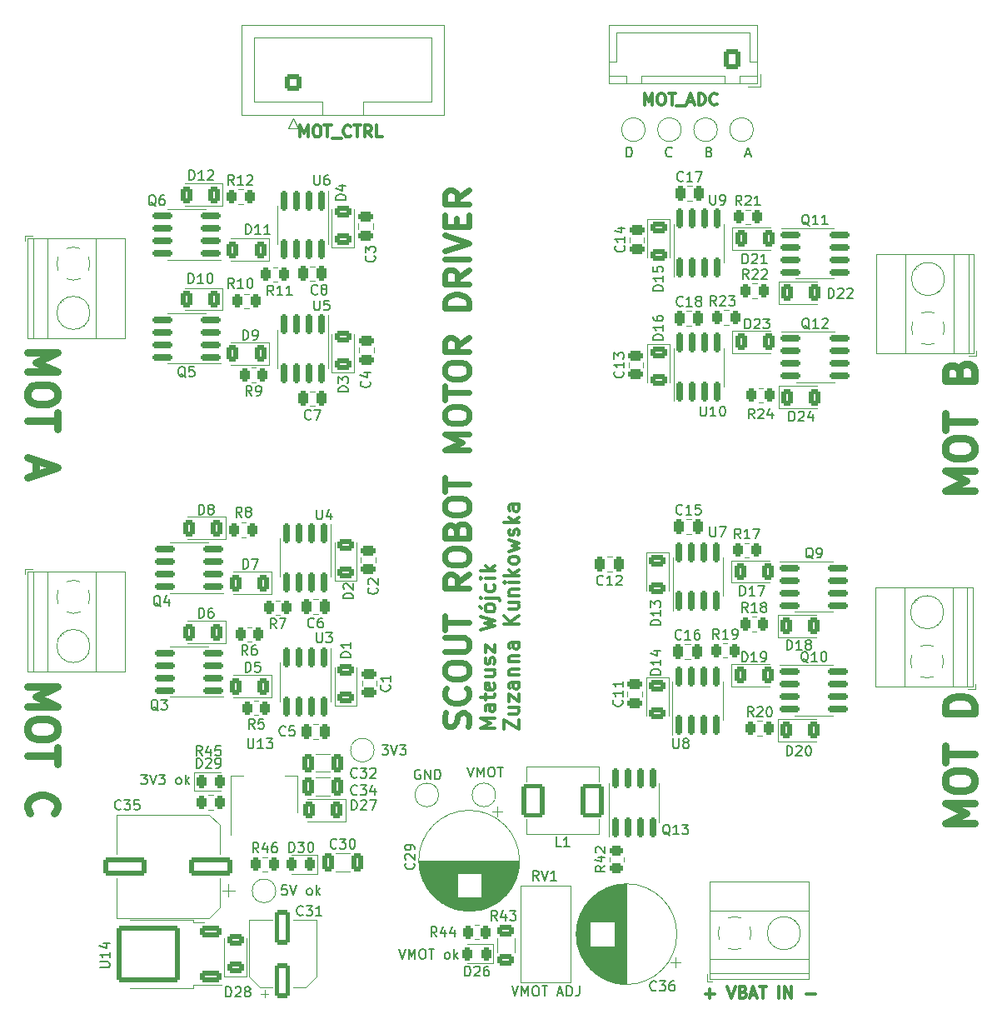
<source format=gbr>
%TF.GenerationSoftware,KiCad,Pcbnew,7.0.1*%
%TF.CreationDate,2023-04-06T21:05:58+02:00*%
%TF.ProjectId,Scout_Robot_Motor_Driver,53636f75-745f-4526-9f62-6f745f4d6f74,rev?*%
%TF.SameCoordinates,Original*%
%TF.FileFunction,Legend,Top*%
%TF.FilePolarity,Positive*%
%FSLAX46Y46*%
G04 Gerber Fmt 4.6, Leading zero omitted, Abs format (unit mm)*
G04 Created by KiCad (PCBNEW 7.0.1) date 2023-04-06 21:05:58*
%MOMM*%
%LPD*%
G01*
G04 APERTURE LIST*
G04 Aperture macros list*
%AMRoundRect*
0 Rectangle with rounded corners*
0 $1 Rounding radius*
0 $2 $3 $4 $5 $6 $7 $8 $9 X,Y pos of 4 corners*
0 Add a 4 corners polygon primitive as box body*
4,1,4,$2,$3,$4,$5,$6,$7,$8,$9,$2,$3,0*
0 Add four circle primitives for the rounded corners*
1,1,$1+$1,$2,$3*
1,1,$1+$1,$4,$5*
1,1,$1+$1,$6,$7*
1,1,$1+$1,$8,$9*
0 Add four rect primitives between the rounded corners*
20,1,$1+$1,$2,$3,$4,$5,0*
20,1,$1+$1,$4,$5,$6,$7,0*
20,1,$1+$1,$6,$7,$8,$9,0*
20,1,$1+$1,$8,$9,$2,$3,0*%
G04 Aperture macros list end*
%ADD10C,0.150000*%
%ADD11C,0.300000*%
%ADD12C,0.375000*%
%ADD13C,0.625000*%
%ADD14C,0.750000*%
%ADD15C,0.120000*%
%ADD16RoundRect,0.250000X0.262500X0.450000X-0.262500X0.450000X-0.262500X-0.450000X0.262500X-0.450000X0*%
%ADD17RoundRect,0.250000X0.625000X-0.312500X0.625000X0.312500X-0.625000X0.312500X-0.625000X-0.312500X0*%
%ADD18RoundRect,0.250000X0.375000X0.625000X-0.375000X0.625000X-0.375000X-0.625000X0.375000X-0.625000X0*%
%ADD19RoundRect,0.150000X0.150000X-0.825000X0.150000X0.825000X-0.150000X0.825000X-0.150000X-0.825000X0*%
%ADD20RoundRect,0.243750X-0.243750X-0.456250X0.243750X-0.456250X0.243750X0.456250X-0.243750X0.456250X0*%
%ADD21RoundRect,0.250000X0.625000X-0.375000X0.625000X0.375000X-0.625000X0.375000X-0.625000X-0.375000X0*%
%ADD22RoundRect,0.250000X-0.262500X-0.450000X0.262500X-0.450000X0.262500X0.450000X-0.262500X0.450000X0*%
%ADD23RoundRect,0.150000X-0.825000X-0.150000X0.825000X-0.150000X0.825000X0.150000X-0.825000X0.150000X0*%
%ADD24RoundRect,0.250000X1.950000X0.700000X-1.950000X0.700000X-1.950000X-0.700000X1.950000X-0.700000X0*%
%ADD25RoundRect,0.250000X-0.250000X-0.475000X0.250000X-0.475000X0.250000X0.475000X-0.250000X0.475000X0*%
%ADD26RoundRect,0.250000X-0.625000X0.375000X-0.625000X-0.375000X0.625000X-0.375000X0.625000X0.375000X0*%
%ADD27R,2.000000X2.000000*%
%ADD28C,2.000000*%
%ADD29RoundRect,0.250000X0.250000X0.475000X-0.250000X0.475000X-0.250000X-0.475000X0.250000X-0.475000X0*%
%ADD30RoundRect,0.250000X-0.375000X-0.625000X0.375000X-0.625000X0.375000X0.625000X-0.375000X0.625000X0*%
%ADD31RoundRect,0.150000X0.825000X0.150000X-0.825000X0.150000X-0.825000X-0.150000X0.825000X-0.150000X0*%
%ADD32R,1.500000X2.000000*%
%ADD33R,3.800000X2.000000*%
%ADD34RoundRect,0.250000X0.850000X0.350000X-0.850000X0.350000X-0.850000X-0.350000X0.850000X-0.350000X0*%
%ADD35RoundRect,0.249997X2.950003X2.650003X-2.950003X2.650003X-2.950003X-2.650003X2.950003X-2.650003X0*%
%ADD36RoundRect,0.250000X0.475000X-0.250000X0.475000X0.250000X-0.475000X0.250000X-0.475000X-0.250000X0*%
%ADD37RoundRect,0.250000X-0.475000X0.250000X-0.475000X-0.250000X0.475000X-0.250000X0.475000X0.250000X0*%
%ADD38RoundRect,0.250000X0.450000X-0.262500X0.450000X0.262500X-0.450000X0.262500X-0.450000X-0.262500X0*%
%ADD39RoundRect,0.243750X0.243750X0.456250X-0.243750X0.456250X-0.243750X-0.456250X0.243750X-0.456250X0*%
%ADD40RoundRect,0.150000X-0.150000X0.825000X-0.150000X-0.825000X0.150000X-0.825000X0.150000X0.825000X0*%
%ADD41RoundRect,0.235000X0.940000X1.465000X-0.940000X1.465000X-0.940000X-1.465000X0.940000X-1.465000X0*%
%ADD42C,0.800000*%
%ADD43C,6.400000*%
%ADD44RoundRect,0.250000X-0.325000X-0.650000X0.325000X-0.650000X0.325000X0.650000X-0.325000X0.650000X0*%
%ADD45R,2.600000X2.600000*%
%ADD46C,2.600000*%
%ADD47RoundRect,0.250000X0.550000X-1.500000X0.550000X1.500000X-0.550000X1.500000X-0.550000X-1.500000X0*%
%ADD48RoundRect,0.250000X0.600000X0.725000X-0.600000X0.725000X-0.600000X-0.725000X0.600000X-0.725000X0*%
%ADD49O,1.700000X1.950000*%
%ADD50RoundRect,0.250000X0.600000X-0.600000X0.600000X0.600000X-0.600000X0.600000X-0.600000X-0.600000X0*%
%ADD51C,1.700000*%
%ADD52C,1.440000*%
G04 APERTURE END LIST*
D10*
X208595238Y-119127619D02*
X208928571Y-120127619D01*
X208928571Y-120127619D02*
X209261904Y-119127619D01*
X209595238Y-120127619D02*
X209595238Y-119127619D01*
X209595238Y-119127619D02*
X209928571Y-119841904D01*
X209928571Y-119841904D02*
X210261904Y-119127619D01*
X210261904Y-119127619D02*
X210261904Y-120127619D01*
X210928571Y-119127619D02*
X211119047Y-119127619D01*
X211119047Y-119127619D02*
X211214285Y-119175238D01*
X211214285Y-119175238D02*
X211309523Y-119270476D01*
X211309523Y-119270476D02*
X211357142Y-119460952D01*
X211357142Y-119460952D02*
X211357142Y-119794285D01*
X211357142Y-119794285D02*
X211309523Y-119984761D01*
X211309523Y-119984761D02*
X211214285Y-120080000D01*
X211214285Y-120080000D02*
X211119047Y-120127619D01*
X211119047Y-120127619D02*
X210928571Y-120127619D01*
X210928571Y-120127619D02*
X210833333Y-120080000D01*
X210833333Y-120080000D02*
X210738095Y-119984761D01*
X210738095Y-119984761D02*
X210690476Y-119794285D01*
X210690476Y-119794285D02*
X210690476Y-119460952D01*
X210690476Y-119460952D02*
X210738095Y-119270476D01*
X210738095Y-119270476D02*
X210833333Y-119175238D01*
X210833333Y-119175238D02*
X210928571Y-119127619D01*
X211642857Y-119127619D02*
X212214285Y-119127619D01*
X211928571Y-120127619D02*
X211928571Y-119127619D01*
X201595238Y-137627619D02*
X201928571Y-138627619D01*
X201928571Y-138627619D02*
X202261904Y-137627619D01*
X202595238Y-138627619D02*
X202595238Y-137627619D01*
X202595238Y-137627619D02*
X202928571Y-138341904D01*
X202928571Y-138341904D02*
X203261904Y-137627619D01*
X203261904Y-137627619D02*
X203261904Y-138627619D01*
X203928571Y-137627619D02*
X204119047Y-137627619D01*
X204119047Y-137627619D02*
X204214285Y-137675238D01*
X204214285Y-137675238D02*
X204309523Y-137770476D01*
X204309523Y-137770476D02*
X204357142Y-137960952D01*
X204357142Y-137960952D02*
X204357142Y-138294285D01*
X204357142Y-138294285D02*
X204309523Y-138484761D01*
X204309523Y-138484761D02*
X204214285Y-138580000D01*
X204214285Y-138580000D02*
X204119047Y-138627619D01*
X204119047Y-138627619D02*
X203928571Y-138627619D01*
X203928571Y-138627619D02*
X203833333Y-138580000D01*
X203833333Y-138580000D02*
X203738095Y-138484761D01*
X203738095Y-138484761D02*
X203690476Y-138294285D01*
X203690476Y-138294285D02*
X203690476Y-137960952D01*
X203690476Y-137960952D02*
X203738095Y-137770476D01*
X203738095Y-137770476D02*
X203833333Y-137675238D01*
X203833333Y-137675238D02*
X203928571Y-137627619D01*
X204642857Y-137627619D02*
X205214285Y-137627619D01*
X204928571Y-138627619D02*
X204928571Y-137627619D01*
X206452381Y-138627619D02*
X206357143Y-138580000D01*
X206357143Y-138580000D02*
X206309524Y-138532380D01*
X206309524Y-138532380D02*
X206261905Y-138437142D01*
X206261905Y-138437142D02*
X206261905Y-138151428D01*
X206261905Y-138151428D02*
X206309524Y-138056190D01*
X206309524Y-138056190D02*
X206357143Y-138008571D01*
X206357143Y-138008571D02*
X206452381Y-137960952D01*
X206452381Y-137960952D02*
X206595238Y-137960952D01*
X206595238Y-137960952D02*
X206690476Y-138008571D01*
X206690476Y-138008571D02*
X206738095Y-138056190D01*
X206738095Y-138056190D02*
X206785714Y-138151428D01*
X206785714Y-138151428D02*
X206785714Y-138437142D01*
X206785714Y-138437142D02*
X206738095Y-138532380D01*
X206738095Y-138532380D02*
X206690476Y-138580000D01*
X206690476Y-138580000D02*
X206595238Y-138627619D01*
X206595238Y-138627619D02*
X206452381Y-138627619D01*
X207214286Y-138627619D02*
X207214286Y-137627619D01*
X207309524Y-138246666D02*
X207595238Y-138627619D01*
X207595238Y-137960952D02*
X207214286Y-138341904D01*
X175392857Y-119877619D02*
X176011904Y-119877619D01*
X176011904Y-119877619D02*
X175678571Y-120258571D01*
X175678571Y-120258571D02*
X175821428Y-120258571D01*
X175821428Y-120258571D02*
X175916666Y-120306190D01*
X175916666Y-120306190D02*
X175964285Y-120353809D01*
X175964285Y-120353809D02*
X176011904Y-120449047D01*
X176011904Y-120449047D02*
X176011904Y-120687142D01*
X176011904Y-120687142D02*
X175964285Y-120782380D01*
X175964285Y-120782380D02*
X175916666Y-120830000D01*
X175916666Y-120830000D02*
X175821428Y-120877619D01*
X175821428Y-120877619D02*
X175535714Y-120877619D01*
X175535714Y-120877619D02*
X175440476Y-120830000D01*
X175440476Y-120830000D02*
X175392857Y-120782380D01*
X176297619Y-119877619D02*
X176630952Y-120877619D01*
X176630952Y-120877619D02*
X176964285Y-119877619D01*
X177202381Y-119877619D02*
X177821428Y-119877619D01*
X177821428Y-119877619D02*
X177488095Y-120258571D01*
X177488095Y-120258571D02*
X177630952Y-120258571D01*
X177630952Y-120258571D02*
X177726190Y-120306190D01*
X177726190Y-120306190D02*
X177773809Y-120353809D01*
X177773809Y-120353809D02*
X177821428Y-120449047D01*
X177821428Y-120449047D02*
X177821428Y-120687142D01*
X177821428Y-120687142D02*
X177773809Y-120782380D01*
X177773809Y-120782380D02*
X177726190Y-120830000D01*
X177726190Y-120830000D02*
X177630952Y-120877619D01*
X177630952Y-120877619D02*
X177345238Y-120877619D01*
X177345238Y-120877619D02*
X177250000Y-120830000D01*
X177250000Y-120830000D02*
X177202381Y-120782380D01*
X179154762Y-120877619D02*
X179059524Y-120830000D01*
X179059524Y-120830000D02*
X179011905Y-120782380D01*
X179011905Y-120782380D02*
X178964286Y-120687142D01*
X178964286Y-120687142D02*
X178964286Y-120401428D01*
X178964286Y-120401428D02*
X179011905Y-120306190D01*
X179011905Y-120306190D02*
X179059524Y-120258571D01*
X179059524Y-120258571D02*
X179154762Y-120210952D01*
X179154762Y-120210952D02*
X179297619Y-120210952D01*
X179297619Y-120210952D02*
X179392857Y-120258571D01*
X179392857Y-120258571D02*
X179440476Y-120306190D01*
X179440476Y-120306190D02*
X179488095Y-120401428D01*
X179488095Y-120401428D02*
X179488095Y-120687142D01*
X179488095Y-120687142D02*
X179440476Y-120782380D01*
X179440476Y-120782380D02*
X179392857Y-120830000D01*
X179392857Y-120830000D02*
X179297619Y-120877619D01*
X179297619Y-120877619D02*
X179154762Y-120877619D01*
X179916667Y-120877619D02*
X179916667Y-119877619D01*
X180011905Y-120496666D02*
X180297619Y-120877619D01*
X180297619Y-120210952D02*
X179916667Y-120591904D01*
X199892857Y-116877619D02*
X200511904Y-116877619D01*
X200511904Y-116877619D02*
X200178571Y-117258571D01*
X200178571Y-117258571D02*
X200321428Y-117258571D01*
X200321428Y-117258571D02*
X200416666Y-117306190D01*
X200416666Y-117306190D02*
X200464285Y-117353809D01*
X200464285Y-117353809D02*
X200511904Y-117449047D01*
X200511904Y-117449047D02*
X200511904Y-117687142D01*
X200511904Y-117687142D02*
X200464285Y-117782380D01*
X200464285Y-117782380D02*
X200416666Y-117830000D01*
X200416666Y-117830000D02*
X200321428Y-117877619D01*
X200321428Y-117877619D02*
X200035714Y-117877619D01*
X200035714Y-117877619D02*
X199940476Y-117830000D01*
X199940476Y-117830000D02*
X199892857Y-117782380D01*
X200797619Y-116877619D02*
X201130952Y-117877619D01*
X201130952Y-117877619D02*
X201464285Y-116877619D01*
X201702381Y-116877619D02*
X202321428Y-116877619D01*
X202321428Y-116877619D02*
X201988095Y-117258571D01*
X201988095Y-117258571D02*
X202130952Y-117258571D01*
X202130952Y-117258571D02*
X202226190Y-117306190D01*
X202226190Y-117306190D02*
X202273809Y-117353809D01*
X202273809Y-117353809D02*
X202321428Y-117449047D01*
X202321428Y-117449047D02*
X202321428Y-117687142D01*
X202321428Y-117687142D02*
X202273809Y-117782380D01*
X202273809Y-117782380D02*
X202226190Y-117830000D01*
X202226190Y-117830000D02*
X202130952Y-117877619D01*
X202130952Y-117877619D02*
X201845238Y-117877619D01*
X201845238Y-117877619D02*
X201750000Y-117830000D01*
X201750000Y-117830000D02*
X201702381Y-117782380D01*
X203761904Y-119425238D02*
X203666666Y-119377619D01*
X203666666Y-119377619D02*
X203523809Y-119377619D01*
X203523809Y-119377619D02*
X203380952Y-119425238D01*
X203380952Y-119425238D02*
X203285714Y-119520476D01*
X203285714Y-119520476D02*
X203238095Y-119615714D01*
X203238095Y-119615714D02*
X203190476Y-119806190D01*
X203190476Y-119806190D02*
X203190476Y-119949047D01*
X203190476Y-119949047D02*
X203238095Y-120139523D01*
X203238095Y-120139523D02*
X203285714Y-120234761D01*
X203285714Y-120234761D02*
X203380952Y-120330000D01*
X203380952Y-120330000D02*
X203523809Y-120377619D01*
X203523809Y-120377619D02*
X203619047Y-120377619D01*
X203619047Y-120377619D02*
X203761904Y-120330000D01*
X203761904Y-120330000D02*
X203809523Y-120282380D01*
X203809523Y-120282380D02*
X203809523Y-119949047D01*
X203809523Y-119949047D02*
X203619047Y-119949047D01*
X204238095Y-120377619D02*
X204238095Y-119377619D01*
X204238095Y-119377619D02*
X204809523Y-120377619D01*
X204809523Y-120377619D02*
X204809523Y-119377619D01*
X205285714Y-120377619D02*
X205285714Y-119377619D01*
X205285714Y-119377619D02*
X205523809Y-119377619D01*
X205523809Y-119377619D02*
X205666666Y-119425238D01*
X205666666Y-119425238D02*
X205761904Y-119520476D01*
X205761904Y-119520476D02*
X205809523Y-119615714D01*
X205809523Y-119615714D02*
X205857142Y-119806190D01*
X205857142Y-119806190D02*
X205857142Y-119949047D01*
X205857142Y-119949047D02*
X205809523Y-120139523D01*
X205809523Y-120139523D02*
X205761904Y-120234761D01*
X205761904Y-120234761D02*
X205666666Y-120330000D01*
X205666666Y-120330000D02*
X205523809Y-120377619D01*
X205523809Y-120377619D02*
X205285714Y-120377619D01*
X190214285Y-131127619D02*
X189738095Y-131127619D01*
X189738095Y-131127619D02*
X189690476Y-131603809D01*
X189690476Y-131603809D02*
X189738095Y-131556190D01*
X189738095Y-131556190D02*
X189833333Y-131508571D01*
X189833333Y-131508571D02*
X190071428Y-131508571D01*
X190071428Y-131508571D02*
X190166666Y-131556190D01*
X190166666Y-131556190D02*
X190214285Y-131603809D01*
X190214285Y-131603809D02*
X190261904Y-131699047D01*
X190261904Y-131699047D02*
X190261904Y-131937142D01*
X190261904Y-131937142D02*
X190214285Y-132032380D01*
X190214285Y-132032380D02*
X190166666Y-132080000D01*
X190166666Y-132080000D02*
X190071428Y-132127619D01*
X190071428Y-132127619D02*
X189833333Y-132127619D01*
X189833333Y-132127619D02*
X189738095Y-132080000D01*
X189738095Y-132080000D02*
X189690476Y-132032380D01*
X190547619Y-131127619D02*
X190880952Y-132127619D01*
X190880952Y-132127619D02*
X191214285Y-131127619D01*
X192452381Y-132127619D02*
X192357143Y-132080000D01*
X192357143Y-132080000D02*
X192309524Y-132032380D01*
X192309524Y-132032380D02*
X192261905Y-131937142D01*
X192261905Y-131937142D02*
X192261905Y-131651428D01*
X192261905Y-131651428D02*
X192309524Y-131556190D01*
X192309524Y-131556190D02*
X192357143Y-131508571D01*
X192357143Y-131508571D02*
X192452381Y-131460952D01*
X192452381Y-131460952D02*
X192595238Y-131460952D01*
X192595238Y-131460952D02*
X192690476Y-131508571D01*
X192690476Y-131508571D02*
X192738095Y-131556190D01*
X192738095Y-131556190D02*
X192785714Y-131651428D01*
X192785714Y-131651428D02*
X192785714Y-131937142D01*
X192785714Y-131937142D02*
X192738095Y-132032380D01*
X192738095Y-132032380D02*
X192690476Y-132080000D01*
X192690476Y-132080000D02*
X192595238Y-132127619D01*
X192595238Y-132127619D02*
X192452381Y-132127619D01*
X193214286Y-132127619D02*
X193214286Y-131127619D01*
X193309524Y-131746666D02*
X193595238Y-132127619D01*
X193595238Y-131460952D02*
X193214286Y-131841904D01*
D11*
X232785714Y-142146000D02*
X233700000Y-142146000D01*
X233242857Y-142603142D02*
X233242857Y-141688857D01*
X235014285Y-141403142D02*
X235414285Y-142603142D01*
X235414285Y-142603142D02*
X235814285Y-141403142D01*
X236614285Y-141974571D02*
X236785713Y-142031714D01*
X236785713Y-142031714D02*
X236842856Y-142088857D01*
X236842856Y-142088857D02*
X236899999Y-142203142D01*
X236899999Y-142203142D02*
X236899999Y-142374571D01*
X236899999Y-142374571D02*
X236842856Y-142488857D01*
X236842856Y-142488857D02*
X236785713Y-142546000D01*
X236785713Y-142546000D02*
X236671428Y-142603142D01*
X236671428Y-142603142D02*
X236214285Y-142603142D01*
X236214285Y-142603142D02*
X236214285Y-141403142D01*
X236214285Y-141403142D02*
X236614285Y-141403142D01*
X236614285Y-141403142D02*
X236728571Y-141460285D01*
X236728571Y-141460285D02*
X236785713Y-141517428D01*
X236785713Y-141517428D02*
X236842856Y-141631714D01*
X236842856Y-141631714D02*
X236842856Y-141746000D01*
X236842856Y-141746000D02*
X236785713Y-141860285D01*
X236785713Y-141860285D02*
X236728571Y-141917428D01*
X236728571Y-141917428D02*
X236614285Y-141974571D01*
X236614285Y-141974571D02*
X236214285Y-141974571D01*
X237357142Y-142260285D02*
X237928571Y-142260285D01*
X237242856Y-142603142D02*
X237642856Y-141403142D01*
X237642856Y-141403142D02*
X238042856Y-142603142D01*
X238271427Y-141403142D02*
X238957142Y-141403142D01*
X238614284Y-142603142D02*
X238614284Y-141403142D01*
X240271428Y-142603142D02*
X240271428Y-141403142D01*
X240842857Y-142603142D02*
X240842857Y-141403142D01*
X240842857Y-141403142D02*
X241528571Y-142603142D01*
X241528571Y-142603142D02*
X241528571Y-141403142D01*
X243014286Y-142146000D02*
X243928572Y-142146000D01*
D10*
X213095238Y-141377619D02*
X213428571Y-142377619D01*
X213428571Y-142377619D02*
X213761904Y-141377619D01*
X214095238Y-142377619D02*
X214095238Y-141377619D01*
X214095238Y-141377619D02*
X214428571Y-142091904D01*
X214428571Y-142091904D02*
X214761904Y-141377619D01*
X214761904Y-141377619D02*
X214761904Y-142377619D01*
X215428571Y-141377619D02*
X215619047Y-141377619D01*
X215619047Y-141377619D02*
X215714285Y-141425238D01*
X215714285Y-141425238D02*
X215809523Y-141520476D01*
X215809523Y-141520476D02*
X215857142Y-141710952D01*
X215857142Y-141710952D02*
X215857142Y-142044285D01*
X215857142Y-142044285D02*
X215809523Y-142234761D01*
X215809523Y-142234761D02*
X215714285Y-142330000D01*
X215714285Y-142330000D02*
X215619047Y-142377619D01*
X215619047Y-142377619D02*
X215428571Y-142377619D01*
X215428571Y-142377619D02*
X215333333Y-142330000D01*
X215333333Y-142330000D02*
X215238095Y-142234761D01*
X215238095Y-142234761D02*
X215190476Y-142044285D01*
X215190476Y-142044285D02*
X215190476Y-141710952D01*
X215190476Y-141710952D02*
X215238095Y-141520476D01*
X215238095Y-141520476D02*
X215333333Y-141425238D01*
X215333333Y-141425238D02*
X215428571Y-141377619D01*
X216142857Y-141377619D02*
X216714285Y-141377619D01*
X216428571Y-142377619D02*
X216428571Y-141377619D01*
X217761905Y-142091904D02*
X218238095Y-142091904D01*
X217666667Y-142377619D02*
X218000000Y-141377619D01*
X218000000Y-141377619D02*
X218333333Y-142377619D01*
X218666667Y-142377619D02*
X218666667Y-141377619D01*
X218666667Y-141377619D02*
X218904762Y-141377619D01*
X218904762Y-141377619D02*
X219047619Y-141425238D01*
X219047619Y-141425238D02*
X219142857Y-141520476D01*
X219142857Y-141520476D02*
X219190476Y-141615714D01*
X219190476Y-141615714D02*
X219238095Y-141806190D01*
X219238095Y-141806190D02*
X219238095Y-141949047D01*
X219238095Y-141949047D02*
X219190476Y-142139523D01*
X219190476Y-142139523D02*
X219142857Y-142234761D01*
X219142857Y-142234761D02*
X219047619Y-142330000D01*
X219047619Y-142330000D02*
X218904762Y-142377619D01*
X218904762Y-142377619D02*
X218666667Y-142377619D01*
X219952381Y-141377619D02*
X219952381Y-142091904D01*
X219952381Y-142091904D02*
X219904762Y-142234761D01*
X219904762Y-142234761D02*
X219809524Y-142330000D01*
X219809524Y-142330000D02*
X219666667Y-142377619D01*
X219666667Y-142377619D02*
X219571429Y-142377619D01*
X224738095Y-57127619D02*
X224738095Y-56127619D01*
X224738095Y-56127619D02*
X224976190Y-56127619D01*
X224976190Y-56127619D02*
X225119047Y-56175238D01*
X225119047Y-56175238D02*
X225214285Y-56270476D01*
X225214285Y-56270476D02*
X225261904Y-56365714D01*
X225261904Y-56365714D02*
X225309523Y-56556190D01*
X225309523Y-56556190D02*
X225309523Y-56699047D01*
X225309523Y-56699047D02*
X225261904Y-56889523D01*
X225261904Y-56889523D02*
X225214285Y-56984761D01*
X225214285Y-56984761D02*
X225119047Y-57080000D01*
X225119047Y-57080000D02*
X224976190Y-57127619D01*
X224976190Y-57127619D02*
X224738095Y-57127619D01*
X229357143Y-57032380D02*
X229309524Y-57080000D01*
X229309524Y-57080000D02*
X229166667Y-57127619D01*
X229166667Y-57127619D02*
X229071429Y-57127619D01*
X229071429Y-57127619D02*
X228928572Y-57080000D01*
X228928572Y-57080000D02*
X228833334Y-56984761D01*
X228833334Y-56984761D02*
X228785715Y-56889523D01*
X228785715Y-56889523D02*
X228738096Y-56699047D01*
X228738096Y-56699047D02*
X228738096Y-56556190D01*
X228738096Y-56556190D02*
X228785715Y-56365714D01*
X228785715Y-56365714D02*
X228833334Y-56270476D01*
X228833334Y-56270476D02*
X228928572Y-56175238D01*
X228928572Y-56175238D02*
X229071429Y-56127619D01*
X229071429Y-56127619D02*
X229166667Y-56127619D01*
X229166667Y-56127619D02*
X229309524Y-56175238D01*
X229309524Y-56175238D02*
X229357143Y-56222857D01*
X233166668Y-56603809D02*
X233309525Y-56651428D01*
X233309525Y-56651428D02*
X233357144Y-56699047D01*
X233357144Y-56699047D02*
X233404763Y-56794285D01*
X233404763Y-56794285D02*
X233404763Y-56937142D01*
X233404763Y-56937142D02*
X233357144Y-57032380D01*
X233357144Y-57032380D02*
X233309525Y-57080000D01*
X233309525Y-57080000D02*
X233214287Y-57127619D01*
X233214287Y-57127619D02*
X232833335Y-57127619D01*
X232833335Y-57127619D02*
X232833335Y-56127619D01*
X232833335Y-56127619D02*
X233166668Y-56127619D01*
X233166668Y-56127619D02*
X233261906Y-56175238D01*
X233261906Y-56175238D02*
X233309525Y-56222857D01*
X233309525Y-56222857D02*
X233357144Y-56318095D01*
X233357144Y-56318095D02*
X233357144Y-56413333D01*
X233357144Y-56413333D02*
X233309525Y-56508571D01*
X233309525Y-56508571D02*
X233261906Y-56556190D01*
X233261906Y-56556190D02*
X233166668Y-56603809D01*
X233166668Y-56603809D02*
X232833335Y-56603809D01*
X236833336Y-56841904D02*
X237309526Y-56841904D01*
X236738098Y-57127619D02*
X237071431Y-56127619D01*
X237071431Y-56127619D02*
X237404764Y-57127619D01*
D11*
X226587857Y-51853142D02*
X226587857Y-50653142D01*
X226587857Y-50653142D02*
X226987857Y-51510285D01*
X226987857Y-51510285D02*
X227387857Y-50653142D01*
X227387857Y-50653142D02*
X227387857Y-51853142D01*
X228187857Y-50653142D02*
X228416429Y-50653142D01*
X228416429Y-50653142D02*
X228530714Y-50710285D01*
X228530714Y-50710285D02*
X228645000Y-50824571D01*
X228645000Y-50824571D02*
X228702143Y-51053142D01*
X228702143Y-51053142D02*
X228702143Y-51453142D01*
X228702143Y-51453142D02*
X228645000Y-51681714D01*
X228645000Y-51681714D02*
X228530714Y-51796000D01*
X228530714Y-51796000D02*
X228416429Y-51853142D01*
X228416429Y-51853142D02*
X228187857Y-51853142D01*
X228187857Y-51853142D02*
X228073572Y-51796000D01*
X228073572Y-51796000D02*
X227959286Y-51681714D01*
X227959286Y-51681714D02*
X227902143Y-51453142D01*
X227902143Y-51453142D02*
X227902143Y-51053142D01*
X227902143Y-51053142D02*
X227959286Y-50824571D01*
X227959286Y-50824571D02*
X228073572Y-50710285D01*
X228073572Y-50710285D02*
X228187857Y-50653142D01*
X229045000Y-50653142D02*
X229730715Y-50653142D01*
X229387857Y-51853142D02*
X229387857Y-50653142D01*
X229845001Y-51967428D02*
X230759286Y-51967428D01*
X230987858Y-51510285D02*
X231559287Y-51510285D01*
X230873572Y-51853142D02*
X231273572Y-50653142D01*
X231273572Y-50653142D02*
X231673572Y-51853142D01*
X232073572Y-51853142D02*
X232073572Y-50653142D01*
X232073572Y-50653142D02*
X232359286Y-50653142D01*
X232359286Y-50653142D02*
X232530715Y-50710285D01*
X232530715Y-50710285D02*
X232645000Y-50824571D01*
X232645000Y-50824571D02*
X232702143Y-50938857D01*
X232702143Y-50938857D02*
X232759286Y-51167428D01*
X232759286Y-51167428D02*
X232759286Y-51338857D01*
X232759286Y-51338857D02*
X232702143Y-51567428D01*
X232702143Y-51567428D02*
X232645000Y-51681714D01*
X232645000Y-51681714D02*
X232530715Y-51796000D01*
X232530715Y-51796000D02*
X232359286Y-51853142D01*
X232359286Y-51853142D02*
X232073572Y-51853142D01*
X233959286Y-51738857D02*
X233902143Y-51796000D01*
X233902143Y-51796000D02*
X233730715Y-51853142D01*
X233730715Y-51853142D02*
X233616429Y-51853142D01*
X233616429Y-51853142D02*
X233445000Y-51796000D01*
X233445000Y-51796000D02*
X233330715Y-51681714D01*
X233330715Y-51681714D02*
X233273572Y-51567428D01*
X233273572Y-51567428D02*
X233216429Y-51338857D01*
X233216429Y-51338857D02*
X233216429Y-51167428D01*
X233216429Y-51167428D02*
X233273572Y-50938857D01*
X233273572Y-50938857D02*
X233330715Y-50824571D01*
X233330715Y-50824571D02*
X233445000Y-50710285D01*
X233445000Y-50710285D02*
X233616429Y-50653142D01*
X233616429Y-50653142D02*
X233730715Y-50653142D01*
X233730715Y-50653142D02*
X233902143Y-50710285D01*
X233902143Y-50710285D02*
X233959286Y-50767428D01*
X191579285Y-55103142D02*
X191579285Y-53903142D01*
X191579285Y-53903142D02*
X191979285Y-54760285D01*
X191979285Y-54760285D02*
X192379285Y-53903142D01*
X192379285Y-53903142D02*
X192379285Y-55103142D01*
X193179285Y-53903142D02*
X193407857Y-53903142D01*
X193407857Y-53903142D02*
X193522142Y-53960285D01*
X193522142Y-53960285D02*
X193636428Y-54074571D01*
X193636428Y-54074571D02*
X193693571Y-54303142D01*
X193693571Y-54303142D02*
X193693571Y-54703142D01*
X193693571Y-54703142D02*
X193636428Y-54931714D01*
X193636428Y-54931714D02*
X193522142Y-55046000D01*
X193522142Y-55046000D02*
X193407857Y-55103142D01*
X193407857Y-55103142D02*
X193179285Y-55103142D01*
X193179285Y-55103142D02*
X193065000Y-55046000D01*
X193065000Y-55046000D02*
X192950714Y-54931714D01*
X192950714Y-54931714D02*
X192893571Y-54703142D01*
X192893571Y-54703142D02*
X192893571Y-54303142D01*
X192893571Y-54303142D02*
X192950714Y-54074571D01*
X192950714Y-54074571D02*
X193065000Y-53960285D01*
X193065000Y-53960285D02*
X193179285Y-53903142D01*
X194036428Y-53903142D02*
X194722143Y-53903142D01*
X194379285Y-55103142D02*
X194379285Y-53903142D01*
X194836429Y-55217428D02*
X195750714Y-55217428D01*
X196722143Y-54988857D02*
X196665000Y-55046000D01*
X196665000Y-55046000D02*
X196493572Y-55103142D01*
X196493572Y-55103142D02*
X196379286Y-55103142D01*
X196379286Y-55103142D02*
X196207857Y-55046000D01*
X196207857Y-55046000D02*
X196093572Y-54931714D01*
X196093572Y-54931714D02*
X196036429Y-54817428D01*
X196036429Y-54817428D02*
X195979286Y-54588857D01*
X195979286Y-54588857D02*
X195979286Y-54417428D01*
X195979286Y-54417428D02*
X196036429Y-54188857D01*
X196036429Y-54188857D02*
X196093572Y-54074571D01*
X196093572Y-54074571D02*
X196207857Y-53960285D01*
X196207857Y-53960285D02*
X196379286Y-53903142D01*
X196379286Y-53903142D02*
X196493572Y-53903142D01*
X196493572Y-53903142D02*
X196665000Y-53960285D01*
X196665000Y-53960285D02*
X196722143Y-54017428D01*
X197065000Y-53903142D02*
X197750715Y-53903142D01*
X197407857Y-55103142D02*
X197407857Y-53903142D01*
X198836429Y-55103142D02*
X198436429Y-54531714D01*
X198150715Y-55103142D02*
X198150715Y-53903142D01*
X198150715Y-53903142D02*
X198607858Y-53903142D01*
X198607858Y-53903142D02*
X198722143Y-53960285D01*
X198722143Y-53960285D02*
X198779286Y-54017428D01*
X198779286Y-54017428D02*
X198836429Y-54131714D01*
X198836429Y-54131714D02*
X198836429Y-54303142D01*
X198836429Y-54303142D02*
X198779286Y-54417428D01*
X198779286Y-54417428D02*
X198722143Y-54474571D01*
X198722143Y-54474571D02*
X198607858Y-54531714D01*
X198607858Y-54531714D02*
X198150715Y-54531714D01*
X199922143Y-55103142D02*
X199350715Y-55103142D01*
X199350715Y-55103142D02*
X199350715Y-53903142D01*
D12*
X211386428Y-115142857D02*
X209886428Y-115142857D01*
X209886428Y-115142857D02*
X210957857Y-114642857D01*
X210957857Y-114642857D02*
X209886428Y-114142857D01*
X209886428Y-114142857D02*
X211386428Y-114142857D01*
X211386428Y-112785714D02*
X210600714Y-112785714D01*
X210600714Y-112785714D02*
X210457857Y-112857142D01*
X210457857Y-112857142D02*
X210386428Y-112999999D01*
X210386428Y-112999999D02*
X210386428Y-113285714D01*
X210386428Y-113285714D02*
X210457857Y-113428571D01*
X211315000Y-112785714D02*
X211386428Y-112928571D01*
X211386428Y-112928571D02*
X211386428Y-113285714D01*
X211386428Y-113285714D02*
X211315000Y-113428571D01*
X211315000Y-113428571D02*
X211172142Y-113499999D01*
X211172142Y-113499999D02*
X211029285Y-113499999D01*
X211029285Y-113499999D02*
X210886428Y-113428571D01*
X210886428Y-113428571D02*
X210815000Y-113285714D01*
X210815000Y-113285714D02*
X210815000Y-112928571D01*
X210815000Y-112928571D02*
X210743571Y-112785714D01*
X210386428Y-112285713D02*
X210386428Y-111714285D01*
X209886428Y-112071428D02*
X211172142Y-112071428D01*
X211172142Y-112071428D02*
X211315000Y-111999999D01*
X211315000Y-111999999D02*
X211386428Y-111857142D01*
X211386428Y-111857142D02*
X211386428Y-111714285D01*
X211315000Y-110642856D02*
X211386428Y-110785713D01*
X211386428Y-110785713D02*
X211386428Y-111071428D01*
X211386428Y-111071428D02*
X211315000Y-111214285D01*
X211315000Y-111214285D02*
X211172142Y-111285713D01*
X211172142Y-111285713D02*
X210600714Y-111285713D01*
X210600714Y-111285713D02*
X210457857Y-111214285D01*
X210457857Y-111214285D02*
X210386428Y-111071428D01*
X210386428Y-111071428D02*
X210386428Y-110785713D01*
X210386428Y-110785713D02*
X210457857Y-110642856D01*
X210457857Y-110642856D02*
X210600714Y-110571428D01*
X210600714Y-110571428D02*
X210743571Y-110571428D01*
X210743571Y-110571428D02*
X210886428Y-111285713D01*
X210386428Y-109285714D02*
X211386428Y-109285714D01*
X210386428Y-109928571D02*
X211172142Y-109928571D01*
X211172142Y-109928571D02*
X211315000Y-109857142D01*
X211315000Y-109857142D02*
X211386428Y-109714285D01*
X211386428Y-109714285D02*
X211386428Y-109499999D01*
X211386428Y-109499999D02*
X211315000Y-109357142D01*
X211315000Y-109357142D02*
X211243571Y-109285714D01*
X211315000Y-108642856D02*
X211386428Y-108499999D01*
X211386428Y-108499999D02*
X211386428Y-108214285D01*
X211386428Y-108214285D02*
X211315000Y-108071428D01*
X211315000Y-108071428D02*
X211172142Y-107999999D01*
X211172142Y-107999999D02*
X211100714Y-107999999D01*
X211100714Y-107999999D02*
X210957857Y-108071428D01*
X210957857Y-108071428D02*
X210886428Y-108214285D01*
X210886428Y-108214285D02*
X210886428Y-108428571D01*
X210886428Y-108428571D02*
X210815000Y-108571428D01*
X210815000Y-108571428D02*
X210672142Y-108642856D01*
X210672142Y-108642856D02*
X210600714Y-108642856D01*
X210600714Y-108642856D02*
X210457857Y-108571428D01*
X210457857Y-108571428D02*
X210386428Y-108428571D01*
X210386428Y-108428571D02*
X210386428Y-108214285D01*
X210386428Y-108214285D02*
X210457857Y-108071428D01*
X210386428Y-107499999D02*
X210386428Y-106714285D01*
X210386428Y-106714285D02*
X211386428Y-107499999D01*
X211386428Y-107499999D02*
X211386428Y-106714285D01*
X209886428Y-105142856D02*
X211386428Y-104785713D01*
X211386428Y-104785713D02*
X210315000Y-104499999D01*
X210315000Y-104499999D02*
X211386428Y-104214284D01*
X211386428Y-104214284D02*
X209886428Y-103857142D01*
X211386428Y-103071427D02*
X211315000Y-103214284D01*
X211315000Y-103214284D02*
X211243571Y-103285713D01*
X211243571Y-103285713D02*
X211100714Y-103357141D01*
X211100714Y-103357141D02*
X210672142Y-103357141D01*
X210672142Y-103357141D02*
X210529285Y-103285713D01*
X210529285Y-103285713D02*
X210457857Y-103214284D01*
X210457857Y-103214284D02*
X210386428Y-103071427D01*
X210386428Y-103071427D02*
X210386428Y-102857141D01*
X210386428Y-102857141D02*
X210457857Y-102714284D01*
X210457857Y-102714284D02*
X210529285Y-102642856D01*
X210529285Y-102642856D02*
X210672142Y-102571427D01*
X210672142Y-102571427D02*
X211100714Y-102571427D01*
X211100714Y-102571427D02*
X211243571Y-102642856D01*
X211243571Y-102642856D02*
X211315000Y-102714284D01*
X211315000Y-102714284D02*
X211386428Y-102857141D01*
X211386428Y-102857141D02*
X211386428Y-103071427D01*
X209815000Y-102785713D02*
X210029285Y-102999998D01*
X210386428Y-101928570D02*
X211672142Y-101928570D01*
X211672142Y-101928570D02*
X211815000Y-101999998D01*
X211815000Y-101999998D02*
X211886428Y-102142855D01*
X211886428Y-102142855D02*
X211886428Y-102214284D01*
X209886428Y-101928570D02*
X209957857Y-101999998D01*
X209957857Y-101999998D02*
X210029285Y-101928570D01*
X210029285Y-101928570D02*
X209957857Y-101857141D01*
X209957857Y-101857141D02*
X209886428Y-101928570D01*
X209886428Y-101928570D02*
X210029285Y-101928570D01*
X211315000Y-100571427D02*
X211386428Y-100714284D01*
X211386428Y-100714284D02*
X211386428Y-100999998D01*
X211386428Y-100999998D02*
X211315000Y-101142855D01*
X211315000Y-101142855D02*
X211243571Y-101214284D01*
X211243571Y-101214284D02*
X211100714Y-101285712D01*
X211100714Y-101285712D02*
X210672142Y-101285712D01*
X210672142Y-101285712D02*
X210529285Y-101214284D01*
X210529285Y-101214284D02*
X210457857Y-101142855D01*
X210457857Y-101142855D02*
X210386428Y-100999998D01*
X210386428Y-100999998D02*
X210386428Y-100714284D01*
X210386428Y-100714284D02*
X210457857Y-100571427D01*
X211386428Y-99928570D02*
X210386428Y-99928570D01*
X209886428Y-99928570D02*
X209957857Y-99999998D01*
X209957857Y-99999998D02*
X210029285Y-99928570D01*
X210029285Y-99928570D02*
X209957857Y-99857141D01*
X209957857Y-99857141D02*
X209886428Y-99928570D01*
X209886428Y-99928570D02*
X210029285Y-99928570D01*
X211386428Y-99214284D02*
X209886428Y-99214284D01*
X210815000Y-99071427D02*
X211386428Y-98642855D01*
X210386428Y-98642855D02*
X210957857Y-99214284D01*
X212316428Y-115285714D02*
X212316428Y-114285714D01*
X212316428Y-114285714D02*
X213816428Y-115285714D01*
X213816428Y-115285714D02*
X213816428Y-114285714D01*
X212816428Y-113071429D02*
X213816428Y-113071429D01*
X212816428Y-113714286D02*
X213602142Y-113714286D01*
X213602142Y-113714286D02*
X213745000Y-113642857D01*
X213745000Y-113642857D02*
X213816428Y-113500000D01*
X213816428Y-113500000D02*
X213816428Y-113285714D01*
X213816428Y-113285714D02*
X213745000Y-113142857D01*
X213745000Y-113142857D02*
X213673571Y-113071429D01*
X212816428Y-112500000D02*
X212816428Y-111714286D01*
X212816428Y-111714286D02*
X213816428Y-112500000D01*
X213816428Y-112500000D02*
X213816428Y-111714286D01*
X213816428Y-110500000D02*
X213030714Y-110500000D01*
X213030714Y-110500000D02*
X212887857Y-110571428D01*
X212887857Y-110571428D02*
X212816428Y-110714285D01*
X212816428Y-110714285D02*
X212816428Y-111000000D01*
X212816428Y-111000000D02*
X212887857Y-111142857D01*
X213745000Y-110500000D02*
X213816428Y-110642857D01*
X213816428Y-110642857D02*
X213816428Y-111000000D01*
X213816428Y-111000000D02*
X213745000Y-111142857D01*
X213745000Y-111142857D02*
X213602142Y-111214285D01*
X213602142Y-111214285D02*
X213459285Y-111214285D01*
X213459285Y-111214285D02*
X213316428Y-111142857D01*
X213316428Y-111142857D02*
X213245000Y-111000000D01*
X213245000Y-111000000D02*
X213245000Y-110642857D01*
X213245000Y-110642857D02*
X213173571Y-110500000D01*
X212816428Y-109785714D02*
X213816428Y-109785714D01*
X212959285Y-109785714D02*
X212887857Y-109714285D01*
X212887857Y-109714285D02*
X212816428Y-109571428D01*
X212816428Y-109571428D02*
X212816428Y-109357142D01*
X212816428Y-109357142D02*
X212887857Y-109214285D01*
X212887857Y-109214285D02*
X213030714Y-109142857D01*
X213030714Y-109142857D02*
X213816428Y-109142857D01*
X212816428Y-108428571D02*
X213816428Y-108428571D01*
X212959285Y-108428571D02*
X212887857Y-108357142D01*
X212887857Y-108357142D02*
X212816428Y-108214285D01*
X212816428Y-108214285D02*
X212816428Y-107999999D01*
X212816428Y-107999999D02*
X212887857Y-107857142D01*
X212887857Y-107857142D02*
X213030714Y-107785714D01*
X213030714Y-107785714D02*
X213816428Y-107785714D01*
X213816428Y-106428571D02*
X213030714Y-106428571D01*
X213030714Y-106428571D02*
X212887857Y-106499999D01*
X212887857Y-106499999D02*
X212816428Y-106642856D01*
X212816428Y-106642856D02*
X212816428Y-106928571D01*
X212816428Y-106928571D02*
X212887857Y-107071428D01*
X213745000Y-106428571D02*
X213816428Y-106571428D01*
X213816428Y-106571428D02*
X213816428Y-106928571D01*
X213816428Y-106928571D02*
X213745000Y-107071428D01*
X213745000Y-107071428D02*
X213602142Y-107142856D01*
X213602142Y-107142856D02*
X213459285Y-107142856D01*
X213459285Y-107142856D02*
X213316428Y-107071428D01*
X213316428Y-107071428D02*
X213245000Y-106928571D01*
X213245000Y-106928571D02*
X213245000Y-106571428D01*
X213245000Y-106571428D02*
X213173571Y-106428571D01*
X213816428Y-104571428D02*
X212316428Y-104571428D01*
X213816428Y-103714285D02*
X212959285Y-104357142D01*
X212316428Y-103714285D02*
X213173571Y-104571428D01*
X212816428Y-102428571D02*
X213816428Y-102428571D01*
X212816428Y-103071428D02*
X213602142Y-103071428D01*
X213602142Y-103071428D02*
X213745000Y-102999999D01*
X213745000Y-102999999D02*
X213816428Y-102857142D01*
X213816428Y-102857142D02*
X213816428Y-102642856D01*
X213816428Y-102642856D02*
X213745000Y-102499999D01*
X213745000Y-102499999D02*
X213673571Y-102428571D01*
X212816428Y-101714285D02*
X213816428Y-101714285D01*
X212959285Y-101714285D02*
X212887857Y-101642856D01*
X212887857Y-101642856D02*
X212816428Y-101499999D01*
X212816428Y-101499999D02*
X212816428Y-101285713D01*
X212816428Y-101285713D02*
X212887857Y-101142856D01*
X212887857Y-101142856D02*
X213030714Y-101071428D01*
X213030714Y-101071428D02*
X213816428Y-101071428D01*
X213816428Y-100357142D02*
X212816428Y-100357142D01*
X212316428Y-100357142D02*
X212387857Y-100428570D01*
X212387857Y-100428570D02*
X212459285Y-100357142D01*
X212459285Y-100357142D02*
X212387857Y-100285713D01*
X212387857Y-100285713D02*
X212316428Y-100357142D01*
X212316428Y-100357142D02*
X212459285Y-100357142D01*
X213816428Y-99642856D02*
X212316428Y-99642856D01*
X213245000Y-99499999D02*
X213816428Y-99071427D01*
X212816428Y-99071427D02*
X213387857Y-99642856D01*
X213816428Y-98214284D02*
X213745000Y-98357141D01*
X213745000Y-98357141D02*
X213673571Y-98428570D01*
X213673571Y-98428570D02*
X213530714Y-98499998D01*
X213530714Y-98499998D02*
X213102142Y-98499998D01*
X213102142Y-98499998D02*
X212959285Y-98428570D01*
X212959285Y-98428570D02*
X212887857Y-98357141D01*
X212887857Y-98357141D02*
X212816428Y-98214284D01*
X212816428Y-98214284D02*
X212816428Y-97999998D01*
X212816428Y-97999998D02*
X212887857Y-97857141D01*
X212887857Y-97857141D02*
X212959285Y-97785713D01*
X212959285Y-97785713D02*
X213102142Y-97714284D01*
X213102142Y-97714284D02*
X213530714Y-97714284D01*
X213530714Y-97714284D02*
X213673571Y-97785713D01*
X213673571Y-97785713D02*
X213745000Y-97857141D01*
X213745000Y-97857141D02*
X213816428Y-97999998D01*
X213816428Y-97999998D02*
X213816428Y-98214284D01*
X212816428Y-97214284D02*
X213816428Y-96928570D01*
X213816428Y-96928570D02*
X213102142Y-96642855D01*
X213102142Y-96642855D02*
X213816428Y-96357141D01*
X213816428Y-96357141D02*
X212816428Y-96071427D01*
X213745000Y-95571426D02*
X213816428Y-95428569D01*
X213816428Y-95428569D02*
X213816428Y-95142855D01*
X213816428Y-95142855D02*
X213745000Y-94999998D01*
X213745000Y-94999998D02*
X213602142Y-94928569D01*
X213602142Y-94928569D02*
X213530714Y-94928569D01*
X213530714Y-94928569D02*
X213387857Y-94999998D01*
X213387857Y-94999998D02*
X213316428Y-95142855D01*
X213316428Y-95142855D02*
X213316428Y-95357141D01*
X213316428Y-95357141D02*
X213245000Y-95499998D01*
X213245000Y-95499998D02*
X213102142Y-95571426D01*
X213102142Y-95571426D02*
X213030714Y-95571426D01*
X213030714Y-95571426D02*
X212887857Y-95499998D01*
X212887857Y-95499998D02*
X212816428Y-95357141D01*
X212816428Y-95357141D02*
X212816428Y-95142855D01*
X212816428Y-95142855D02*
X212887857Y-94999998D01*
X213816428Y-94285712D02*
X212316428Y-94285712D01*
X213245000Y-94142855D02*
X213816428Y-93714283D01*
X212816428Y-93714283D02*
X213387857Y-94285712D01*
X213816428Y-92428569D02*
X213030714Y-92428569D01*
X213030714Y-92428569D02*
X212887857Y-92499997D01*
X212887857Y-92499997D02*
X212816428Y-92642854D01*
X212816428Y-92642854D02*
X212816428Y-92928569D01*
X212816428Y-92928569D02*
X212887857Y-93071426D01*
X213745000Y-92428569D02*
X213816428Y-92571426D01*
X213816428Y-92571426D02*
X213816428Y-92928569D01*
X213816428Y-92928569D02*
X213745000Y-93071426D01*
X213745000Y-93071426D02*
X213602142Y-93142854D01*
X213602142Y-93142854D02*
X213459285Y-93142854D01*
X213459285Y-93142854D02*
X213316428Y-93071426D01*
X213316428Y-93071426D02*
X213245000Y-92928569D01*
X213245000Y-92928569D02*
X213245000Y-92571426D01*
X213245000Y-92571426D02*
X213173571Y-92428569D01*
D13*
X208625000Y-115023809D02*
X208744047Y-114666666D01*
X208744047Y-114666666D02*
X208744047Y-114071428D01*
X208744047Y-114071428D02*
X208625000Y-113833333D01*
X208625000Y-113833333D02*
X208505952Y-113714285D01*
X208505952Y-113714285D02*
X208267857Y-113595238D01*
X208267857Y-113595238D02*
X208029761Y-113595238D01*
X208029761Y-113595238D02*
X207791666Y-113714285D01*
X207791666Y-113714285D02*
X207672619Y-113833333D01*
X207672619Y-113833333D02*
X207553571Y-114071428D01*
X207553571Y-114071428D02*
X207434523Y-114547619D01*
X207434523Y-114547619D02*
X207315476Y-114785714D01*
X207315476Y-114785714D02*
X207196428Y-114904761D01*
X207196428Y-114904761D02*
X206958333Y-115023809D01*
X206958333Y-115023809D02*
X206720238Y-115023809D01*
X206720238Y-115023809D02*
X206482142Y-114904761D01*
X206482142Y-114904761D02*
X206363095Y-114785714D01*
X206363095Y-114785714D02*
X206244047Y-114547619D01*
X206244047Y-114547619D02*
X206244047Y-113952380D01*
X206244047Y-113952380D02*
X206363095Y-113595238D01*
X208505952Y-111095238D02*
X208625000Y-111214286D01*
X208625000Y-111214286D02*
X208744047Y-111571428D01*
X208744047Y-111571428D02*
X208744047Y-111809524D01*
X208744047Y-111809524D02*
X208625000Y-112166667D01*
X208625000Y-112166667D02*
X208386904Y-112404762D01*
X208386904Y-112404762D02*
X208148809Y-112523809D01*
X208148809Y-112523809D02*
X207672619Y-112642857D01*
X207672619Y-112642857D02*
X207315476Y-112642857D01*
X207315476Y-112642857D02*
X206839285Y-112523809D01*
X206839285Y-112523809D02*
X206601190Y-112404762D01*
X206601190Y-112404762D02*
X206363095Y-112166667D01*
X206363095Y-112166667D02*
X206244047Y-111809524D01*
X206244047Y-111809524D02*
X206244047Y-111571428D01*
X206244047Y-111571428D02*
X206363095Y-111214286D01*
X206363095Y-111214286D02*
X206482142Y-111095238D01*
X206244047Y-109547619D02*
X206244047Y-109071428D01*
X206244047Y-109071428D02*
X206363095Y-108833333D01*
X206363095Y-108833333D02*
X206601190Y-108595238D01*
X206601190Y-108595238D02*
X207077380Y-108476190D01*
X207077380Y-108476190D02*
X207910714Y-108476190D01*
X207910714Y-108476190D02*
X208386904Y-108595238D01*
X208386904Y-108595238D02*
X208625000Y-108833333D01*
X208625000Y-108833333D02*
X208744047Y-109071428D01*
X208744047Y-109071428D02*
X208744047Y-109547619D01*
X208744047Y-109547619D02*
X208625000Y-109785714D01*
X208625000Y-109785714D02*
X208386904Y-110023809D01*
X208386904Y-110023809D02*
X207910714Y-110142857D01*
X207910714Y-110142857D02*
X207077380Y-110142857D01*
X207077380Y-110142857D02*
X206601190Y-110023809D01*
X206601190Y-110023809D02*
X206363095Y-109785714D01*
X206363095Y-109785714D02*
X206244047Y-109547619D01*
X206244047Y-107404761D02*
X208267857Y-107404761D01*
X208267857Y-107404761D02*
X208505952Y-107285714D01*
X208505952Y-107285714D02*
X208625000Y-107166666D01*
X208625000Y-107166666D02*
X208744047Y-106928571D01*
X208744047Y-106928571D02*
X208744047Y-106452380D01*
X208744047Y-106452380D02*
X208625000Y-106214285D01*
X208625000Y-106214285D02*
X208505952Y-106095238D01*
X208505952Y-106095238D02*
X208267857Y-105976190D01*
X208267857Y-105976190D02*
X206244047Y-105976190D01*
X206244047Y-105142856D02*
X206244047Y-103714285D01*
X208744047Y-104428571D02*
X206244047Y-104428571D01*
X208744047Y-99547618D02*
X207553571Y-100380951D01*
X208744047Y-100976189D02*
X206244047Y-100976189D01*
X206244047Y-100976189D02*
X206244047Y-100023808D01*
X206244047Y-100023808D02*
X206363095Y-99785713D01*
X206363095Y-99785713D02*
X206482142Y-99666666D01*
X206482142Y-99666666D02*
X206720238Y-99547618D01*
X206720238Y-99547618D02*
X207077380Y-99547618D01*
X207077380Y-99547618D02*
X207315476Y-99666666D01*
X207315476Y-99666666D02*
X207434523Y-99785713D01*
X207434523Y-99785713D02*
X207553571Y-100023808D01*
X207553571Y-100023808D02*
X207553571Y-100976189D01*
X206244047Y-97999999D02*
X206244047Y-97523808D01*
X206244047Y-97523808D02*
X206363095Y-97285713D01*
X206363095Y-97285713D02*
X206601190Y-97047618D01*
X206601190Y-97047618D02*
X207077380Y-96928570D01*
X207077380Y-96928570D02*
X207910714Y-96928570D01*
X207910714Y-96928570D02*
X208386904Y-97047618D01*
X208386904Y-97047618D02*
X208625000Y-97285713D01*
X208625000Y-97285713D02*
X208744047Y-97523808D01*
X208744047Y-97523808D02*
X208744047Y-97999999D01*
X208744047Y-97999999D02*
X208625000Y-98238094D01*
X208625000Y-98238094D02*
X208386904Y-98476189D01*
X208386904Y-98476189D02*
X207910714Y-98595237D01*
X207910714Y-98595237D02*
X207077380Y-98595237D01*
X207077380Y-98595237D02*
X206601190Y-98476189D01*
X206601190Y-98476189D02*
X206363095Y-98238094D01*
X206363095Y-98238094D02*
X206244047Y-97999999D01*
X207434523Y-95023808D02*
X207553571Y-94666665D01*
X207553571Y-94666665D02*
X207672619Y-94547618D01*
X207672619Y-94547618D02*
X207910714Y-94428570D01*
X207910714Y-94428570D02*
X208267857Y-94428570D01*
X208267857Y-94428570D02*
X208505952Y-94547618D01*
X208505952Y-94547618D02*
X208625000Y-94666665D01*
X208625000Y-94666665D02*
X208744047Y-94904760D01*
X208744047Y-94904760D02*
X208744047Y-95857141D01*
X208744047Y-95857141D02*
X206244047Y-95857141D01*
X206244047Y-95857141D02*
X206244047Y-95023808D01*
X206244047Y-95023808D02*
X206363095Y-94785713D01*
X206363095Y-94785713D02*
X206482142Y-94666665D01*
X206482142Y-94666665D02*
X206720238Y-94547618D01*
X206720238Y-94547618D02*
X206958333Y-94547618D01*
X206958333Y-94547618D02*
X207196428Y-94666665D01*
X207196428Y-94666665D02*
X207315476Y-94785713D01*
X207315476Y-94785713D02*
X207434523Y-95023808D01*
X207434523Y-95023808D02*
X207434523Y-95857141D01*
X206244047Y-92880951D02*
X206244047Y-92404760D01*
X206244047Y-92404760D02*
X206363095Y-92166665D01*
X206363095Y-92166665D02*
X206601190Y-91928570D01*
X206601190Y-91928570D02*
X207077380Y-91809522D01*
X207077380Y-91809522D02*
X207910714Y-91809522D01*
X207910714Y-91809522D02*
X208386904Y-91928570D01*
X208386904Y-91928570D02*
X208625000Y-92166665D01*
X208625000Y-92166665D02*
X208744047Y-92404760D01*
X208744047Y-92404760D02*
X208744047Y-92880951D01*
X208744047Y-92880951D02*
X208625000Y-93119046D01*
X208625000Y-93119046D02*
X208386904Y-93357141D01*
X208386904Y-93357141D02*
X207910714Y-93476189D01*
X207910714Y-93476189D02*
X207077380Y-93476189D01*
X207077380Y-93476189D02*
X206601190Y-93357141D01*
X206601190Y-93357141D02*
X206363095Y-93119046D01*
X206363095Y-93119046D02*
X206244047Y-92880951D01*
X206244047Y-91095236D02*
X206244047Y-89666665D01*
X208744047Y-90380951D02*
X206244047Y-90380951D01*
X208744047Y-86928569D02*
X206244047Y-86928569D01*
X206244047Y-86928569D02*
X208029761Y-86095236D01*
X208029761Y-86095236D02*
X206244047Y-85261903D01*
X206244047Y-85261903D02*
X208744047Y-85261903D01*
X206244047Y-83595236D02*
X206244047Y-83119045D01*
X206244047Y-83119045D02*
X206363095Y-82880950D01*
X206363095Y-82880950D02*
X206601190Y-82642855D01*
X206601190Y-82642855D02*
X207077380Y-82523807D01*
X207077380Y-82523807D02*
X207910714Y-82523807D01*
X207910714Y-82523807D02*
X208386904Y-82642855D01*
X208386904Y-82642855D02*
X208625000Y-82880950D01*
X208625000Y-82880950D02*
X208744047Y-83119045D01*
X208744047Y-83119045D02*
X208744047Y-83595236D01*
X208744047Y-83595236D02*
X208625000Y-83833331D01*
X208625000Y-83833331D02*
X208386904Y-84071426D01*
X208386904Y-84071426D02*
X207910714Y-84190474D01*
X207910714Y-84190474D02*
X207077380Y-84190474D01*
X207077380Y-84190474D02*
X206601190Y-84071426D01*
X206601190Y-84071426D02*
X206363095Y-83833331D01*
X206363095Y-83833331D02*
X206244047Y-83595236D01*
X206244047Y-81809521D02*
X206244047Y-80380950D01*
X208744047Y-81095236D02*
X206244047Y-81095236D01*
X206244047Y-79071426D02*
X206244047Y-78595235D01*
X206244047Y-78595235D02*
X206363095Y-78357140D01*
X206363095Y-78357140D02*
X206601190Y-78119045D01*
X206601190Y-78119045D02*
X207077380Y-77999997D01*
X207077380Y-77999997D02*
X207910714Y-77999997D01*
X207910714Y-77999997D02*
X208386904Y-78119045D01*
X208386904Y-78119045D02*
X208625000Y-78357140D01*
X208625000Y-78357140D02*
X208744047Y-78595235D01*
X208744047Y-78595235D02*
X208744047Y-79071426D01*
X208744047Y-79071426D02*
X208625000Y-79309521D01*
X208625000Y-79309521D02*
X208386904Y-79547616D01*
X208386904Y-79547616D02*
X207910714Y-79666664D01*
X207910714Y-79666664D02*
X207077380Y-79666664D01*
X207077380Y-79666664D02*
X206601190Y-79547616D01*
X206601190Y-79547616D02*
X206363095Y-79309521D01*
X206363095Y-79309521D02*
X206244047Y-79071426D01*
X208744047Y-75499997D02*
X207553571Y-76333330D01*
X208744047Y-76928568D02*
X206244047Y-76928568D01*
X206244047Y-76928568D02*
X206244047Y-75976187D01*
X206244047Y-75976187D02*
X206363095Y-75738092D01*
X206363095Y-75738092D02*
X206482142Y-75619045D01*
X206482142Y-75619045D02*
X206720238Y-75499997D01*
X206720238Y-75499997D02*
X207077380Y-75499997D01*
X207077380Y-75499997D02*
X207315476Y-75619045D01*
X207315476Y-75619045D02*
X207434523Y-75738092D01*
X207434523Y-75738092D02*
X207553571Y-75976187D01*
X207553571Y-75976187D02*
X207553571Y-76928568D01*
X208744047Y-72523806D02*
X206244047Y-72523806D01*
X206244047Y-72523806D02*
X206244047Y-71928568D01*
X206244047Y-71928568D02*
X206363095Y-71571425D01*
X206363095Y-71571425D02*
X206601190Y-71333330D01*
X206601190Y-71333330D02*
X206839285Y-71214283D01*
X206839285Y-71214283D02*
X207315476Y-71095235D01*
X207315476Y-71095235D02*
X207672619Y-71095235D01*
X207672619Y-71095235D02*
X208148809Y-71214283D01*
X208148809Y-71214283D02*
X208386904Y-71333330D01*
X208386904Y-71333330D02*
X208625000Y-71571425D01*
X208625000Y-71571425D02*
X208744047Y-71928568D01*
X208744047Y-71928568D02*
X208744047Y-72523806D01*
X208744047Y-68595235D02*
X207553571Y-69428568D01*
X208744047Y-70023806D02*
X206244047Y-70023806D01*
X206244047Y-70023806D02*
X206244047Y-69071425D01*
X206244047Y-69071425D02*
X206363095Y-68833330D01*
X206363095Y-68833330D02*
X206482142Y-68714283D01*
X206482142Y-68714283D02*
X206720238Y-68595235D01*
X206720238Y-68595235D02*
X207077380Y-68595235D01*
X207077380Y-68595235D02*
X207315476Y-68714283D01*
X207315476Y-68714283D02*
X207434523Y-68833330D01*
X207434523Y-68833330D02*
X207553571Y-69071425D01*
X207553571Y-69071425D02*
X207553571Y-70023806D01*
X208744047Y-67523806D02*
X206244047Y-67523806D01*
X206244047Y-66690473D02*
X208744047Y-65857140D01*
X208744047Y-65857140D02*
X206244047Y-65023807D01*
X207434523Y-64190473D02*
X207434523Y-63357140D01*
X208744047Y-62999997D02*
X208744047Y-64190473D01*
X208744047Y-64190473D02*
X206244047Y-64190473D01*
X206244047Y-64190473D02*
X206244047Y-62999997D01*
X208744047Y-60499997D02*
X207553571Y-61333330D01*
X208744047Y-61928568D02*
X206244047Y-61928568D01*
X206244047Y-61928568D02*
X206244047Y-60976187D01*
X206244047Y-60976187D02*
X206363095Y-60738092D01*
X206363095Y-60738092D02*
X206482142Y-60619045D01*
X206482142Y-60619045D02*
X206720238Y-60499997D01*
X206720238Y-60499997D02*
X207077380Y-60499997D01*
X207077380Y-60499997D02*
X207315476Y-60619045D01*
X207315476Y-60619045D02*
X207434523Y-60738092D01*
X207434523Y-60738092D02*
X207553571Y-60976187D01*
X207553571Y-60976187D02*
X207553571Y-61928568D01*
D14*
X260132857Y-124785714D02*
X257132857Y-124785714D01*
X257132857Y-124785714D02*
X259275714Y-123785714D01*
X259275714Y-123785714D02*
X257132857Y-122785714D01*
X257132857Y-122785714D02*
X260132857Y-122785714D01*
X257132857Y-120785714D02*
X257132857Y-120214286D01*
X257132857Y-120214286D02*
X257275714Y-119928571D01*
X257275714Y-119928571D02*
X257561428Y-119642857D01*
X257561428Y-119642857D02*
X258132857Y-119500000D01*
X258132857Y-119500000D02*
X259132857Y-119500000D01*
X259132857Y-119500000D02*
X259704285Y-119642857D01*
X259704285Y-119642857D02*
X259990000Y-119928571D01*
X259990000Y-119928571D02*
X260132857Y-120214286D01*
X260132857Y-120214286D02*
X260132857Y-120785714D01*
X260132857Y-120785714D02*
X259990000Y-121071429D01*
X259990000Y-121071429D02*
X259704285Y-121357143D01*
X259704285Y-121357143D02*
X259132857Y-121500000D01*
X259132857Y-121500000D02*
X258132857Y-121500000D01*
X258132857Y-121500000D02*
X257561428Y-121357143D01*
X257561428Y-121357143D02*
X257275714Y-121071429D01*
X257275714Y-121071429D02*
X257132857Y-120785714D01*
X257132857Y-118642857D02*
X257132857Y-116928572D01*
X260132857Y-117785714D02*
X257132857Y-117785714D01*
X260132857Y-113642858D02*
X257132857Y-113642858D01*
X257132857Y-113642858D02*
X257132857Y-112928572D01*
X257132857Y-112928572D02*
X257275714Y-112500001D01*
X257275714Y-112500001D02*
X257561428Y-112214286D01*
X257561428Y-112214286D02*
X257847142Y-112071429D01*
X257847142Y-112071429D02*
X258418571Y-111928572D01*
X258418571Y-111928572D02*
X258847142Y-111928572D01*
X258847142Y-111928572D02*
X259418571Y-112071429D01*
X259418571Y-112071429D02*
X259704285Y-112214286D01*
X259704285Y-112214286D02*
X259990000Y-112500001D01*
X259990000Y-112500001D02*
X260132857Y-112928572D01*
X260132857Y-112928572D02*
X260132857Y-113642858D01*
X260132857Y-91035714D02*
X257132857Y-91035714D01*
X257132857Y-91035714D02*
X259275714Y-90035714D01*
X259275714Y-90035714D02*
X257132857Y-89035714D01*
X257132857Y-89035714D02*
X260132857Y-89035714D01*
X257132857Y-87035714D02*
X257132857Y-86464286D01*
X257132857Y-86464286D02*
X257275714Y-86178571D01*
X257275714Y-86178571D02*
X257561428Y-85892857D01*
X257561428Y-85892857D02*
X258132857Y-85750000D01*
X258132857Y-85750000D02*
X259132857Y-85750000D01*
X259132857Y-85750000D02*
X259704285Y-85892857D01*
X259704285Y-85892857D02*
X259990000Y-86178571D01*
X259990000Y-86178571D02*
X260132857Y-86464286D01*
X260132857Y-86464286D02*
X260132857Y-87035714D01*
X260132857Y-87035714D02*
X259990000Y-87321429D01*
X259990000Y-87321429D02*
X259704285Y-87607143D01*
X259704285Y-87607143D02*
X259132857Y-87750000D01*
X259132857Y-87750000D02*
X258132857Y-87750000D01*
X258132857Y-87750000D02*
X257561428Y-87607143D01*
X257561428Y-87607143D02*
X257275714Y-87321429D01*
X257275714Y-87321429D02*
X257132857Y-87035714D01*
X257132857Y-84892857D02*
X257132857Y-83178572D01*
X260132857Y-84035714D02*
X257132857Y-84035714D01*
X258561428Y-78892858D02*
X258704285Y-78464286D01*
X258704285Y-78464286D02*
X258847142Y-78321429D01*
X258847142Y-78321429D02*
X259132857Y-78178572D01*
X259132857Y-78178572D02*
X259561428Y-78178572D01*
X259561428Y-78178572D02*
X259847142Y-78321429D01*
X259847142Y-78321429D02*
X259990000Y-78464286D01*
X259990000Y-78464286D02*
X260132857Y-78750001D01*
X260132857Y-78750001D02*
X260132857Y-79892858D01*
X260132857Y-79892858D02*
X257132857Y-79892858D01*
X257132857Y-79892858D02*
X257132857Y-78892858D01*
X257132857Y-78892858D02*
X257275714Y-78607144D01*
X257275714Y-78607144D02*
X257418571Y-78464286D01*
X257418571Y-78464286D02*
X257704285Y-78321429D01*
X257704285Y-78321429D02*
X257990000Y-78321429D01*
X257990000Y-78321429D02*
X258275714Y-78464286D01*
X258275714Y-78464286D02*
X258418571Y-78607144D01*
X258418571Y-78607144D02*
X258561428Y-78892858D01*
X258561428Y-78892858D02*
X258561428Y-79892858D01*
X163867142Y-76964285D02*
X166867142Y-76964285D01*
X166867142Y-76964285D02*
X164724285Y-77964285D01*
X164724285Y-77964285D02*
X166867142Y-78964285D01*
X166867142Y-78964285D02*
X163867142Y-78964285D01*
X166867142Y-80964285D02*
X166867142Y-81535713D01*
X166867142Y-81535713D02*
X166724285Y-81821428D01*
X166724285Y-81821428D02*
X166438571Y-82107142D01*
X166438571Y-82107142D02*
X165867142Y-82249999D01*
X165867142Y-82249999D02*
X164867142Y-82249999D01*
X164867142Y-82249999D02*
X164295714Y-82107142D01*
X164295714Y-82107142D02*
X164010000Y-81821428D01*
X164010000Y-81821428D02*
X163867142Y-81535713D01*
X163867142Y-81535713D02*
X163867142Y-80964285D01*
X163867142Y-80964285D02*
X164010000Y-80678571D01*
X164010000Y-80678571D02*
X164295714Y-80392856D01*
X164295714Y-80392856D02*
X164867142Y-80249999D01*
X164867142Y-80249999D02*
X165867142Y-80249999D01*
X165867142Y-80249999D02*
X166438571Y-80392856D01*
X166438571Y-80392856D02*
X166724285Y-80678571D01*
X166724285Y-80678571D02*
X166867142Y-80964285D01*
X166867142Y-83107142D02*
X166867142Y-84821428D01*
X163867142Y-83964285D02*
X166867142Y-83964285D01*
X164724285Y-87964284D02*
X164724285Y-89392856D01*
X163867142Y-87678570D02*
X166867142Y-88678570D01*
X166867142Y-88678570D02*
X163867142Y-89678570D01*
X163867142Y-110964285D02*
X166867142Y-110964285D01*
X166867142Y-110964285D02*
X164724285Y-111964285D01*
X164724285Y-111964285D02*
X166867142Y-112964285D01*
X166867142Y-112964285D02*
X163867142Y-112964285D01*
X166867142Y-114964285D02*
X166867142Y-115535713D01*
X166867142Y-115535713D02*
X166724285Y-115821428D01*
X166724285Y-115821428D02*
X166438571Y-116107142D01*
X166438571Y-116107142D02*
X165867142Y-116249999D01*
X165867142Y-116249999D02*
X164867142Y-116249999D01*
X164867142Y-116249999D02*
X164295714Y-116107142D01*
X164295714Y-116107142D02*
X164010000Y-115821428D01*
X164010000Y-115821428D02*
X163867142Y-115535713D01*
X163867142Y-115535713D02*
X163867142Y-114964285D01*
X163867142Y-114964285D02*
X164010000Y-114678571D01*
X164010000Y-114678571D02*
X164295714Y-114392856D01*
X164295714Y-114392856D02*
X164867142Y-114249999D01*
X164867142Y-114249999D02*
X165867142Y-114249999D01*
X165867142Y-114249999D02*
X166438571Y-114392856D01*
X166438571Y-114392856D02*
X166724285Y-114678571D01*
X166724285Y-114678571D02*
X166867142Y-114964285D01*
X166867142Y-117107142D02*
X166867142Y-118821428D01*
X163867142Y-117964285D02*
X166867142Y-117964285D01*
X164152857Y-123821427D02*
X164010000Y-123678570D01*
X164010000Y-123678570D02*
X163867142Y-123249998D01*
X163867142Y-123249998D02*
X163867142Y-122964284D01*
X163867142Y-122964284D02*
X164010000Y-122535713D01*
X164010000Y-122535713D02*
X164295714Y-122249998D01*
X164295714Y-122249998D02*
X164581428Y-122107141D01*
X164581428Y-122107141D02*
X165152857Y-121964284D01*
X165152857Y-121964284D02*
X165581428Y-121964284D01*
X165581428Y-121964284D02*
X166152857Y-122107141D01*
X166152857Y-122107141D02*
X166438571Y-122249998D01*
X166438571Y-122249998D02*
X166724285Y-122535713D01*
X166724285Y-122535713D02*
X166867142Y-122964284D01*
X166867142Y-122964284D02*
X166867142Y-123249998D01*
X166867142Y-123249998D02*
X166724285Y-123678570D01*
X166724285Y-123678570D02*
X166581428Y-123821427D01*
D10*
%TO.C,R10*%
X184857142Y-70462619D02*
X184523809Y-69986428D01*
X184285714Y-70462619D02*
X184285714Y-69462619D01*
X184285714Y-69462619D02*
X184666666Y-69462619D01*
X184666666Y-69462619D02*
X184761904Y-69510238D01*
X184761904Y-69510238D02*
X184809523Y-69557857D01*
X184809523Y-69557857D02*
X184857142Y-69653095D01*
X184857142Y-69653095D02*
X184857142Y-69795952D01*
X184857142Y-69795952D02*
X184809523Y-69891190D01*
X184809523Y-69891190D02*
X184761904Y-69938809D01*
X184761904Y-69938809D02*
X184666666Y-69986428D01*
X184666666Y-69986428D02*
X184285714Y-69986428D01*
X185809523Y-70462619D02*
X185238095Y-70462619D01*
X185523809Y-70462619D02*
X185523809Y-69462619D01*
X185523809Y-69462619D02*
X185428571Y-69605476D01*
X185428571Y-69605476D02*
X185333333Y-69700714D01*
X185333333Y-69700714D02*
X185238095Y-69748333D01*
X186428571Y-69462619D02*
X186523809Y-69462619D01*
X186523809Y-69462619D02*
X186619047Y-69510238D01*
X186619047Y-69510238D02*
X186666666Y-69557857D01*
X186666666Y-69557857D02*
X186714285Y-69653095D01*
X186714285Y-69653095D02*
X186761904Y-69843571D01*
X186761904Y-69843571D02*
X186761904Y-70081666D01*
X186761904Y-70081666D02*
X186714285Y-70272142D01*
X186714285Y-70272142D02*
X186666666Y-70367380D01*
X186666666Y-70367380D02*
X186619047Y-70415000D01*
X186619047Y-70415000D02*
X186523809Y-70462619D01*
X186523809Y-70462619D02*
X186428571Y-70462619D01*
X186428571Y-70462619D02*
X186333333Y-70415000D01*
X186333333Y-70415000D02*
X186285714Y-70367380D01*
X186285714Y-70367380D02*
X186238095Y-70272142D01*
X186238095Y-70272142D02*
X186190476Y-70081666D01*
X186190476Y-70081666D02*
X186190476Y-69843571D01*
X186190476Y-69843571D02*
X186238095Y-69653095D01*
X186238095Y-69653095D02*
X186285714Y-69557857D01*
X186285714Y-69557857D02*
X186333333Y-69510238D01*
X186333333Y-69510238D02*
X186428571Y-69462619D01*
%TO.C,R44*%
X205457142Y-136362619D02*
X205123809Y-135886428D01*
X204885714Y-136362619D02*
X204885714Y-135362619D01*
X204885714Y-135362619D02*
X205266666Y-135362619D01*
X205266666Y-135362619D02*
X205361904Y-135410238D01*
X205361904Y-135410238D02*
X205409523Y-135457857D01*
X205409523Y-135457857D02*
X205457142Y-135553095D01*
X205457142Y-135553095D02*
X205457142Y-135695952D01*
X205457142Y-135695952D02*
X205409523Y-135791190D01*
X205409523Y-135791190D02*
X205361904Y-135838809D01*
X205361904Y-135838809D02*
X205266666Y-135886428D01*
X205266666Y-135886428D02*
X204885714Y-135886428D01*
X206314285Y-135695952D02*
X206314285Y-136362619D01*
X206076190Y-135315000D02*
X205838095Y-136029285D01*
X205838095Y-136029285D02*
X206457142Y-136029285D01*
X207266666Y-135695952D02*
X207266666Y-136362619D01*
X207028571Y-135315000D02*
X206790476Y-136029285D01*
X206790476Y-136029285D02*
X207409523Y-136029285D01*
%TO.C,R43*%
X211607142Y-134712619D02*
X211273809Y-134236428D01*
X211035714Y-134712619D02*
X211035714Y-133712619D01*
X211035714Y-133712619D02*
X211416666Y-133712619D01*
X211416666Y-133712619D02*
X211511904Y-133760238D01*
X211511904Y-133760238D02*
X211559523Y-133807857D01*
X211559523Y-133807857D02*
X211607142Y-133903095D01*
X211607142Y-133903095D02*
X211607142Y-134045952D01*
X211607142Y-134045952D02*
X211559523Y-134141190D01*
X211559523Y-134141190D02*
X211511904Y-134188809D01*
X211511904Y-134188809D02*
X211416666Y-134236428D01*
X211416666Y-134236428D02*
X211035714Y-134236428D01*
X212464285Y-134045952D02*
X212464285Y-134712619D01*
X212226190Y-133665000D02*
X211988095Y-134379285D01*
X211988095Y-134379285D02*
X212607142Y-134379285D01*
X212892857Y-133712619D02*
X213511904Y-133712619D01*
X213511904Y-133712619D02*
X213178571Y-134093571D01*
X213178571Y-134093571D02*
X213321428Y-134093571D01*
X213321428Y-134093571D02*
X213416666Y-134141190D01*
X213416666Y-134141190D02*
X213464285Y-134188809D01*
X213464285Y-134188809D02*
X213511904Y-134284047D01*
X213511904Y-134284047D02*
X213511904Y-134522142D01*
X213511904Y-134522142D02*
X213464285Y-134617380D01*
X213464285Y-134617380D02*
X213416666Y-134665000D01*
X213416666Y-134665000D02*
X213321428Y-134712619D01*
X213321428Y-134712619D02*
X213035714Y-134712619D01*
X213035714Y-134712619D02*
X212940476Y-134665000D01*
X212940476Y-134665000D02*
X212892857Y-134617380D01*
%TO.C,D6*%
X181261905Y-103962619D02*
X181261905Y-102962619D01*
X181261905Y-102962619D02*
X181500000Y-102962619D01*
X181500000Y-102962619D02*
X181642857Y-103010238D01*
X181642857Y-103010238D02*
X181738095Y-103105476D01*
X181738095Y-103105476D02*
X181785714Y-103200714D01*
X181785714Y-103200714D02*
X181833333Y-103391190D01*
X181833333Y-103391190D02*
X181833333Y-103534047D01*
X181833333Y-103534047D02*
X181785714Y-103724523D01*
X181785714Y-103724523D02*
X181738095Y-103819761D01*
X181738095Y-103819761D02*
X181642857Y-103915000D01*
X181642857Y-103915000D02*
X181500000Y-103962619D01*
X181500000Y-103962619D02*
X181261905Y-103962619D01*
X182690476Y-102962619D02*
X182500000Y-102962619D01*
X182500000Y-102962619D02*
X182404762Y-103010238D01*
X182404762Y-103010238D02*
X182357143Y-103057857D01*
X182357143Y-103057857D02*
X182261905Y-103200714D01*
X182261905Y-103200714D02*
X182214286Y-103391190D01*
X182214286Y-103391190D02*
X182214286Y-103772142D01*
X182214286Y-103772142D02*
X182261905Y-103867380D01*
X182261905Y-103867380D02*
X182309524Y-103915000D01*
X182309524Y-103915000D02*
X182404762Y-103962619D01*
X182404762Y-103962619D02*
X182595238Y-103962619D01*
X182595238Y-103962619D02*
X182690476Y-103915000D01*
X182690476Y-103915000D02*
X182738095Y-103867380D01*
X182738095Y-103867380D02*
X182785714Y-103772142D01*
X182785714Y-103772142D02*
X182785714Y-103534047D01*
X182785714Y-103534047D02*
X182738095Y-103438809D01*
X182738095Y-103438809D02*
X182690476Y-103391190D01*
X182690476Y-103391190D02*
X182595238Y-103343571D01*
X182595238Y-103343571D02*
X182404762Y-103343571D01*
X182404762Y-103343571D02*
X182309524Y-103391190D01*
X182309524Y-103391190D02*
X182261905Y-103438809D01*
X182261905Y-103438809D02*
X182214286Y-103534047D01*
%TO.C,R9*%
X186662530Y-81377619D02*
X186329197Y-80901428D01*
X186091102Y-81377619D02*
X186091102Y-80377619D01*
X186091102Y-80377619D02*
X186472054Y-80377619D01*
X186472054Y-80377619D02*
X186567292Y-80425238D01*
X186567292Y-80425238D02*
X186614911Y-80472857D01*
X186614911Y-80472857D02*
X186662530Y-80568095D01*
X186662530Y-80568095D02*
X186662530Y-80710952D01*
X186662530Y-80710952D02*
X186614911Y-80806190D01*
X186614911Y-80806190D02*
X186567292Y-80853809D01*
X186567292Y-80853809D02*
X186472054Y-80901428D01*
X186472054Y-80901428D02*
X186091102Y-80901428D01*
X187138721Y-81377619D02*
X187329197Y-81377619D01*
X187329197Y-81377619D02*
X187424435Y-81330000D01*
X187424435Y-81330000D02*
X187472054Y-81282380D01*
X187472054Y-81282380D02*
X187567292Y-81139523D01*
X187567292Y-81139523D02*
X187614911Y-80949047D01*
X187614911Y-80949047D02*
X187614911Y-80568095D01*
X187614911Y-80568095D02*
X187567292Y-80472857D01*
X187567292Y-80472857D02*
X187519673Y-80425238D01*
X187519673Y-80425238D02*
X187424435Y-80377619D01*
X187424435Y-80377619D02*
X187233959Y-80377619D01*
X187233959Y-80377619D02*
X187138721Y-80425238D01*
X187138721Y-80425238D02*
X187091102Y-80472857D01*
X187091102Y-80472857D02*
X187043483Y-80568095D01*
X187043483Y-80568095D02*
X187043483Y-80806190D01*
X187043483Y-80806190D02*
X187091102Y-80901428D01*
X187091102Y-80901428D02*
X187138721Y-80949047D01*
X187138721Y-80949047D02*
X187233959Y-80996666D01*
X187233959Y-80996666D02*
X187424435Y-80996666D01*
X187424435Y-80996666D02*
X187519673Y-80949047D01*
X187519673Y-80949047D02*
X187567292Y-80901428D01*
X187567292Y-80901428D02*
X187614911Y-80806190D01*
%TO.C,U10*%
X232261905Y-82462619D02*
X232261905Y-83272142D01*
X232261905Y-83272142D02*
X232309524Y-83367380D01*
X232309524Y-83367380D02*
X232357143Y-83415000D01*
X232357143Y-83415000D02*
X232452381Y-83462619D01*
X232452381Y-83462619D02*
X232642857Y-83462619D01*
X232642857Y-83462619D02*
X232738095Y-83415000D01*
X232738095Y-83415000D02*
X232785714Y-83367380D01*
X232785714Y-83367380D02*
X232833333Y-83272142D01*
X232833333Y-83272142D02*
X232833333Y-82462619D01*
X233833333Y-83462619D02*
X233261905Y-83462619D01*
X233547619Y-83462619D02*
X233547619Y-82462619D01*
X233547619Y-82462619D02*
X233452381Y-82605476D01*
X233452381Y-82605476D02*
X233357143Y-82700714D01*
X233357143Y-82700714D02*
X233261905Y-82748333D01*
X234452381Y-82462619D02*
X234547619Y-82462619D01*
X234547619Y-82462619D02*
X234642857Y-82510238D01*
X234642857Y-82510238D02*
X234690476Y-82557857D01*
X234690476Y-82557857D02*
X234738095Y-82653095D01*
X234738095Y-82653095D02*
X234785714Y-82843571D01*
X234785714Y-82843571D02*
X234785714Y-83081666D01*
X234785714Y-83081666D02*
X234738095Y-83272142D01*
X234738095Y-83272142D02*
X234690476Y-83367380D01*
X234690476Y-83367380D02*
X234642857Y-83415000D01*
X234642857Y-83415000D02*
X234547619Y-83462619D01*
X234547619Y-83462619D02*
X234452381Y-83462619D01*
X234452381Y-83462619D02*
X234357143Y-83415000D01*
X234357143Y-83415000D02*
X234309524Y-83367380D01*
X234309524Y-83367380D02*
X234261905Y-83272142D01*
X234261905Y-83272142D02*
X234214286Y-83081666D01*
X234214286Y-83081666D02*
X234214286Y-82843571D01*
X234214286Y-82843571D02*
X234261905Y-82653095D01*
X234261905Y-82653095D02*
X234309524Y-82557857D01*
X234309524Y-82557857D02*
X234357143Y-82510238D01*
X234357143Y-82510238D02*
X234452381Y-82462619D01*
%TO.C,D9*%
X185761905Y-75712619D02*
X185761905Y-74712619D01*
X185761905Y-74712619D02*
X186000000Y-74712619D01*
X186000000Y-74712619D02*
X186142857Y-74760238D01*
X186142857Y-74760238D02*
X186238095Y-74855476D01*
X186238095Y-74855476D02*
X186285714Y-74950714D01*
X186285714Y-74950714D02*
X186333333Y-75141190D01*
X186333333Y-75141190D02*
X186333333Y-75284047D01*
X186333333Y-75284047D02*
X186285714Y-75474523D01*
X186285714Y-75474523D02*
X186238095Y-75569761D01*
X186238095Y-75569761D02*
X186142857Y-75665000D01*
X186142857Y-75665000D02*
X186000000Y-75712619D01*
X186000000Y-75712619D02*
X185761905Y-75712619D01*
X186809524Y-75712619D02*
X187000000Y-75712619D01*
X187000000Y-75712619D02*
X187095238Y-75665000D01*
X187095238Y-75665000D02*
X187142857Y-75617380D01*
X187142857Y-75617380D02*
X187238095Y-75474523D01*
X187238095Y-75474523D02*
X187285714Y-75284047D01*
X187285714Y-75284047D02*
X187285714Y-74903095D01*
X187285714Y-74903095D02*
X187238095Y-74807857D01*
X187238095Y-74807857D02*
X187190476Y-74760238D01*
X187190476Y-74760238D02*
X187095238Y-74712619D01*
X187095238Y-74712619D02*
X186904762Y-74712619D01*
X186904762Y-74712619D02*
X186809524Y-74760238D01*
X186809524Y-74760238D02*
X186761905Y-74807857D01*
X186761905Y-74807857D02*
X186714286Y-74903095D01*
X186714286Y-74903095D02*
X186714286Y-75141190D01*
X186714286Y-75141190D02*
X186761905Y-75236428D01*
X186761905Y-75236428D02*
X186809524Y-75284047D01*
X186809524Y-75284047D02*
X186904762Y-75331666D01*
X186904762Y-75331666D02*
X187095238Y-75331666D01*
X187095238Y-75331666D02*
X187190476Y-75284047D01*
X187190476Y-75284047D02*
X187238095Y-75236428D01*
X187238095Y-75236428D02*
X187285714Y-75141190D01*
%TO.C,U9*%
X233238095Y-60962619D02*
X233238095Y-61772142D01*
X233238095Y-61772142D02*
X233285714Y-61867380D01*
X233285714Y-61867380D02*
X233333333Y-61915000D01*
X233333333Y-61915000D02*
X233428571Y-61962619D01*
X233428571Y-61962619D02*
X233619047Y-61962619D01*
X233619047Y-61962619D02*
X233714285Y-61915000D01*
X233714285Y-61915000D02*
X233761904Y-61867380D01*
X233761904Y-61867380D02*
X233809523Y-61772142D01*
X233809523Y-61772142D02*
X233809523Y-60962619D01*
X234333333Y-61962619D02*
X234523809Y-61962619D01*
X234523809Y-61962619D02*
X234619047Y-61915000D01*
X234619047Y-61915000D02*
X234666666Y-61867380D01*
X234666666Y-61867380D02*
X234761904Y-61724523D01*
X234761904Y-61724523D02*
X234809523Y-61534047D01*
X234809523Y-61534047D02*
X234809523Y-61153095D01*
X234809523Y-61153095D02*
X234761904Y-61057857D01*
X234761904Y-61057857D02*
X234714285Y-61010238D01*
X234714285Y-61010238D02*
X234619047Y-60962619D01*
X234619047Y-60962619D02*
X234428571Y-60962619D01*
X234428571Y-60962619D02*
X234333333Y-61010238D01*
X234333333Y-61010238D02*
X234285714Y-61057857D01*
X234285714Y-61057857D02*
X234238095Y-61153095D01*
X234238095Y-61153095D02*
X234238095Y-61391190D01*
X234238095Y-61391190D02*
X234285714Y-61486428D01*
X234285714Y-61486428D02*
X234333333Y-61534047D01*
X234333333Y-61534047D02*
X234428571Y-61581666D01*
X234428571Y-61581666D02*
X234619047Y-61581666D01*
X234619047Y-61581666D02*
X234714285Y-61534047D01*
X234714285Y-61534047D02*
X234761904Y-61486428D01*
X234761904Y-61486428D02*
X234809523Y-61391190D01*
%TO.C,D29*%
X181035714Y-119212619D02*
X181035714Y-118212619D01*
X181035714Y-118212619D02*
X181273809Y-118212619D01*
X181273809Y-118212619D02*
X181416666Y-118260238D01*
X181416666Y-118260238D02*
X181511904Y-118355476D01*
X181511904Y-118355476D02*
X181559523Y-118450714D01*
X181559523Y-118450714D02*
X181607142Y-118641190D01*
X181607142Y-118641190D02*
X181607142Y-118784047D01*
X181607142Y-118784047D02*
X181559523Y-118974523D01*
X181559523Y-118974523D02*
X181511904Y-119069761D01*
X181511904Y-119069761D02*
X181416666Y-119165000D01*
X181416666Y-119165000D02*
X181273809Y-119212619D01*
X181273809Y-119212619D02*
X181035714Y-119212619D01*
X181988095Y-118307857D02*
X182035714Y-118260238D01*
X182035714Y-118260238D02*
X182130952Y-118212619D01*
X182130952Y-118212619D02*
X182369047Y-118212619D01*
X182369047Y-118212619D02*
X182464285Y-118260238D01*
X182464285Y-118260238D02*
X182511904Y-118307857D01*
X182511904Y-118307857D02*
X182559523Y-118403095D01*
X182559523Y-118403095D02*
X182559523Y-118498333D01*
X182559523Y-118498333D02*
X182511904Y-118641190D01*
X182511904Y-118641190D02*
X181940476Y-119212619D01*
X181940476Y-119212619D02*
X182559523Y-119212619D01*
X183035714Y-119212619D02*
X183226190Y-119212619D01*
X183226190Y-119212619D02*
X183321428Y-119165000D01*
X183321428Y-119165000D02*
X183369047Y-119117380D01*
X183369047Y-119117380D02*
X183464285Y-118974523D01*
X183464285Y-118974523D02*
X183511904Y-118784047D01*
X183511904Y-118784047D02*
X183511904Y-118403095D01*
X183511904Y-118403095D02*
X183464285Y-118307857D01*
X183464285Y-118307857D02*
X183416666Y-118260238D01*
X183416666Y-118260238D02*
X183321428Y-118212619D01*
X183321428Y-118212619D02*
X183130952Y-118212619D01*
X183130952Y-118212619D02*
X183035714Y-118260238D01*
X183035714Y-118260238D02*
X182988095Y-118307857D01*
X182988095Y-118307857D02*
X182940476Y-118403095D01*
X182940476Y-118403095D02*
X182940476Y-118641190D01*
X182940476Y-118641190D02*
X182988095Y-118736428D01*
X182988095Y-118736428D02*
X183035714Y-118784047D01*
X183035714Y-118784047D02*
X183130952Y-118831666D01*
X183130952Y-118831666D02*
X183321428Y-118831666D01*
X183321428Y-118831666D02*
X183416666Y-118784047D01*
X183416666Y-118784047D02*
X183464285Y-118736428D01*
X183464285Y-118736428D02*
X183511904Y-118641190D01*
%TO.C,D2*%
X196962619Y-101988094D02*
X195962619Y-101988094D01*
X195962619Y-101988094D02*
X195962619Y-101749999D01*
X195962619Y-101749999D02*
X196010238Y-101607142D01*
X196010238Y-101607142D02*
X196105476Y-101511904D01*
X196105476Y-101511904D02*
X196200714Y-101464285D01*
X196200714Y-101464285D02*
X196391190Y-101416666D01*
X196391190Y-101416666D02*
X196534047Y-101416666D01*
X196534047Y-101416666D02*
X196724523Y-101464285D01*
X196724523Y-101464285D02*
X196819761Y-101511904D01*
X196819761Y-101511904D02*
X196915000Y-101607142D01*
X196915000Y-101607142D02*
X196962619Y-101749999D01*
X196962619Y-101749999D02*
X196962619Y-101988094D01*
X196057857Y-101035713D02*
X196010238Y-100988094D01*
X196010238Y-100988094D02*
X195962619Y-100892856D01*
X195962619Y-100892856D02*
X195962619Y-100654761D01*
X195962619Y-100654761D02*
X196010238Y-100559523D01*
X196010238Y-100559523D02*
X196057857Y-100511904D01*
X196057857Y-100511904D02*
X196153095Y-100464285D01*
X196153095Y-100464285D02*
X196248333Y-100464285D01*
X196248333Y-100464285D02*
X196391190Y-100511904D01*
X196391190Y-100511904D02*
X196962619Y-101083332D01*
X196962619Y-101083332D02*
X196962619Y-100464285D01*
%TO.C,R46*%
X187344642Y-127812619D02*
X187011309Y-127336428D01*
X186773214Y-127812619D02*
X186773214Y-126812619D01*
X186773214Y-126812619D02*
X187154166Y-126812619D01*
X187154166Y-126812619D02*
X187249404Y-126860238D01*
X187249404Y-126860238D02*
X187297023Y-126907857D01*
X187297023Y-126907857D02*
X187344642Y-127003095D01*
X187344642Y-127003095D02*
X187344642Y-127145952D01*
X187344642Y-127145952D02*
X187297023Y-127241190D01*
X187297023Y-127241190D02*
X187249404Y-127288809D01*
X187249404Y-127288809D02*
X187154166Y-127336428D01*
X187154166Y-127336428D02*
X186773214Y-127336428D01*
X188201785Y-127145952D02*
X188201785Y-127812619D01*
X187963690Y-126765000D02*
X187725595Y-127479285D01*
X187725595Y-127479285D02*
X188344642Y-127479285D01*
X189154166Y-126812619D02*
X188963690Y-126812619D01*
X188963690Y-126812619D02*
X188868452Y-126860238D01*
X188868452Y-126860238D02*
X188820833Y-126907857D01*
X188820833Y-126907857D02*
X188725595Y-127050714D01*
X188725595Y-127050714D02*
X188677976Y-127241190D01*
X188677976Y-127241190D02*
X188677976Y-127622142D01*
X188677976Y-127622142D02*
X188725595Y-127717380D01*
X188725595Y-127717380D02*
X188773214Y-127765000D01*
X188773214Y-127765000D02*
X188868452Y-127812619D01*
X188868452Y-127812619D02*
X189058928Y-127812619D01*
X189058928Y-127812619D02*
X189154166Y-127765000D01*
X189154166Y-127765000D02*
X189201785Y-127717380D01*
X189201785Y-127717380D02*
X189249404Y-127622142D01*
X189249404Y-127622142D02*
X189249404Y-127384047D01*
X189249404Y-127384047D02*
X189201785Y-127288809D01*
X189201785Y-127288809D02*
X189154166Y-127241190D01*
X189154166Y-127241190D02*
X189058928Y-127193571D01*
X189058928Y-127193571D02*
X188868452Y-127193571D01*
X188868452Y-127193571D02*
X188773214Y-127241190D01*
X188773214Y-127241190D02*
X188725595Y-127288809D01*
X188725595Y-127288809D02*
X188677976Y-127384047D01*
%TO.C,Q10*%
X243233571Y-108492857D02*
X243138333Y-108445238D01*
X243138333Y-108445238D02*
X243043095Y-108350000D01*
X243043095Y-108350000D02*
X242900238Y-108207142D01*
X242900238Y-108207142D02*
X242805000Y-108159523D01*
X242805000Y-108159523D02*
X242709762Y-108159523D01*
X242757381Y-108397619D02*
X242662143Y-108350000D01*
X242662143Y-108350000D02*
X242566905Y-108254761D01*
X242566905Y-108254761D02*
X242519286Y-108064285D01*
X242519286Y-108064285D02*
X242519286Y-107730952D01*
X242519286Y-107730952D02*
X242566905Y-107540476D01*
X242566905Y-107540476D02*
X242662143Y-107445238D01*
X242662143Y-107445238D02*
X242757381Y-107397619D01*
X242757381Y-107397619D02*
X242947857Y-107397619D01*
X242947857Y-107397619D02*
X243043095Y-107445238D01*
X243043095Y-107445238D02*
X243138333Y-107540476D01*
X243138333Y-107540476D02*
X243185952Y-107730952D01*
X243185952Y-107730952D02*
X243185952Y-108064285D01*
X243185952Y-108064285D02*
X243138333Y-108254761D01*
X243138333Y-108254761D02*
X243043095Y-108350000D01*
X243043095Y-108350000D02*
X242947857Y-108397619D01*
X242947857Y-108397619D02*
X242757381Y-108397619D01*
X244138333Y-108397619D02*
X243566905Y-108397619D01*
X243852619Y-108397619D02*
X243852619Y-107397619D01*
X243852619Y-107397619D02*
X243757381Y-107540476D01*
X243757381Y-107540476D02*
X243662143Y-107635714D01*
X243662143Y-107635714D02*
X243566905Y-107683333D01*
X244757381Y-107397619D02*
X244852619Y-107397619D01*
X244852619Y-107397619D02*
X244947857Y-107445238D01*
X244947857Y-107445238D02*
X244995476Y-107492857D01*
X244995476Y-107492857D02*
X245043095Y-107588095D01*
X245043095Y-107588095D02*
X245090714Y-107778571D01*
X245090714Y-107778571D02*
X245090714Y-108016666D01*
X245090714Y-108016666D02*
X245043095Y-108207142D01*
X245043095Y-108207142D02*
X244995476Y-108302380D01*
X244995476Y-108302380D02*
X244947857Y-108350000D01*
X244947857Y-108350000D02*
X244852619Y-108397619D01*
X244852619Y-108397619D02*
X244757381Y-108397619D01*
X244757381Y-108397619D02*
X244662143Y-108350000D01*
X244662143Y-108350000D02*
X244614524Y-108302380D01*
X244614524Y-108302380D02*
X244566905Y-108207142D01*
X244566905Y-108207142D02*
X244519286Y-108016666D01*
X244519286Y-108016666D02*
X244519286Y-107778571D01*
X244519286Y-107778571D02*
X244566905Y-107588095D01*
X244566905Y-107588095D02*
X244614524Y-107492857D01*
X244614524Y-107492857D02*
X244662143Y-107445238D01*
X244662143Y-107445238D02*
X244757381Y-107397619D01*
%TO.C,C35*%
X173357142Y-123367380D02*
X173309523Y-123415000D01*
X173309523Y-123415000D02*
X173166666Y-123462619D01*
X173166666Y-123462619D02*
X173071428Y-123462619D01*
X173071428Y-123462619D02*
X172928571Y-123415000D01*
X172928571Y-123415000D02*
X172833333Y-123319761D01*
X172833333Y-123319761D02*
X172785714Y-123224523D01*
X172785714Y-123224523D02*
X172738095Y-123034047D01*
X172738095Y-123034047D02*
X172738095Y-122891190D01*
X172738095Y-122891190D02*
X172785714Y-122700714D01*
X172785714Y-122700714D02*
X172833333Y-122605476D01*
X172833333Y-122605476D02*
X172928571Y-122510238D01*
X172928571Y-122510238D02*
X173071428Y-122462619D01*
X173071428Y-122462619D02*
X173166666Y-122462619D01*
X173166666Y-122462619D02*
X173309523Y-122510238D01*
X173309523Y-122510238D02*
X173357142Y-122557857D01*
X173690476Y-122462619D02*
X174309523Y-122462619D01*
X174309523Y-122462619D02*
X173976190Y-122843571D01*
X173976190Y-122843571D02*
X174119047Y-122843571D01*
X174119047Y-122843571D02*
X174214285Y-122891190D01*
X174214285Y-122891190D02*
X174261904Y-122938809D01*
X174261904Y-122938809D02*
X174309523Y-123034047D01*
X174309523Y-123034047D02*
X174309523Y-123272142D01*
X174309523Y-123272142D02*
X174261904Y-123367380D01*
X174261904Y-123367380D02*
X174214285Y-123415000D01*
X174214285Y-123415000D02*
X174119047Y-123462619D01*
X174119047Y-123462619D02*
X173833333Y-123462619D01*
X173833333Y-123462619D02*
X173738095Y-123415000D01*
X173738095Y-123415000D02*
X173690476Y-123367380D01*
X175214285Y-122462619D02*
X174738095Y-122462619D01*
X174738095Y-122462619D02*
X174690476Y-122938809D01*
X174690476Y-122938809D02*
X174738095Y-122891190D01*
X174738095Y-122891190D02*
X174833333Y-122843571D01*
X174833333Y-122843571D02*
X175071428Y-122843571D01*
X175071428Y-122843571D02*
X175166666Y-122891190D01*
X175166666Y-122891190D02*
X175214285Y-122938809D01*
X175214285Y-122938809D02*
X175261904Y-123034047D01*
X175261904Y-123034047D02*
X175261904Y-123272142D01*
X175261904Y-123272142D02*
X175214285Y-123367380D01*
X175214285Y-123367380D02*
X175166666Y-123415000D01*
X175166666Y-123415000D02*
X175071428Y-123462619D01*
X175071428Y-123462619D02*
X174833333Y-123462619D01*
X174833333Y-123462619D02*
X174738095Y-123415000D01*
X174738095Y-123415000D02*
X174690476Y-123367380D01*
%TO.C,C15*%
X230412142Y-93372380D02*
X230364523Y-93420000D01*
X230364523Y-93420000D02*
X230221666Y-93467619D01*
X230221666Y-93467619D02*
X230126428Y-93467619D01*
X230126428Y-93467619D02*
X229983571Y-93420000D01*
X229983571Y-93420000D02*
X229888333Y-93324761D01*
X229888333Y-93324761D02*
X229840714Y-93229523D01*
X229840714Y-93229523D02*
X229793095Y-93039047D01*
X229793095Y-93039047D02*
X229793095Y-92896190D01*
X229793095Y-92896190D02*
X229840714Y-92705714D01*
X229840714Y-92705714D02*
X229888333Y-92610476D01*
X229888333Y-92610476D02*
X229983571Y-92515238D01*
X229983571Y-92515238D02*
X230126428Y-92467619D01*
X230126428Y-92467619D02*
X230221666Y-92467619D01*
X230221666Y-92467619D02*
X230364523Y-92515238D01*
X230364523Y-92515238D02*
X230412142Y-92562857D01*
X231364523Y-93467619D02*
X230793095Y-93467619D01*
X231078809Y-93467619D02*
X231078809Y-92467619D01*
X231078809Y-92467619D02*
X230983571Y-92610476D01*
X230983571Y-92610476D02*
X230888333Y-92705714D01*
X230888333Y-92705714D02*
X230793095Y-92753333D01*
X232269285Y-92467619D02*
X231793095Y-92467619D01*
X231793095Y-92467619D02*
X231745476Y-92943809D01*
X231745476Y-92943809D02*
X231793095Y-92896190D01*
X231793095Y-92896190D02*
X231888333Y-92848571D01*
X231888333Y-92848571D02*
X232126428Y-92848571D01*
X232126428Y-92848571D02*
X232221666Y-92896190D01*
X232221666Y-92896190D02*
X232269285Y-92943809D01*
X232269285Y-92943809D02*
X232316904Y-93039047D01*
X232316904Y-93039047D02*
X232316904Y-93277142D01*
X232316904Y-93277142D02*
X232269285Y-93372380D01*
X232269285Y-93372380D02*
X232221666Y-93420000D01*
X232221666Y-93420000D02*
X232126428Y-93467619D01*
X232126428Y-93467619D02*
X231888333Y-93467619D01*
X231888333Y-93467619D02*
X231793095Y-93420000D01*
X231793095Y-93420000D02*
X231745476Y-93372380D01*
%TO.C,D15*%
X228462619Y-70714285D02*
X227462619Y-70714285D01*
X227462619Y-70714285D02*
X227462619Y-70476190D01*
X227462619Y-70476190D02*
X227510238Y-70333333D01*
X227510238Y-70333333D02*
X227605476Y-70238095D01*
X227605476Y-70238095D02*
X227700714Y-70190476D01*
X227700714Y-70190476D02*
X227891190Y-70142857D01*
X227891190Y-70142857D02*
X228034047Y-70142857D01*
X228034047Y-70142857D02*
X228224523Y-70190476D01*
X228224523Y-70190476D02*
X228319761Y-70238095D01*
X228319761Y-70238095D02*
X228415000Y-70333333D01*
X228415000Y-70333333D02*
X228462619Y-70476190D01*
X228462619Y-70476190D02*
X228462619Y-70714285D01*
X228462619Y-69190476D02*
X228462619Y-69761904D01*
X228462619Y-69476190D02*
X227462619Y-69476190D01*
X227462619Y-69476190D02*
X227605476Y-69571428D01*
X227605476Y-69571428D02*
X227700714Y-69666666D01*
X227700714Y-69666666D02*
X227748333Y-69761904D01*
X227462619Y-68285714D02*
X227462619Y-68761904D01*
X227462619Y-68761904D02*
X227938809Y-68809523D01*
X227938809Y-68809523D02*
X227891190Y-68761904D01*
X227891190Y-68761904D02*
X227843571Y-68666666D01*
X227843571Y-68666666D02*
X227843571Y-68428571D01*
X227843571Y-68428571D02*
X227891190Y-68333333D01*
X227891190Y-68333333D02*
X227938809Y-68285714D01*
X227938809Y-68285714D02*
X228034047Y-68238095D01*
X228034047Y-68238095D02*
X228272142Y-68238095D01*
X228272142Y-68238095D02*
X228367380Y-68285714D01*
X228367380Y-68285714D02*
X228415000Y-68333333D01*
X228415000Y-68333333D02*
X228462619Y-68428571D01*
X228462619Y-68428571D02*
X228462619Y-68666666D01*
X228462619Y-68666666D02*
X228415000Y-68761904D01*
X228415000Y-68761904D02*
X228367380Y-68809523D01*
%TO.C,C29*%
X203117380Y-128892857D02*
X203165000Y-128940476D01*
X203165000Y-128940476D02*
X203212619Y-129083333D01*
X203212619Y-129083333D02*
X203212619Y-129178571D01*
X203212619Y-129178571D02*
X203165000Y-129321428D01*
X203165000Y-129321428D02*
X203069761Y-129416666D01*
X203069761Y-129416666D02*
X202974523Y-129464285D01*
X202974523Y-129464285D02*
X202784047Y-129511904D01*
X202784047Y-129511904D02*
X202641190Y-129511904D01*
X202641190Y-129511904D02*
X202450714Y-129464285D01*
X202450714Y-129464285D02*
X202355476Y-129416666D01*
X202355476Y-129416666D02*
X202260238Y-129321428D01*
X202260238Y-129321428D02*
X202212619Y-129178571D01*
X202212619Y-129178571D02*
X202212619Y-129083333D01*
X202212619Y-129083333D02*
X202260238Y-128940476D01*
X202260238Y-128940476D02*
X202307857Y-128892857D01*
X202307857Y-128511904D02*
X202260238Y-128464285D01*
X202260238Y-128464285D02*
X202212619Y-128369047D01*
X202212619Y-128369047D02*
X202212619Y-128130952D01*
X202212619Y-128130952D02*
X202260238Y-128035714D01*
X202260238Y-128035714D02*
X202307857Y-127988095D01*
X202307857Y-127988095D02*
X202403095Y-127940476D01*
X202403095Y-127940476D02*
X202498333Y-127940476D01*
X202498333Y-127940476D02*
X202641190Y-127988095D01*
X202641190Y-127988095D02*
X203212619Y-128559523D01*
X203212619Y-128559523D02*
X203212619Y-127940476D01*
X203212619Y-127464285D02*
X203212619Y-127273809D01*
X203212619Y-127273809D02*
X203165000Y-127178571D01*
X203165000Y-127178571D02*
X203117380Y-127130952D01*
X203117380Y-127130952D02*
X202974523Y-127035714D01*
X202974523Y-127035714D02*
X202784047Y-126988095D01*
X202784047Y-126988095D02*
X202403095Y-126988095D01*
X202403095Y-126988095D02*
X202307857Y-127035714D01*
X202307857Y-127035714D02*
X202260238Y-127083333D01*
X202260238Y-127083333D02*
X202212619Y-127178571D01*
X202212619Y-127178571D02*
X202212619Y-127369047D01*
X202212619Y-127369047D02*
X202260238Y-127464285D01*
X202260238Y-127464285D02*
X202307857Y-127511904D01*
X202307857Y-127511904D02*
X202403095Y-127559523D01*
X202403095Y-127559523D02*
X202641190Y-127559523D01*
X202641190Y-127559523D02*
X202736428Y-127511904D01*
X202736428Y-127511904D02*
X202784047Y-127464285D01*
X202784047Y-127464285D02*
X202831666Y-127369047D01*
X202831666Y-127369047D02*
X202831666Y-127178571D01*
X202831666Y-127178571D02*
X202784047Y-127083333D01*
X202784047Y-127083333D02*
X202736428Y-127035714D01*
X202736428Y-127035714D02*
X202641190Y-126988095D01*
%TO.C,C6*%
X192978333Y-104872380D02*
X192930714Y-104920000D01*
X192930714Y-104920000D02*
X192787857Y-104967619D01*
X192787857Y-104967619D02*
X192692619Y-104967619D01*
X192692619Y-104967619D02*
X192549762Y-104920000D01*
X192549762Y-104920000D02*
X192454524Y-104824761D01*
X192454524Y-104824761D02*
X192406905Y-104729523D01*
X192406905Y-104729523D02*
X192359286Y-104539047D01*
X192359286Y-104539047D02*
X192359286Y-104396190D01*
X192359286Y-104396190D02*
X192406905Y-104205714D01*
X192406905Y-104205714D02*
X192454524Y-104110476D01*
X192454524Y-104110476D02*
X192549762Y-104015238D01*
X192549762Y-104015238D02*
X192692619Y-103967619D01*
X192692619Y-103967619D02*
X192787857Y-103967619D01*
X192787857Y-103967619D02*
X192930714Y-104015238D01*
X192930714Y-104015238D02*
X192978333Y-104062857D01*
X193835476Y-103967619D02*
X193645000Y-103967619D01*
X193645000Y-103967619D02*
X193549762Y-104015238D01*
X193549762Y-104015238D02*
X193502143Y-104062857D01*
X193502143Y-104062857D02*
X193406905Y-104205714D01*
X193406905Y-104205714D02*
X193359286Y-104396190D01*
X193359286Y-104396190D02*
X193359286Y-104777142D01*
X193359286Y-104777142D02*
X193406905Y-104872380D01*
X193406905Y-104872380D02*
X193454524Y-104920000D01*
X193454524Y-104920000D02*
X193549762Y-104967619D01*
X193549762Y-104967619D02*
X193740238Y-104967619D01*
X193740238Y-104967619D02*
X193835476Y-104920000D01*
X193835476Y-104920000D02*
X193883095Y-104872380D01*
X193883095Y-104872380D02*
X193930714Y-104777142D01*
X193930714Y-104777142D02*
X193930714Y-104539047D01*
X193930714Y-104539047D02*
X193883095Y-104443809D01*
X193883095Y-104443809D02*
X193835476Y-104396190D01*
X193835476Y-104396190D02*
X193740238Y-104348571D01*
X193740238Y-104348571D02*
X193549762Y-104348571D01*
X193549762Y-104348571D02*
X193454524Y-104396190D01*
X193454524Y-104396190D02*
X193406905Y-104443809D01*
X193406905Y-104443809D02*
X193359286Y-104539047D01*
%TO.C,R24*%
X237744642Y-83712619D02*
X237411309Y-83236428D01*
X237173214Y-83712619D02*
X237173214Y-82712619D01*
X237173214Y-82712619D02*
X237554166Y-82712619D01*
X237554166Y-82712619D02*
X237649404Y-82760238D01*
X237649404Y-82760238D02*
X237697023Y-82807857D01*
X237697023Y-82807857D02*
X237744642Y-82903095D01*
X237744642Y-82903095D02*
X237744642Y-83045952D01*
X237744642Y-83045952D02*
X237697023Y-83141190D01*
X237697023Y-83141190D02*
X237649404Y-83188809D01*
X237649404Y-83188809D02*
X237554166Y-83236428D01*
X237554166Y-83236428D02*
X237173214Y-83236428D01*
X238125595Y-82807857D02*
X238173214Y-82760238D01*
X238173214Y-82760238D02*
X238268452Y-82712619D01*
X238268452Y-82712619D02*
X238506547Y-82712619D01*
X238506547Y-82712619D02*
X238601785Y-82760238D01*
X238601785Y-82760238D02*
X238649404Y-82807857D01*
X238649404Y-82807857D02*
X238697023Y-82903095D01*
X238697023Y-82903095D02*
X238697023Y-82998333D01*
X238697023Y-82998333D02*
X238649404Y-83141190D01*
X238649404Y-83141190D02*
X238077976Y-83712619D01*
X238077976Y-83712619D02*
X238697023Y-83712619D01*
X239554166Y-83045952D02*
X239554166Y-83712619D01*
X239316071Y-82665000D02*
X239077976Y-83379285D01*
X239077976Y-83379285D02*
X239697023Y-83379285D01*
%TO.C,D18*%
X241035714Y-107212619D02*
X241035714Y-106212619D01*
X241035714Y-106212619D02*
X241273809Y-106212619D01*
X241273809Y-106212619D02*
X241416666Y-106260238D01*
X241416666Y-106260238D02*
X241511904Y-106355476D01*
X241511904Y-106355476D02*
X241559523Y-106450714D01*
X241559523Y-106450714D02*
X241607142Y-106641190D01*
X241607142Y-106641190D02*
X241607142Y-106784047D01*
X241607142Y-106784047D02*
X241559523Y-106974523D01*
X241559523Y-106974523D02*
X241511904Y-107069761D01*
X241511904Y-107069761D02*
X241416666Y-107165000D01*
X241416666Y-107165000D02*
X241273809Y-107212619D01*
X241273809Y-107212619D02*
X241035714Y-107212619D01*
X242559523Y-107212619D02*
X241988095Y-107212619D01*
X242273809Y-107212619D02*
X242273809Y-106212619D01*
X242273809Y-106212619D02*
X242178571Y-106355476D01*
X242178571Y-106355476D02*
X242083333Y-106450714D01*
X242083333Y-106450714D02*
X241988095Y-106498333D01*
X243130952Y-106641190D02*
X243035714Y-106593571D01*
X243035714Y-106593571D02*
X242988095Y-106545952D01*
X242988095Y-106545952D02*
X242940476Y-106450714D01*
X242940476Y-106450714D02*
X242940476Y-106403095D01*
X242940476Y-106403095D02*
X242988095Y-106307857D01*
X242988095Y-106307857D02*
X243035714Y-106260238D01*
X243035714Y-106260238D02*
X243130952Y-106212619D01*
X243130952Y-106212619D02*
X243321428Y-106212619D01*
X243321428Y-106212619D02*
X243416666Y-106260238D01*
X243416666Y-106260238D02*
X243464285Y-106307857D01*
X243464285Y-106307857D02*
X243511904Y-106403095D01*
X243511904Y-106403095D02*
X243511904Y-106450714D01*
X243511904Y-106450714D02*
X243464285Y-106545952D01*
X243464285Y-106545952D02*
X243416666Y-106593571D01*
X243416666Y-106593571D02*
X243321428Y-106641190D01*
X243321428Y-106641190D02*
X243130952Y-106641190D01*
X243130952Y-106641190D02*
X243035714Y-106688809D01*
X243035714Y-106688809D02*
X242988095Y-106736428D01*
X242988095Y-106736428D02*
X242940476Y-106831666D01*
X242940476Y-106831666D02*
X242940476Y-107022142D01*
X242940476Y-107022142D02*
X242988095Y-107117380D01*
X242988095Y-107117380D02*
X243035714Y-107165000D01*
X243035714Y-107165000D02*
X243130952Y-107212619D01*
X243130952Y-107212619D02*
X243321428Y-107212619D01*
X243321428Y-107212619D02*
X243416666Y-107165000D01*
X243416666Y-107165000D02*
X243464285Y-107117380D01*
X243464285Y-107117380D02*
X243511904Y-107022142D01*
X243511904Y-107022142D02*
X243511904Y-106831666D01*
X243511904Y-106831666D02*
X243464285Y-106736428D01*
X243464285Y-106736428D02*
X243416666Y-106688809D01*
X243416666Y-106688809D02*
X243321428Y-106641190D01*
%TO.C,Q5*%
X179933958Y-79522857D02*
X179838720Y-79475238D01*
X179838720Y-79475238D02*
X179743482Y-79380000D01*
X179743482Y-79380000D02*
X179600625Y-79237142D01*
X179600625Y-79237142D02*
X179505387Y-79189523D01*
X179505387Y-79189523D02*
X179410149Y-79189523D01*
X179457768Y-79427619D02*
X179362530Y-79380000D01*
X179362530Y-79380000D02*
X179267292Y-79284761D01*
X179267292Y-79284761D02*
X179219673Y-79094285D01*
X179219673Y-79094285D02*
X179219673Y-78760952D01*
X179219673Y-78760952D02*
X179267292Y-78570476D01*
X179267292Y-78570476D02*
X179362530Y-78475238D01*
X179362530Y-78475238D02*
X179457768Y-78427619D01*
X179457768Y-78427619D02*
X179648244Y-78427619D01*
X179648244Y-78427619D02*
X179743482Y-78475238D01*
X179743482Y-78475238D02*
X179838720Y-78570476D01*
X179838720Y-78570476D02*
X179886339Y-78760952D01*
X179886339Y-78760952D02*
X179886339Y-79094285D01*
X179886339Y-79094285D02*
X179838720Y-79284761D01*
X179838720Y-79284761D02*
X179743482Y-79380000D01*
X179743482Y-79380000D02*
X179648244Y-79427619D01*
X179648244Y-79427619D02*
X179457768Y-79427619D01*
X180791101Y-78427619D02*
X180314911Y-78427619D01*
X180314911Y-78427619D02*
X180267292Y-78903809D01*
X180267292Y-78903809D02*
X180314911Y-78856190D01*
X180314911Y-78856190D02*
X180410149Y-78808571D01*
X180410149Y-78808571D02*
X180648244Y-78808571D01*
X180648244Y-78808571D02*
X180743482Y-78856190D01*
X180743482Y-78856190D02*
X180791101Y-78903809D01*
X180791101Y-78903809D02*
X180838720Y-78999047D01*
X180838720Y-78999047D02*
X180838720Y-79237142D01*
X180838720Y-79237142D02*
X180791101Y-79332380D01*
X180791101Y-79332380D02*
X180743482Y-79380000D01*
X180743482Y-79380000D02*
X180648244Y-79427619D01*
X180648244Y-79427619D02*
X180410149Y-79427619D01*
X180410149Y-79427619D02*
X180314911Y-79380000D01*
X180314911Y-79380000D02*
X180267292Y-79332380D01*
%TO.C,U13*%
X186261905Y-116212619D02*
X186261905Y-117022142D01*
X186261905Y-117022142D02*
X186309524Y-117117380D01*
X186309524Y-117117380D02*
X186357143Y-117165000D01*
X186357143Y-117165000D02*
X186452381Y-117212619D01*
X186452381Y-117212619D02*
X186642857Y-117212619D01*
X186642857Y-117212619D02*
X186738095Y-117165000D01*
X186738095Y-117165000D02*
X186785714Y-117117380D01*
X186785714Y-117117380D02*
X186833333Y-117022142D01*
X186833333Y-117022142D02*
X186833333Y-116212619D01*
X187833333Y-117212619D02*
X187261905Y-117212619D01*
X187547619Y-117212619D02*
X187547619Y-116212619D01*
X187547619Y-116212619D02*
X187452381Y-116355476D01*
X187452381Y-116355476D02*
X187357143Y-116450714D01*
X187357143Y-116450714D02*
X187261905Y-116498333D01*
X188166667Y-116212619D02*
X188785714Y-116212619D01*
X188785714Y-116212619D02*
X188452381Y-116593571D01*
X188452381Y-116593571D02*
X188595238Y-116593571D01*
X188595238Y-116593571D02*
X188690476Y-116641190D01*
X188690476Y-116641190D02*
X188738095Y-116688809D01*
X188738095Y-116688809D02*
X188785714Y-116784047D01*
X188785714Y-116784047D02*
X188785714Y-117022142D01*
X188785714Y-117022142D02*
X188738095Y-117117380D01*
X188738095Y-117117380D02*
X188690476Y-117165000D01*
X188690476Y-117165000D02*
X188595238Y-117212619D01*
X188595238Y-117212619D02*
X188309524Y-117212619D01*
X188309524Y-117212619D02*
X188214286Y-117165000D01*
X188214286Y-117165000D02*
X188166667Y-117117380D01*
%TO.C,Q11*%
X243328571Y-64082857D02*
X243233333Y-64035238D01*
X243233333Y-64035238D02*
X243138095Y-63940000D01*
X243138095Y-63940000D02*
X242995238Y-63797142D01*
X242995238Y-63797142D02*
X242900000Y-63749523D01*
X242900000Y-63749523D02*
X242804762Y-63749523D01*
X242852381Y-63987619D02*
X242757143Y-63940000D01*
X242757143Y-63940000D02*
X242661905Y-63844761D01*
X242661905Y-63844761D02*
X242614286Y-63654285D01*
X242614286Y-63654285D02*
X242614286Y-63320952D01*
X242614286Y-63320952D02*
X242661905Y-63130476D01*
X242661905Y-63130476D02*
X242757143Y-63035238D01*
X242757143Y-63035238D02*
X242852381Y-62987619D01*
X242852381Y-62987619D02*
X243042857Y-62987619D01*
X243042857Y-62987619D02*
X243138095Y-63035238D01*
X243138095Y-63035238D02*
X243233333Y-63130476D01*
X243233333Y-63130476D02*
X243280952Y-63320952D01*
X243280952Y-63320952D02*
X243280952Y-63654285D01*
X243280952Y-63654285D02*
X243233333Y-63844761D01*
X243233333Y-63844761D02*
X243138095Y-63940000D01*
X243138095Y-63940000D02*
X243042857Y-63987619D01*
X243042857Y-63987619D02*
X242852381Y-63987619D01*
X244233333Y-63987619D02*
X243661905Y-63987619D01*
X243947619Y-63987619D02*
X243947619Y-62987619D01*
X243947619Y-62987619D02*
X243852381Y-63130476D01*
X243852381Y-63130476D02*
X243757143Y-63225714D01*
X243757143Y-63225714D02*
X243661905Y-63273333D01*
X245185714Y-63987619D02*
X244614286Y-63987619D01*
X244900000Y-63987619D02*
X244900000Y-62987619D01*
X244900000Y-62987619D02*
X244804762Y-63130476D01*
X244804762Y-63130476D02*
X244709524Y-63225714D01*
X244709524Y-63225714D02*
X244614286Y-63273333D01*
%TO.C,U8*%
X229488095Y-116212619D02*
X229488095Y-117022142D01*
X229488095Y-117022142D02*
X229535714Y-117117380D01*
X229535714Y-117117380D02*
X229583333Y-117165000D01*
X229583333Y-117165000D02*
X229678571Y-117212619D01*
X229678571Y-117212619D02*
X229869047Y-117212619D01*
X229869047Y-117212619D02*
X229964285Y-117165000D01*
X229964285Y-117165000D02*
X230011904Y-117117380D01*
X230011904Y-117117380D02*
X230059523Y-117022142D01*
X230059523Y-117022142D02*
X230059523Y-116212619D01*
X230678571Y-116641190D02*
X230583333Y-116593571D01*
X230583333Y-116593571D02*
X230535714Y-116545952D01*
X230535714Y-116545952D02*
X230488095Y-116450714D01*
X230488095Y-116450714D02*
X230488095Y-116403095D01*
X230488095Y-116403095D02*
X230535714Y-116307857D01*
X230535714Y-116307857D02*
X230583333Y-116260238D01*
X230583333Y-116260238D02*
X230678571Y-116212619D01*
X230678571Y-116212619D02*
X230869047Y-116212619D01*
X230869047Y-116212619D02*
X230964285Y-116260238D01*
X230964285Y-116260238D02*
X231011904Y-116307857D01*
X231011904Y-116307857D02*
X231059523Y-116403095D01*
X231059523Y-116403095D02*
X231059523Y-116450714D01*
X231059523Y-116450714D02*
X231011904Y-116545952D01*
X231011904Y-116545952D02*
X230964285Y-116593571D01*
X230964285Y-116593571D02*
X230869047Y-116641190D01*
X230869047Y-116641190D02*
X230678571Y-116641190D01*
X230678571Y-116641190D02*
X230583333Y-116688809D01*
X230583333Y-116688809D02*
X230535714Y-116736428D01*
X230535714Y-116736428D02*
X230488095Y-116831666D01*
X230488095Y-116831666D02*
X230488095Y-117022142D01*
X230488095Y-117022142D02*
X230535714Y-117117380D01*
X230535714Y-117117380D02*
X230583333Y-117165000D01*
X230583333Y-117165000D02*
X230678571Y-117212619D01*
X230678571Y-117212619D02*
X230869047Y-117212619D01*
X230869047Y-117212619D02*
X230964285Y-117165000D01*
X230964285Y-117165000D02*
X231011904Y-117117380D01*
X231011904Y-117117380D02*
X231059523Y-117022142D01*
X231059523Y-117022142D02*
X231059523Y-116831666D01*
X231059523Y-116831666D02*
X231011904Y-116736428D01*
X231011904Y-116736428D02*
X230964285Y-116688809D01*
X230964285Y-116688809D02*
X230869047Y-116641190D01*
%TO.C,D28*%
X184035714Y-142462619D02*
X184035714Y-141462619D01*
X184035714Y-141462619D02*
X184273809Y-141462619D01*
X184273809Y-141462619D02*
X184416666Y-141510238D01*
X184416666Y-141510238D02*
X184511904Y-141605476D01*
X184511904Y-141605476D02*
X184559523Y-141700714D01*
X184559523Y-141700714D02*
X184607142Y-141891190D01*
X184607142Y-141891190D02*
X184607142Y-142034047D01*
X184607142Y-142034047D02*
X184559523Y-142224523D01*
X184559523Y-142224523D02*
X184511904Y-142319761D01*
X184511904Y-142319761D02*
X184416666Y-142415000D01*
X184416666Y-142415000D02*
X184273809Y-142462619D01*
X184273809Y-142462619D02*
X184035714Y-142462619D01*
X184988095Y-141557857D02*
X185035714Y-141510238D01*
X185035714Y-141510238D02*
X185130952Y-141462619D01*
X185130952Y-141462619D02*
X185369047Y-141462619D01*
X185369047Y-141462619D02*
X185464285Y-141510238D01*
X185464285Y-141510238D02*
X185511904Y-141557857D01*
X185511904Y-141557857D02*
X185559523Y-141653095D01*
X185559523Y-141653095D02*
X185559523Y-141748333D01*
X185559523Y-141748333D02*
X185511904Y-141891190D01*
X185511904Y-141891190D02*
X184940476Y-142462619D01*
X184940476Y-142462619D02*
X185559523Y-142462619D01*
X186130952Y-141891190D02*
X186035714Y-141843571D01*
X186035714Y-141843571D02*
X185988095Y-141795952D01*
X185988095Y-141795952D02*
X185940476Y-141700714D01*
X185940476Y-141700714D02*
X185940476Y-141653095D01*
X185940476Y-141653095D02*
X185988095Y-141557857D01*
X185988095Y-141557857D02*
X186035714Y-141510238D01*
X186035714Y-141510238D02*
X186130952Y-141462619D01*
X186130952Y-141462619D02*
X186321428Y-141462619D01*
X186321428Y-141462619D02*
X186416666Y-141510238D01*
X186416666Y-141510238D02*
X186464285Y-141557857D01*
X186464285Y-141557857D02*
X186511904Y-141653095D01*
X186511904Y-141653095D02*
X186511904Y-141700714D01*
X186511904Y-141700714D02*
X186464285Y-141795952D01*
X186464285Y-141795952D02*
X186416666Y-141843571D01*
X186416666Y-141843571D02*
X186321428Y-141891190D01*
X186321428Y-141891190D02*
X186130952Y-141891190D01*
X186130952Y-141891190D02*
X186035714Y-141938809D01*
X186035714Y-141938809D02*
X185988095Y-141986428D01*
X185988095Y-141986428D02*
X185940476Y-142081666D01*
X185940476Y-142081666D02*
X185940476Y-142272142D01*
X185940476Y-142272142D02*
X185988095Y-142367380D01*
X185988095Y-142367380D02*
X186035714Y-142415000D01*
X186035714Y-142415000D02*
X186130952Y-142462619D01*
X186130952Y-142462619D02*
X186321428Y-142462619D01*
X186321428Y-142462619D02*
X186416666Y-142415000D01*
X186416666Y-142415000D02*
X186464285Y-142367380D01*
X186464285Y-142367380D02*
X186511904Y-142272142D01*
X186511904Y-142272142D02*
X186511904Y-142081666D01*
X186511904Y-142081666D02*
X186464285Y-141986428D01*
X186464285Y-141986428D02*
X186416666Y-141938809D01*
X186416666Y-141938809D02*
X186321428Y-141891190D01*
%TO.C,D7*%
X185761905Y-98962619D02*
X185761905Y-97962619D01*
X185761905Y-97962619D02*
X186000000Y-97962619D01*
X186000000Y-97962619D02*
X186142857Y-98010238D01*
X186142857Y-98010238D02*
X186238095Y-98105476D01*
X186238095Y-98105476D02*
X186285714Y-98200714D01*
X186285714Y-98200714D02*
X186333333Y-98391190D01*
X186333333Y-98391190D02*
X186333333Y-98534047D01*
X186333333Y-98534047D02*
X186285714Y-98724523D01*
X186285714Y-98724523D02*
X186238095Y-98819761D01*
X186238095Y-98819761D02*
X186142857Y-98915000D01*
X186142857Y-98915000D02*
X186000000Y-98962619D01*
X186000000Y-98962619D02*
X185761905Y-98962619D01*
X186666667Y-97962619D02*
X187333333Y-97962619D01*
X187333333Y-97962619D02*
X186904762Y-98962619D01*
%TO.C,R12*%
X184857142Y-59962619D02*
X184523809Y-59486428D01*
X184285714Y-59962619D02*
X184285714Y-58962619D01*
X184285714Y-58962619D02*
X184666666Y-58962619D01*
X184666666Y-58962619D02*
X184761904Y-59010238D01*
X184761904Y-59010238D02*
X184809523Y-59057857D01*
X184809523Y-59057857D02*
X184857142Y-59153095D01*
X184857142Y-59153095D02*
X184857142Y-59295952D01*
X184857142Y-59295952D02*
X184809523Y-59391190D01*
X184809523Y-59391190D02*
X184761904Y-59438809D01*
X184761904Y-59438809D02*
X184666666Y-59486428D01*
X184666666Y-59486428D02*
X184285714Y-59486428D01*
X185809523Y-59962619D02*
X185238095Y-59962619D01*
X185523809Y-59962619D02*
X185523809Y-58962619D01*
X185523809Y-58962619D02*
X185428571Y-59105476D01*
X185428571Y-59105476D02*
X185333333Y-59200714D01*
X185333333Y-59200714D02*
X185238095Y-59248333D01*
X186190476Y-59057857D02*
X186238095Y-59010238D01*
X186238095Y-59010238D02*
X186333333Y-58962619D01*
X186333333Y-58962619D02*
X186571428Y-58962619D01*
X186571428Y-58962619D02*
X186666666Y-59010238D01*
X186666666Y-59010238D02*
X186714285Y-59057857D01*
X186714285Y-59057857D02*
X186761904Y-59153095D01*
X186761904Y-59153095D02*
X186761904Y-59248333D01*
X186761904Y-59248333D02*
X186714285Y-59391190D01*
X186714285Y-59391190D02*
X186142857Y-59962619D01*
X186142857Y-59962619D02*
X186761904Y-59962619D01*
%TO.C,R6*%
X186240833Y-107737619D02*
X185907500Y-107261428D01*
X185669405Y-107737619D02*
X185669405Y-106737619D01*
X185669405Y-106737619D02*
X186050357Y-106737619D01*
X186050357Y-106737619D02*
X186145595Y-106785238D01*
X186145595Y-106785238D02*
X186193214Y-106832857D01*
X186193214Y-106832857D02*
X186240833Y-106928095D01*
X186240833Y-106928095D02*
X186240833Y-107070952D01*
X186240833Y-107070952D02*
X186193214Y-107166190D01*
X186193214Y-107166190D02*
X186145595Y-107213809D01*
X186145595Y-107213809D02*
X186050357Y-107261428D01*
X186050357Y-107261428D02*
X185669405Y-107261428D01*
X187097976Y-106737619D02*
X186907500Y-106737619D01*
X186907500Y-106737619D02*
X186812262Y-106785238D01*
X186812262Y-106785238D02*
X186764643Y-106832857D01*
X186764643Y-106832857D02*
X186669405Y-106975714D01*
X186669405Y-106975714D02*
X186621786Y-107166190D01*
X186621786Y-107166190D02*
X186621786Y-107547142D01*
X186621786Y-107547142D02*
X186669405Y-107642380D01*
X186669405Y-107642380D02*
X186717024Y-107690000D01*
X186717024Y-107690000D02*
X186812262Y-107737619D01*
X186812262Y-107737619D02*
X187002738Y-107737619D01*
X187002738Y-107737619D02*
X187097976Y-107690000D01*
X187097976Y-107690000D02*
X187145595Y-107642380D01*
X187145595Y-107642380D02*
X187193214Y-107547142D01*
X187193214Y-107547142D02*
X187193214Y-107309047D01*
X187193214Y-107309047D02*
X187145595Y-107213809D01*
X187145595Y-107213809D02*
X187097976Y-107166190D01*
X187097976Y-107166190D02*
X187002738Y-107118571D01*
X187002738Y-107118571D02*
X186812262Y-107118571D01*
X186812262Y-107118571D02*
X186717024Y-107166190D01*
X186717024Y-107166190D02*
X186669405Y-107213809D01*
X186669405Y-107213809D02*
X186621786Y-107309047D01*
%TO.C,C5*%
X190083333Y-115867380D02*
X190035714Y-115915000D01*
X190035714Y-115915000D02*
X189892857Y-115962619D01*
X189892857Y-115962619D02*
X189797619Y-115962619D01*
X189797619Y-115962619D02*
X189654762Y-115915000D01*
X189654762Y-115915000D02*
X189559524Y-115819761D01*
X189559524Y-115819761D02*
X189511905Y-115724523D01*
X189511905Y-115724523D02*
X189464286Y-115534047D01*
X189464286Y-115534047D02*
X189464286Y-115391190D01*
X189464286Y-115391190D02*
X189511905Y-115200714D01*
X189511905Y-115200714D02*
X189559524Y-115105476D01*
X189559524Y-115105476D02*
X189654762Y-115010238D01*
X189654762Y-115010238D02*
X189797619Y-114962619D01*
X189797619Y-114962619D02*
X189892857Y-114962619D01*
X189892857Y-114962619D02*
X190035714Y-115010238D01*
X190035714Y-115010238D02*
X190083333Y-115057857D01*
X190988095Y-114962619D02*
X190511905Y-114962619D01*
X190511905Y-114962619D02*
X190464286Y-115438809D01*
X190464286Y-115438809D02*
X190511905Y-115391190D01*
X190511905Y-115391190D02*
X190607143Y-115343571D01*
X190607143Y-115343571D02*
X190845238Y-115343571D01*
X190845238Y-115343571D02*
X190940476Y-115391190D01*
X190940476Y-115391190D02*
X190988095Y-115438809D01*
X190988095Y-115438809D02*
X191035714Y-115534047D01*
X191035714Y-115534047D02*
X191035714Y-115772142D01*
X191035714Y-115772142D02*
X190988095Y-115867380D01*
X190988095Y-115867380D02*
X190940476Y-115915000D01*
X190940476Y-115915000D02*
X190845238Y-115962619D01*
X190845238Y-115962619D02*
X190607143Y-115962619D01*
X190607143Y-115962619D02*
X190511905Y-115915000D01*
X190511905Y-115915000D02*
X190464286Y-115867380D01*
%TO.C,C7*%
X192662530Y-83712380D02*
X192614911Y-83760000D01*
X192614911Y-83760000D02*
X192472054Y-83807619D01*
X192472054Y-83807619D02*
X192376816Y-83807619D01*
X192376816Y-83807619D02*
X192233959Y-83760000D01*
X192233959Y-83760000D02*
X192138721Y-83664761D01*
X192138721Y-83664761D02*
X192091102Y-83569523D01*
X192091102Y-83569523D02*
X192043483Y-83379047D01*
X192043483Y-83379047D02*
X192043483Y-83236190D01*
X192043483Y-83236190D02*
X192091102Y-83045714D01*
X192091102Y-83045714D02*
X192138721Y-82950476D01*
X192138721Y-82950476D02*
X192233959Y-82855238D01*
X192233959Y-82855238D02*
X192376816Y-82807619D01*
X192376816Y-82807619D02*
X192472054Y-82807619D01*
X192472054Y-82807619D02*
X192614911Y-82855238D01*
X192614911Y-82855238D02*
X192662530Y-82902857D01*
X192995864Y-82807619D02*
X193662530Y-82807619D01*
X193662530Y-82807619D02*
X193233959Y-83807619D01*
%TO.C,U14*%
X171212619Y-139488094D02*
X172022142Y-139488094D01*
X172022142Y-139488094D02*
X172117380Y-139440475D01*
X172117380Y-139440475D02*
X172165000Y-139392856D01*
X172165000Y-139392856D02*
X172212619Y-139297618D01*
X172212619Y-139297618D02*
X172212619Y-139107142D01*
X172212619Y-139107142D02*
X172165000Y-139011904D01*
X172165000Y-139011904D02*
X172117380Y-138964285D01*
X172117380Y-138964285D02*
X172022142Y-138916666D01*
X172022142Y-138916666D02*
X171212619Y-138916666D01*
X172212619Y-137916666D02*
X172212619Y-138488094D01*
X172212619Y-138202380D02*
X171212619Y-138202380D01*
X171212619Y-138202380D02*
X171355476Y-138297618D01*
X171355476Y-138297618D02*
X171450714Y-138392856D01*
X171450714Y-138392856D02*
X171498333Y-138488094D01*
X171545952Y-137059523D02*
X172212619Y-137059523D01*
X171165000Y-137297618D02*
X171879285Y-137535713D01*
X171879285Y-137535713D02*
X171879285Y-136916666D01*
%TO.C,R22*%
X237144642Y-69537619D02*
X236811309Y-69061428D01*
X236573214Y-69537619D02*
X236573214Y-68537619D01*
X236573214Y-68537619D02*
X236954166Y-68537619D01*
X236954166Y-68537619D02*
X237049404Y-68585238D01*
X237049404Y-68585238D02*
X237097023Y-68632857D01*
X237097023Y-68632857D02*
X237144642Y-68728095D01*
X237144642Y-68728095D02*
X237144642Y-68870952D01*
X237144642Y-68870952D02*
X237097023Y-68966190D01*
X237097023Y-68966190D02*
X237049404Y-69013809D01*
X237049404Y-69013809D02*
X236954166Y-69061428D01*
X236954166Y-69061428D02*
X236573214Y-69061428D01*
X237525595Y-68632857D02*
X237573214Y-68585238D01*
X237573214Y-68585238D02*
X237668452Y-68537619D01*
X237668452Y-68537619D02*
X237906547Y-68537619D01*
X237906547Y-68537619D02*
X238001785Y-68585238D01*
X238001785Y-68585238D02*
X238049404Y-68632857D01*
X238049404Y-68632857D02*
X238097023Y-68728095D01*
X238097023Y-68728095D02*
X238097023Y-68823333D01*
X238097023Y-68823333D02*
X238049404Y-68966190D01*
X238049404Y-68966190D02*
X237477976Y-69537619D01*
X237477976Y-69537619D02*
X238097023Y-69537619D01*
X238477976Y-68632857D02*
X238525595Y-68585238D01*
X238525595Y-68585238D02*
X238620833Y-68537619D01*
X238620833Y-68537619D02*
X238858928Y-68537619D01*
X238858928Y-68537619D02*
X238954166Y-68585238D01*
X238954166Y-68585238D02*
X239001785Y-68632857D01*
X239001785Y-68632857D02*
X239049404Y-68728095D01*
X239049404Y-68728095D02*
X239049404Y-68823333D01*
X239049404Y-68823333D02*
X239001785Y-68966190D01*
X239001785Y-68966190D02*
X238430357Y-69537619D01*
X238430357Y-69537619D02*
X239049404Y-69537619D01*
%TO.C,C14*%
X224487380Y-66167857D02*
X224535000Y-66215476D01*
X224535000Y-66215476D02*
X224582619Y-66358333D01*
X224582619Y-66358333D02*
X224582619Y-66453571D01*
X224582619Y-66453571D02*
X224535000Y-66596428D01*
X224535000Y-66596428D02*
X224439761Y-66691666D01*
X224439761Y-66691666D02*
X224344523Y-66739285D01*
X224344523Y-66739285D02*
X224154047Y-66786904D01*
X224154047Y-66786904D02*
X224011190Y-66786904D01*
X224011190Y-66786904D02*
X223820714Y-66739285D01*
X223820714Y-66739285D02*
X223725476Y-66691666D01*
X223725476Y-66691666D02*
X223630238Y-66596428D01*
X223630238Y-66596428D02*
X223582619Y-66453571D01*
X223582619Y-66453571D02*
X223582619Y-66358333D01*
X223582619Y-66358333D02*
X223630238Y-66215476D01*
X223630238Y-66215476D02*
X223677857Y-66167857D01*
X224582619Y-65215476D02*
X224582619Y-65786904D01*
X224582619Y-65501190D02*
X223582619Y-65501190D01*
X223582619Y-65501190D02*
X223725476Y-65596428D01*
X223725476Y-65596428D02*
X223820714Y-65691666D01*
X223820714Y-65691666D02*
X223868333Y-65786904D01*
X223915952Y-64358333D02*
X224582619Y-64358333D01*
X223535000Y-64596428D02*
X224249285Y-64834523D01*
X224249285Y-64834523D02*
X224249285Y-64215476D01*
%TO.C,C2*%
X199367380Y-100916666D02*
X199415000Y-100964285D01*
X199415000Y-100964285D02*
X199462619Y-101107142D01*
X199462619Y-101107142D02*
X199462619Y-101202380D01*
X199462619Y-101202380D02*
X199415000Y-101345237D01*
X199415000Y-101345237D02*
X199319761Y-101440475D01*
X199319761Y-101440475D02*
X199224523Y-101488094D01*
X199224523Y-101488094D02*
X199034047Y-101535713D01*
X199034047Y-101535713D02*
X198891190Y-101535713D01*
X198891190Y-101535713D02*
X198700714Y-101488094D01*
X198700714Y-101488094D02*
X198605476Y-101440475D01*
X198605476Y-101440475D02*
X198510238Y-101345237D01*
X198510238Y-101345237D02*
X198462619Y-101202380D01*
X198462619Y-101202380D02*
X198462619Y-101107142D01*
X198462619Y-101107142D02*
X198510238Y-100964285D01*
X198510238Y-100964285D02*
X198557857Y-100916666D01*
X198557857Y-100535713D02*
X198510238Y-100488094D01*
X198510238Y-100488094D02*
X198462619Y-100392856D01*
X198462619Y-100392856D02*
X198462619Y-100154761D01*
X198462619Y-100154761D02*
X198510238Y-100059523D01*
X198510238Y-100059523D02*
X198557857Y-100011904D01*
X198557857Y-100011904D02*
X198653095Y-99964285D01*
X198653095Y-99964285D02*
X198748333Y-99964285D01*
X198748333Y-99964285D02*
X198891190Y-100011904D01*
X198891190Y-100011904D02*
X199462619Y-100583332D01*
X199462619Y-100583332D02*
X199462619Y-99964285D01*
%TO.C,D13*%
X228212619Y-104714285D02*
X227212619Y-104714285D01*
X227212619Y-104714285D02*
X227212619Y-104476190D01*
X227212619Y-104476190D02*
X227260238Y-104333333D01*
X227260238Y-104333333D02*
X227355476Y-104238095D01*
X227355476Y-104238095D02*
X227450714Y-104190476D01*
X227450714Y-104190476D02*
X227641190Y-104142857D01*
X227641190Y-104142857D02*
X227784047Y-104142857D01*
X227784047Y-104142857D02*
X227974523Y-104190476D01*
X227974523Y-104190476D02*
X228069761Y-104238095D01*
X228069761Y-104238095D02*
X228165000Y-104333333D01*
X228165000Y-104333333D02*
X228212619Y-104476190D01*
X228212619Y-104476190D02*
X228212619Y-104714285D01*
X228212619Y-103190476D02*
X228212619Y-103761904D01*
X228212619Y-103476190D02*
X227212619Y-103476190D01*
X227212619Y-103476190D02*
X227355476Y-103571428D01*
X227355476Y-103571428D02*
X227450714Y-103666666D01*
X227450714Y-103666666D02*
X227498333Y-103761904D01*
X227212619Y-102857142D02*
X227212619Y-102238095D01*
X227212619Y-102238095D02*
X227593571Y-102571428D01*
X227593571Y-102571428D02*
X227593571Y-102428571D01*
X227593571Y-102428571D02*
X227641190Y-102333333D01*
X227641190Y-102333333D02*
X227688809Y-102285714D01*
X227688809Y-102285714D02*
X227784047Y-102238095D01*
X227784047Y-102238095D02*
X228022142Y-102238095D01*
X228022142Y-102238095D02*
X228117380Y-102285714D01*
X228117380Y-102285714D02*
X228165000Y-102333333D01*
X228165000Y-102333333D02*
X228212619Y-102428571D01*
X228212619Y-102428571D02*
X228212619Y-102714285D01*
X228212619Y-102714285D02*
X228165000Y-102809523D01*
X228165000Y-102809523D02*
X228117380Y-102857142D01*
%TO.C,C16*%
X230312142Y-106072380D02*
X230264523Y-106120000D01*
X230264523Y-106120000D02*
X230121666Y-106167619D01*
X230121666Y-106167619D02*
X230026428Y-106167619D01*
X230026428Y-106167619D02*
X229883571Y-106120000D01*
X229883571Y-106120000D02*
X229788333Y-106024761D01*
X229788333Y-106024761D02*
X229740714Y-105929523D01*
X229740714Y-105929523D02*
X229693095Y-105739047D01*
X229693095Y-105739047D02*
X229693095Y-105596190D01*
X229693095Y-105596190D02*
X229740714Y-105405714D01*
X229740714Y-105405714D02*
X229788333Y-105310476D01*
X229788333Y-105310476D02*
X229883571Y-105215238D01*
X229883571Y-105215238D02*
X230026428Y-105167619D01*
X230026428Y-105167619D02*
X230121666Y-105167619D01*
X230121666Y-105167619D02*
X230264523Y-105215238D01*
X230264523Y-105215238D02*
X230312142Y-105262857D01*
X231264523Y-106167619D02*
X230693095Y-106167619D01*
X230978809Y-106167619D02*
X230978809Y-105167619D01*
X230978809Y-105167619D02*
X230883571Y-105310476D01*
X230883571Y-105310476D02*
X230788333Y-105405714D01*
X230788333Y-105405714D02*
X230693095Y-105453333D01*
X232121666Y-105167619D02*
X231931190Y-105167619D01*
X231931190Y-105167619D02*
X231835952Y-105215238D01*
X231835952Y-105215238D02*
X231788333Y-105262857D01*
X231788333Y-105262857D02*
X231693095Y-105405714D01*
X231693095Y-105405714D02*
X231645476Y-105596190D01*
X231645476Y-105596190D02*
X231645476Y-105977142D01*
X231645476Y-105977142D02*
X231693095Y-106072380D01*
X231693095Y-106072380D02*
X231740714Y-106120000D01*
X231740714Y-106120000D02*
X231835952Y-106167619D01*
X231835952Y-106167619D02*
X232026428Y-106167619D01*
X232026428Y-106167619D02*
X232121666Y-106120000D01*
X232121666Y-106120000D02*
X232169285Y-106072380D01*
X232169285Y-106072380D02*
X232216904Y-105977142D01*
X232216904Y-105977142D02*
X232216904Y-105739047D01*
X232216904Y-105739047D02*
X232169285Y-105643809D01*
X232169285Y-105643809D02*
X232121666Y-105596190D01*
X232121666Y-105596190D02*
X232026428Y-105548571D01*
X232026428Y-105548571D02*
X231835952Y-105548571D01*
X231835952Y-105548571D02*
X231740714Y-105596190D01*
X231740714Y-105596190D02*
X231693095Y-105643809D01*
X231693095Y-105643809D02*
X231645476Y-105739047D01*
%TO.C,R42*%
X222562619Y-129142857D02*
X222086428Y-129476190D01*
X222562619Y-129714285D02*
X221562619Y-129714285D01*
X221562619Y-129714285D02*
X221562619Y-129333333D01*
X221562619Y-129333333D02*
X221610238Y-129238095D01*
X221610238Y-129238095D02*
X221657857Y-129190476D01*
X221657857Y-129190476D02*
X221753095Y-129142857D01*
X221753095Y-129142857D02*
X221895952Y-129142857D01*
X221895952Y-129142857D02*
X221991190Y-129190476D01*
X221991190Y-129190476D02*
X222038809Y-129238095D01*
X222038809Y-129238095D02*
X222086428Y-129333333D01*
X222086428Y-129333333D02*
X222086428Y-129714285D01*
X221895952Y-128285714D02*
X222562619Y-128285714D01*
X221515000Y-128523809D02*
X222229285Y-128761904D01*
X222229285Y-128761904D02*
X222229285Y-128142857D01*
X221657857Y-127809523D02*
X221610238Y-127761904D01*
X221610238Y-127761904D02*
X221562619Y-127666666D01*
X221562619Y-127666666D02*
X221562619Y-127428571D01*
X221562619Y-127428571D02*
X221610238Y-127333333D01*
X221610238Y-127333333D02*
X221657857Y-127285714D01*
X221657857Y-127285714D02*
X221753095Y-127238095D01*
X221753095Y-127238095D02*
X221848333Y-127238095D01*
X221848333Y-127238095D02*
X221991190Y-127285714D01*
X221991190Y-127285714D02*
X222562619Y-127857142D01*
X222562619Y-127857142D02*
X222562619Y-127238095D01*
%TO.C,C36*%
X227757142Y-141767380D02*
X227709523Y-141815000D01*
X227709523Y-141815000D02*
X227566666Y-141862619D01*
X227566666Y-141862619D02*
X227471428Y-141862619D01*
X227471428Y-141862619D02*
X227328571Y-141815000D01*
X227328571Y-141815000D02*
X227233333Y-141719761D01*
X227233333Y-141719761D02*
X227185714Y-141624523D01*
X227185714Y-141624523D02*
X227138095Y-141434047D01*
X227138095Y-141434047D02*
X227138095Y-141291190D01*
X227138095Y-141291190D02*
X227185714Y-141100714D01*
X227185714Y-141100714D02*
X227233333Y-141005476D01*
X227233333Y-141005476D02*
X227328571Y-140910238D01*
X227328571Y-140910238D02*
X227471428Y-140862619D01*
X227471428Y-140862619D02*
X227566666Y-140862619D01*
X227566666Y-140862619D02*
X227709523Y-140910238D01*
X227709523Y-140910238D02*
X227757142Y-140957857D01*
X228090476Y-140862619D02*
X228709523Y-140862619D01*
X228709523Y-140862619D02*
X228376190Y-141243571D01*
X228376190Y-141243571D02*
X228519047Y-141243571D01*
X228519047Y-141243571D02*
X228614285Y-141291190D01*
X228614285Y-141291190D02*
X228661904Y-141338809D01*
X228661904Y-141338809D02*
X228709523Y-141434047D01*
X228709523Y-141434047D02*
X228709523Y-141672142D01*
X228709523Y-141672142D02*
X228661904Y-141767380D01*
X228661904Y-141767380D02*
X228614285Y-141815000D01*
X228614285Y-141815000D02*
X228519047Y-141862619D01*
X228519047Y-141862619D02*
X228233333Y-141862619D01*
X228233333Y-141862619D02*
X228138095Y-141815000D01*
X228138095Y-141815000D02*
X228090476Y-141767380D01*
X229566666Y-140862619D02*
X229376190Y-140862619D01*
X229376190Y-140862619D02*
X229280952Y-140910238D01*
X229280952Y-140910238D02*
X229233333Y-140957857D01*
X229233333Y-140957857D02*
X229138095Y-141100714D01*
X229138095Y-141100714D02*
X229090476Y-141291190D01*
X229090476Y-141291190D02*
X229090476Y-141672142D01*
X229090476Y-141672142D02*
X229138095Y-141767380D01*
X229138095Y-141767380D02*
X229185714Y-141815000D01*
X229185714Y-141815000D02*
X229280952Y-141862619D01*
X229280952Y-141862619D02*
X229471428Y-141862619D01*
X229471428Y-141862619D02*
X229566666Y-141815000D01*
X229566666Y-141815000D02*
X229614285Y-141767380D01*
X229614285Y-141767380D02*
X229661904Y-141672142D01*
X229661904Y-141672142D02*
X229661904Y-141434047D01*
X229661904Y-141434047D02*
X229614285Y-141338809D01*
X229614285Y-141338809D02*
X229566666Y-141291190D01*
X229566666Y-141291190D02*
X229471428Y-141243571D01*
X229471428Y-141243571D02*
X229280952Y-141243571D01*
X229280952Y-141243571D02*
X229185714Y-141291190D01*
X229185714Y-141291190D02*
X229138095Y-141338809D01*
X229138095Y-141338809D02*
X229090476Y-141434047D01*
%TO.C,C1*%
X200642380Y-110791666D02*
X200690000Y-110839285D01*
X200690000Y-110839285D02*
X200737619Y-110982142D01*
X200737619Y-110982142D02*
X200737619Y-111077380D01*
X200737619Y-111077380D02*
X200690000Y-111220237D01*
X200690000Y-111220237D02*
X200594761Y-111315475D01*
X200594761Y-111315475D02*
X200499523Y-111363094D01*
X200499523Y-111363094D02*
X200309047Y-111410713D01*
X200309047Y-111410713D02*
X200166190Y-111410713D01*
X200166190Y-111410713D02*
X199975714Y-111363094D01*
X199975714Y-111363094D02*
X199880476Y-111315475D01*
X199880476Y-111315475D02*
X199785238Y-111220237D01*
X199785238Y-111220237D02*
X199737619Y-111077380D01*
X199737619Y-111077380D02*
X199737619Y-110982142D01*
X199737619Y-110982142D02*
X199785238Y-110839285D01*
X199785238Y-110839285D02*
X199832857Y-110791666D01*
X200737619Y-109839285D02*
X200737619Y-110410713D01*
X200737619Y-110124999D02*
X199737619Y-110124999D01*
X199737619Y-110124999D02*
X199880476Y-110220237D01*
X199880476Y-110220237D02*
X199975714Y-110315475D01*
X199975714Y-110315475D02*
X200023333Y-110410713D01*
%TO.C,D3*%
X196462619Y-80988094D02*
X195462619Y-80988094D01*
X195462619Y-80988094D02*
X195462619Y-80749999D01*
X195462619Y-80749999D02*
X195510238Y-80607142D01*
X195510238Y-80607142D02*
X195605476Y-80511904D01*
X195605476Y-80511904D02*
X195700714Y-80464285D01*
X195700714Y-80464285D02*
X195891190Y-80416666D01*
X195891190Y-80416666D02*
X196034047Y-80416666D01*
X196034047Y-80416666D02*
X196224523Y-80464285D01*
X196224523Y-80464285D02*
X196319761Y-80511904D01*
X196319761Y-80511904D02*
X196415000Y-80607142D01*
X196415000Y-80607142D02*
X196462619Y-80749999D01*
X196462619Y-80749999D02*
X196462619Y-80988094D01*
X195462619Y-80083332D02*
X195462619Y-79464285D01*
X195462619Y-79464285D02*
X195843571Y-79797618D01*
X195843571Y-79797618D02*
X195843571Y-79654761D01*
X195843571Y-79654761D02*
X195891190Y-79559523D01*
X195891190Y-79559523D02*
X195938809Y-79511904D01*
X195938809Y-79511904D02*
X196034047Y-79464285D01*
X196034047Y-79464285D02*
X196272142Y-79464285D01*
X196272142Y-79464285D02*
X196367380Y-79511904D01*
X196367380Y-79511904D02*
X196415000Y-79559523D01*
X196415000Y-79559523D02*
X196462619Y-79654761D01*
X196462619Y-79654761D02*
X196462619Y-79940475D01*
X196462619Y-79940475D02*
X196415000Y-80035713D01*
X196415000Y-80035713D02*
X196367380Y-80083332D01*
%TO.C,D1*%
X196712619Y-107988094D02*
X195712619Y-107988094D01*
X195712619Y-107988094D02*
X195712619Y-107749999D01*
X195712619Y-107749999D02*
X195760238Y-107607142D01*
X195760238Y-107607142D02*
X195855476Y-107511904D01*
X195855476Y-107511904D02*
X195950714Y-107464285D01*
X195950714Y-107464285D02*
X196141190Y-107416666D01*
X196141190Y-107416666D02*
X196284047Y-107416666D01*
X196284047Y-107416666D02*
X196474523Y-107464285D01*
X196474523Y-107464285D02*
X196569761Y-107511904D01*
X196569761Y-107511904D02*
X196665000Y-107607142D01*
X196665000Y-107607142D02*
X196712619Y-107749999D01*
X196712619Y-107749999D02*
X196712619Y-107988094D01*
X196712619Y-106464285D02*
X196712619Y-107035713D01*
X196712619Y-106749999D02*
X195712619Y-106749999D01*
X195712619Y-106749999D02*
X195855476Y-106845237D01*
X195855476Y-106845237D02*
X195950714Y-106940475D01*
X195950714Y-106940475D02*
X195998333Y-107035713D01*
%TO.C,C13*%
X224387380Y-78917857D02*
X224435000Y-78965476D01*
X224435000Y-78965476D02*
X224482619Y-79108333D01*
X224482619Y-79108333D02*
X224482619Y-79203571D01*
X224482619Y-79203571D02*
X224435000Y-79346428D01*
X224435000Y-79346428D02*
X224339761Y-79441666D01*
X224339761Y-79441666D02*
X224244523Y-79489285D01*
X224244523Y-79489285D02*
X224054047Y-79536904D01*
X224054047Y-79536904D02*
X223911190Y-79536904D01*
X223911190Y-79536904D02*
X223720714Y-79489285D01*
X223720714Y-79489285D02*
X223625476Y-79441666D01*
X223625476Y-79441666D02*
X223530238Y-79346428D01*
X223530238Y-79346428D02*
X223482619Y-79203571D01*
X223482619Y-79203571D02*
X223482619Y-79108333D01*
X223482619Y-79108333D02*
X223530238Y-78965476D01*
X223530238Y-78965476D02*
X223577857Y-78917857D01*
X224482619Y-77965476D02*
X224482619Y-78536904D01*
X224482619Y-78251190D02*
X223482619Y-78251190D01*
X223482619Y-78251190D02*
X223625476Y-78346428D01*
X223625476Y-78346428D02*
X223720714Y-78441666D01*
X223720714Y-78441666D02*
X223768333Y-78536904D01*
X223482619Y-77632142D02*
X223482619Y-77013095D01*
X223482619Y-77013095D02*
X223863571Y-77346428D01*
X223863571Y-77346428D02*
X223863571Y-77203571D01*
X223863571Y-77203571D02*
X223911190Y-77108333D01*
X223911190Y-77108333D02*
X223958809Y-77060714D01*
X223958809Y-77060714D02*
X224054047Y-77013095D01*
X224054047Y-77013095D02*
X224292142Y-77013095D01*
X224292142Y-77013095D02*
X224387380Y-77060714D01*
X224387380Y-77060714D02*
X224435000Y-77108333D01*
X224435000Y-77108333D02*
X224482619Y-77203571D01*
X224482619Y-77203571D02*
X224482619Y-77489285D01*
X224482619Y-77489285D02*
X224435000Y-77584523D01*
X224435000Y-77584523D02*
X224387380Y-77632142D01*
%TO.C,D16*%
X228462619Y-75714285D02*
X227462619Y-75714285D01*
X227462619Y-75714285D02*
X227462619Y-75476190D01*
X227462619Y-75476190D02*
X227510238Y-75333333D01*
X227510238Y-75333333D02*
X227605476Y-75238095D01*
X227605476Y-75238095D02*
X227700714Y-75190476D01*
X227700714Y-75190476D02*
X227891190Y-75142857D01*
X227891190Y-75142857D02*
X228034047Y-75142857D01*
X228034047Y-75142857D02*
X228224523Y-75190476D01*
X228224523Y-75190476D02*
X228319761Y-75238095D01*
X228319761Y-75238095D02*
X228415000Y-75333333D01*
X228415000Y-75333333D02*
X228462619Y-75476190D01*
X228462619Y-75476190D02*
X228462619Y-75714285D01*
X228462619Y-74190476D02*
X228462619Y-74761904D01*
X228462619Y-74476190D02*
X227462619Y-74476190D01*
X227462619Y-74476190D02*
X227605476Y-74571428D01*
X227605476Y-74571428D02*
X227700714Y-74666666D01*
X227700714Y-74666666D02*
X227748333Y-74761904D01*
X227462619Y-73333333D02*
X227462619Y-73523809D01*
X227462619Y-73523809D02*
X227510238Y-73619047D01*
X227510238Y-73619047D02*
X227557857Y-73666666D01*
X227557857Y-73666666D02*
X227700714Y-73761904D01*
X227700714Y-73761904D02*
X227891190Y-73809523D01*
X227891190Y-73809523D02*
X228272142Y-73809523D01*
X228272142Y-73809523D02*
X228367380Y-73761904D01*
X228367380Y-73761904D02*
X228415000Y-73714285D01*
X228415000Y-73714285D02*
X228462619Y-73619047D01*
X228462619Y-73619047D02*
X228462619Y-73428571D01*
X228462619Y-73428571D02*
X228415000Y-73333333D01*
X228415000Y-73333333D02*
X228367380Y-73285714D01*
X228367380Y-73285714D02*
X228272142Y-73238095D01*
X228272142Y-73238095D02*
X228034047Y-73238095D01*
X228034047Y-73238095D02*
X227938809Y-73285714D01*
X227938809Y-73285714D02*
X227891190Y-73333333D01*
X227891190Y-73333333D02*
X227843571Y-73428571D01*
X227843571Y-73428571D02*
X227843571Y-73619047D01*
X227843571Y-73619047D02*
X227891190Y-73714285D01*
X227891190Y-73714285D02*
X227938809Y-73761904D01*
X227938809Y-73761904D02*
X228034047Y-73809523D01*
%TO.C,Q12*%
X243353571Y-74617857D02*
X243258333Y-74570238D01*
X243258333Y-74570238D02*
X243163095Y-74475000D01*
X243163095Y-74475000D02*
X243020238Y-74332142D01*
X243020238Y-74332142D02*
X242925000Y-74284523D01*
X242925000Y-74284523D02*
X242829762Y-74284523D01*
X242877381Y-74522619D02*
X242782143Y-74475000D01*
X242782143Y-74475000D02*
X242686905Y-74379761D01*
X242686905Y-74379761D02*
X242639286Y-74189285D01*
X242639286Y-74189285D02*
X242639286Y-73855952D01*
X242639286Y-73855952D02*
X242686905Y-73665476D01*
X242686905Y-73665476D02*
X242782143Y-73570238D01*
X242782143Y-73570238D02*
X242877381Y-73522619D01*
X242877381Y-73522619D02*
X243067857Y-73522619D01*
X243067857Y-73522619D02*
X243163095Y-73570238D01*
X243163095Y-73570238D02*
X243258333Y-73665476D01*
X243258333Y-73665476D02*
X243305952Y-73855952D01*
X243305952Y-73855952D02*
X243305952Y-74189285D01*
X243305952Y-74189285D02*
X243258333Y-74379761D01*
X243258333Y-74379761D02*
X243163095Y-74475000D01*
X243163095Y-74475000D02*
X243067857Y-74522619D01*
X243067857Y-74522619D02*
X242877381Y-74522619D01*
X244258333Y-74522619D02*
X243686905Y-74522619D01*
X243972619Y-74522619D02*
X243972619Y-73522619D01*
X243972619Y-73522619D02*
X243877381Y-73665476D01*
X243877381Y-73665476D02*
X243782143Y-73760714D01*
X243782143Y-73760714D02*
X243686905Y-73808333D01*
X244639286Y-73617857D02*
X244686905Y-73570238D01*
X244686905Y-73570238D02*
X244782143Y-73522619D01*
X244782143Y-73522619D02*
X245020238Y-73522619D01*
X245020238Y-73522619D02*
X245115476Y-73570238D01*
X245115476Y-73570238D02*
X245163095Y-73617857D01*
X245163095Y-73617857D02*
X245210714Y-73713095D01*
X245210714Y-73713095D02*
X245210714Y-73808333D01*
X245210714Y-73808333D02*
X245163095Y-73951190D01*
X245163095Y-73951190D02*
X244591667Y-74522619D01*
X244591667Y-74522619D02*
X245210714Y-74522619D01*
%TO.C,D30*%
X190448214Y-127762619D02*
X190448214Y-126762619D01*
X190448214Y-126762619D02*
X190686309Y-126762619D01*
X190686309Y-126762619D02*
X190829166Y-126810238D01*
X190829166Y-126810238D02*
X190924404Y-126905476D01*
X190924404Y-126905476D02*
X190972023Y-127000714D01*
X190972023Y-127000714D02*
X191019642Y-127191190D01*
X191019642Y-127191190D02*
X191019642Y-127334047D01*
X191019642Y-127334047D02*
X190972023Y-127524523D01*
X190972023Y-127524523D02*
X190924404Y-127619761D01*
X190924404Y-127619761D02*
X190829166Y-127715000D01*
X190829166Y-127715000D02*
X190686309Y-127762619D01*
X190686309Y-127762619D02*
X190448214Y-127762619D01*
X191352976Y-126762619D02*
X191972023Y-126762619D01*
X191972023Y-126762619D02*
X191638690Y-127143571D01*
X191638690Y-127143571D02*
X191781547Y-127143571D01*
X191781547Y-127143571D02*
X191876785Y-127191190D01*
X191876785Y-127191190D02*
X191924404Y-127238809D01*
X191924404Y-127238809D02*
X191972023Y-127334047D01*
X191972023Y-127334047D02*
X191972023Y-127572142D01*
X191972023Y-127572142D02*
X191924404Y-127667380D01*
X191924404Y-127667380D02*
X191876785Y-127715000D01*
X191876785Y-127715000D02*
X191781547Y-127762619D01*
X191781547Y-127762619D02*
X191495833Y-127762619D01*
X191495833Y-127762619D02*
X191400595Y-127715000D01*
X191400595Y-127715000D02*
X191352976Y-127667380D01*
X192591071Y-126762619D02*
X192686309Y-126762619D01*
X192686309Y-126762619D02*
X192781547Y-126810238D01*
X192781547Y-126810238D02*
X192829166Y-126857857D01*
X192829166Y-126857857D02*
X192876785Y-126953095D01*
X192876785Y-126953095D02*
X192924404Y-127143571D01*
X192924404Y-127143571D02*
X192924404Y-127381666D01*
X192924404Y-127381666D02*
X192876785Y-127572142D01*
X192876785Y-127572142D02*
X192829166Y-127667380D01*
X192829166Y-127667380D02*
X192781547Y-127715000D01*
X192781547Y-127715000D02*
X192686309Y-127762619D01*
X192686309Y-127762619D02*
X192591071Y-127762619D01*
X192591071Y-127762619D02*
X192495833Y-127715000D01*
X192495833Y-127715000D02*
X192448214Y-127667380D01*
X192448214Y-127667380D02*
X192400595Y-127572142D01*
X192400595Y-127572142D02*
X192352976Y-127381666D01*
X192352976Y-127381666D02*
X192352976Y-127143571D01*
X192352976Y-127143571D02*
X192400595Y-126953095D01*
X192400595Y-126953095D02*
X192448214Y-126857857D01*
X192448214Y-126857857D02*
X192495833Y-126810238D01*
X192495833Y-126810238D02*
X192591071Y-126762619D01*
%TO.C,Q13*%
X229178571Y-126057857D02*
X229083333Y-126010238D01*
X229083333Y-126010238D02*
X228988095Y-125915000D01*
X228988095Y-125915000D02*
X228845238Y-125772142D01*
X228845238Y-125772142D02*
X228750000Y-125724523D01*
X228750000Y-125724523D02*
X228654762Y-125724523D01*
X228702381Y-125962619D02*
X228607143Y-125915000D01*
X228607143Y-125915000D02*
X228511905Y-125819761D01*
X228511905Y-125819761D02*
X228464286Y-125629285D01*
X228464286Y-125629285D02*
X228464286Y-125295952D01*
X228464286Y-125295952D02*
X228511905Y-125105476D01*
X228511905Y-125105476D02*
X228607143Y-125010238D01*
X228607143Y-125010238D02*
X228702381Y-124962619D01*
X228702381Y-124962619D02*
X228892857Y-124962619D01*
X228892857Y-124962619D02*
X228988095Y-125010238D01*
X228988095Y-125010238D02*
X229083333Y-125105476D01*
X229083333Y-125105476D02*
X229130952Y-125295952D01*
X229130952Y-125295952D02*
X229130952Y-125629285D01*
X229130952Y-125629285D02*
X229083333Y-125819761D01*
X229083333Y-125819761D02*
X228988095Y-125915000D01*
X228988095Y-125915000D02*
X228892857Y-125962619D01*
X228892857Y-125962619D02*
X228702381Y-125962619D01*
X230083333Y-125962619D02*
X229511905Y-125962619D01*
X229797619Y-125962619D02*
X229797619Y-124962619D01*
X229797619Y-124962619D02*
X229702381Y-125105476D01*
X229702381Y-125105476D02*
X229607143Y-125200714D01*
X229607143Y-125200714D02*
X229511905Y-125248333D01*
X230416667Y-124962619D02*
X231035714Y-124962619D01*
X231035714Y-124962619D02*
X230702381Y-125343571D01*
X230702381Y-125343571D02*
X230845238Y-125343571D01*
X230845238Y-125343571D02*
X230940476Y-125391190D01*
X230940476Y-125391190D02*
X230988095Y-125438809D01*
X230988095Y-125438809D02*
X231035714Y-125534047D01*
X231035714Y-125534047D02*
X231035714Y-125772142D01*
X231035714Y-125772142D02*
X230988095Y-125867380D01*
X230988095Y-125867380D02*
X230940476Y-125915000D01*
X230940476Y-125915000D02*
X230845238Y-125962619D01*
X230845238Y-125962619D02*
X230559524Y-125962619D01*
X230559524Y-125962619D02*
X230464286Y-125915000D01*
X230464286Y-125915000D02*
X230416667Y-125867380D01*
%TO.C,D8*%
X181261905Y-93462619D02*
X181261905Y-92462619D01*
X181261905Y-92462619D02*
X181500000Y-92462619D01*
X181500000Y-92462619D02*
X181642857Y-92510238D01*
X181642857Y-92510238D02*
X181738095Y-92605476D01*
X181738095Y-92605476D02*
X181785714Y-92700714D01*
X181785714Y-92700714D02*
X181833333Y-92891190D01*
X181833333Y-92891190D02*
X181833333Y-93034047D01*
X181833333Y-93034047D02*
X181785714Y-93224523D01*
X181785714Y-93224523D02*
X181738095Y-93319761D01*
X181738095Y-93319761D02*
X181642857Y-93415000D01*
X181642857Y-93415000D02*
X181500000Y-93462619D01*
X181500000Y-93462619D02*
X181261905Y-93462619D01*
X182404762Y-92891190D02*
X182309524Y-92843571D01*
X182309524Y-92843571D02*
X182261905Y-92795952D01*
X182261905Y-92795952D02*
X182214286Y-92700714D01*
X182214286Y-92700714D02*
X182214286Y-92653095D01*
X182214286Y-92653095D02*
X182261905Y-92557857D01*
X182261905Y-92557857D02*
X182309524Y-92510238D01*
X182309524Y-92510238D02*
X182404762Y-92462619D01*
X182404762Y-92462619D02*
X182595238Y-92462619D01*
X182595238Y-92462619D02*
X182690476Y-92510238D01*
X182690476Y-92510238D02*
X182738095Y-92557857D01*
X182738095Y-92557857D02*
X182785714Y-92653095D01*
X182785714Y-92653095D02*
X182785714Y-92700714D01*
X182785714Y-92700714D02*
X182738095Y-92795952D01*
X182738095Y-92795952D02*
X182690476Y-92843571D01*
X182690476Y-92843571D02*
X182595238Y-92891190D01*
X182595238Y-92891190D02*
X182404762Y-92891190D01*
X182404762Y-92891190D02*
X182309524Y-92938809D01*
X182309524Y-92938809D02*
X182261905Y-92986428D01*
X182261905Y-92986428D02*
X182214286Y-93081666D01*
X182214286Y-93081666D02*
X182214286Y-93272142D01*
X182214286Y-93272142D02*
X182261905Y-93367380D01*
X182261905Y-93367380D02*
X182309524Y-93415000D01*
X182309524Y-93415000D02*
X182404762Y-93462619D01*
X182404762Y-93462619D02*
X182595238Y-93462619D01*
X182595238Y-93462619D02*
X182690476Y-93415000D01*
X182690476Y-93415000D02*
X182738095Y-93367380D01*
X182738095Y-93367380D02*
X182785714Y-93272142D01*
X182785714Y-93272142D02*
X182785714Y-93081666D01*
X182785714Y-93081666D02*
X182738095Y-92986428D01*
X182738095Y-92986428D02*
X182690476Y-92938809D01*
X182690476Y-92938809D02*
X182595238Y-92891190D01*
%TO.C,R21*%
X236444642Y-62037619D02*
X236111309Y-61561428D01*
X235873214Y-62037619D02*
X235873214Y-61037619D01*
X235873214Y-61037619D02*
X236254166Y-61037619D01*
X236254166Y-61037619D02*
X236349404Y-61085238D01*
X236349404Y-61085238D02*
X236397023Y-61132857D01*
X236397023Y-61132857D02*
X236444642Y-61228095D01*
X236444642Y-61228095D02*
X236444642Y-61370952D01*
X236444642Y-61370952D02*
X236397023Y-61466190D01*
X236397023Y-61466190D02*
X236349404Y-61513809D01*
X236349404Y-61513809D02*
X236254166Y-61561428D01*
X236254166Y-61561428D02*
X235873214Y-61561428D01*
X236825595Y-61132857D02*
X236873214Y-61085238D01*
X236873214Y-61085238D02*
X236968452Y-61037619D01*
X236968452Y-61037619D02*
X237206547Y-61037619D01*
X237206547Y-61037619D02*
X237301785Y-61085238D01*
X237301785Y-61085238D02*
X237349404Y-61132857D01*
X237349404Y-61132857D02*
X237397023Y-61228095D01*
X237397023Y-61228095D02*
X237397023Y-61323333D01*
X237397023Y-61323333D02*
X237349404Y-61466190D01*
X237349404Y-61466190D02*
X236777976Y-62037619D01*
X236777976Y-62037619D02*
X237397023Y-62037619D01*
X238349404Y-62037619D02*
X237777976Y-62037619D01*
X238063690Y-62037619D02*
X238063690Y-61037619D01*
X238063690Y-61037619D02*
X237968452Y-61180476D01*
X237968452Y-61180476D02*
X237873214Y-61275714D01*
X237873214Y-61275714D02*
X237777976Y-61323333D01*
%TO.C,R11*%
X188857142Y-71177619D02*
X188523809Y-70701428D01*
X188285714Y-71177619D02*
X188285714Y-70177619D01*
X188285714Y-70177619D02*
X188666666Y-70177619D01*
X188666666Y-70177619D02*
X188761904Y-70225238D01*
X188761904Y-70225238D02*
X188809523Y-70272857D01*
X188809523Y-70272857D02*
X188857142Y-70368095D01*
X188857142Y-70368095D02*
X188857142Y-70510952D01*
X188857142Y-70510952D02*
X188809523Y-70606190D01*
X188809523Y-70606190D02*
X188761904Y-70653809D01*
X188761904Y-70653809D02*
X188666666Y-70701428D01*
X188666666Y-70701428D02*
X188285714Y-70701428D01*
X189809523Y-71177619D02*
X189238095Y-71177619D01*
X189523809Y-71177619D02*
X189523809Y-70177619D01*
X189523809Y-70177619D02*
X189428571Y-70320476D01*
X189428571Y-70320476D02*
X189333333Y-70415714D01*
X189333333Y-70415714D02*
X189238095Y-70463333D01*
X190761904Y-71177619D02*
X190190476Y-71177619D01*
X190476190Y-71177619D02*
X190476190Y-70177619D01*
X190476190Y-70177619D02*
X190380952Y-70320476D01*
X190380952Y-70320476D02*
X190285714Y-70415714D01*
X190285714Y-70415714D02*
X190190476Y-70463333D01*
%TO.C,U6*%
X192988095Y-58962619D02*
X192988095Y-59772142D01*
X192988095Y-59772142D02*
X193035714Y-59867380D01*
X193035714Y-59867380D02*
X193083333Y-59915000D01*
X193083333Y-59915000D02*
X193178571Y-59962619D01*
X193178571Y-59962619D02*
X193369047Y-59962619D01*
X193369047Y-59962619D02*
X193464285Y-59915000D01*
X193464285Y-59915000D02*
X193511904Y-59867380D01*
X193511904Y-59867380D02*
X193559523Y-59772142D01*
X193559523Y-59772142D02*
X193559523Y-58962619D01*
X194464285Y-58962619D02*
X194273809Y-58962619D01*
X194273809Y-58962619D02*
X194178571Y-59010238D01*
X194178571Y-59010238D02*
X194130952Y-59057857D01*
X194130952Y-59057857D02*
X194035714Y-59200714D01*
X194035714Y-59200714D02*
X193988095Y-59391190D01*
X193988095Y-59391190D02*
X193988095Y-59772142D01*
X193988095Y-59772142D02*
X194035714Y-59867380D01*
X194035714Y-59867380D02*
X194083333Y-59915000D01*
X194083333Y-59915000D02*
X194178571Y-59962619D01*
X194178571Y-59962619D02*
X194369047Y-59962619D01*
X194369047Y-59962619D02*
X194464285Y-59915000D01*
X194464285Y-59915000D02*
X194511904Y-59867380D01*
X194511904Y-59867380D02*
X194559523Y-59772142D01*
X194559523Y-59772142D02*
X194559523Y-59534047D01*
X194559523Y-59534047D02*
X194511904Y-59438809D01*
X194511904Y-59438809D02*
X194464285Y-59391190D01*
X194464285Y-59391190D02*
X194369047Y-59343571D01*
X194369047Y-59343571D02*
X194178571Y-59343571D01*
X194178571Y-59343571D02*
X194083333Y-59391190D01*
X194083333Y-59391190D02*
X194035714Y-59438809D01*
X194035714Y-59438809D02*
X193988095Y-59534047D01*
%TO.C,C8*%
X193333333Y-71012380D02*
X193285714Y-71060000D01*
X193285714Y-71060000D02*
X193142857Y-71107619D01*
X193142857Y-71107619D02*
X193047619Y-71107619D01*
X193047619Y-71107619D02*
X192904762Y-71060000D01*
X192904762Y-71060000D02*
X192809524Y-70964761D01*
X192809524Y-70964761D02*
X192761905Y-70869523D01*
X192761905Y-70869523D02*
X192714286Y-70679047D01*
X192714286Y-70679047D02*
X192714286Y-70536190D01*
X192714286Y-70536190D02*
X192761905Y-70345714D01*
X192761905Y-70345714D02*
X192809524Y-70250476D01*
X192809524Y-70250476D02*
X192904762Y-70155238D01*
X192904762Y-70155238D02*
X193047619Y-70107619D01*
X193047619Y-70107619D02*
X193142857Y-70107619D01*
X193142857Y-70107619D02*
X193285714Y-70155238D01*
X193285714Y-70155238D02*
X193333333Y-70202857D01*
X193904762Y-70536190D02*
X193809524Y-70488571D01*
X193809524Y-70488571D02*
X193761905Y-70440952D01*
X193761905Y-70440952D02*
X193714286Y-70345714D01*
X193714286Y-70345714D02*
X193714286Y-70298095D01*
X193714286Y-70298095D02*
X193761905Y-70202857D01*
X193761905Y-70202857D02*
X193809524Y-70155238D01*
X193809524Y-70155238D02*
X193904762Y-70107619D01*
X193904762Y-70107619D02*
X194095238Y-70107619D01*
X194095238Y-70107619D02*
X194190476Y-70155238D01*
X194190476Y-70155238D02*
X194238095Y-70202857D01*
X194238095Y-70202857D02*
X194285714Y-70298095D01*
X194285714Y-70298095D02*
X194285714Y-70345714D01*
X194285714Y-70345714D02*
X194238095Y-70440952D01*
X194238095Y-70440952D02*
X194190476Y-70488571D01*
X194190476Y-70488571D02*
X194095238Y-70536190D01*
X194095238Y-70536190D02*
X193904762Y-70536190D01*
X193904762Y-70536190D02*
X193809524Y-70583809D01*
X193809524Y-70583809D02*
X193761905Y-70631428D01*
X193761905Y-70631428D02*
X193714286Y-70726666D01*
X193714286Y-70726666D02*
X193714286Y-70917142D01*
X193714286Y-70917142D02*
X193761905Y-71012380D01*
X193761905Y-71012380D02*
X193809524Y-71060000D01*
X193809524Y-71060000D02*
X193904762Y-71107619D01*
X193904762Y-71107619D02*
X194095238Y-71107619D01*
X194095238Y-71107619D02*
X194190476Y-71060000D01*
X194190476Y-71060000D02*
X194238095Y-71012380D01*
X194238095Y-71012380D02*
X194285714Y-70917142D01*
X194285714Y-70917142D02*
X194285714Y-70726666D01*
X194285714Y-70726666D02*
X194238095Y-70631428D01*
X194238095Y-70631428D02*
X194190476Y-70583809D01*
X194190476Y-70583809D02*
X194095238Y-70536190D01*
%TO.C,L1*%
X218108333Y-127212619D02*
X217632143Y-127212619D01*
X217632143Y-127212619D02*
X217632143Y-126212619D01*
X218965476Y-127212619D02*
X218394048Y-127212619D01*
X218679762Y-127212619D02*
X218679762Y-126212619D01*
X218679762Y-126212619D02*
X218584524Y-126355476D01*
X218584524Y-126355476D02*
X218489286Y-126450714D01*
X218489286Y-126450714D02*
X218394048Y-126498333D01*
%TO.C,R23*%
X233857142Y-72237619D02*
X233523809Y-71761428D01*
X233285714Y-72237619D02*
X233285714Y-71237619D01*
X233285714Y-71237619D02*
X233666666Y-71237619D01*
X233666666Y-71237619D02*
X233761904Y-71285238D01*
X233761904Y-71285238D02*
X233809523Y-71332857D01*
X233809523Y-71332857D02*
X233857142Y-71428095D01*
X233857142Y-71428095D02*
X233857142Y-71570952D01*
X233857142Y-71570952D02*
X233809523Y-71666190D01*
X233809523Y-71666190D02*
X233761904Y-71713809D01*
X233761904Y-71713809D02*
X233666666Y-71761428D01*
X233666666Y-71761428D02*
X233285714Y-71761428D01*
X234238095Y-71332857D02*
X234285714Y-71285238D01*
X234285714Y-71285238D02*
X234380952Y-71237619D01*
X234380952Y-71237619D02*
X234619047Y-71237619D01*
X234619047Y-71237619D02*
X234714285Y-71285238D01*
X234714285Y-71285238D02*
X234761904Y-71332857D01*
X234761904Y-71332857D02*
X234809523Y-71428095D01*
X234809523Y-71428095D02*
X234809523Y-71523333D01*
X234809523Y-71523333D02*
X234761904Y-71666190D01*
X234761904Y-71666190D02*
X234190476Y-72237619D01*
X234190476Y-72237619D02*
X234809523Y-72237619D01*
X235142857Y-71237619D02*
X235761904Y-71237619D01*
X235761904Y-71237619D02*
X235428571Y-71618571D01*
X235428571Y-71618571D02*
X235571428Y-71618571D01*
X235571428Y-71618571D02*
X235666666Y-71666190D01*
X235666666Y-71666190D02*
X235714285Y-71713809D01*
X235714285Y-71713809D02*
X235761904Y-71809047D01*
X235761904Y-71809047D02*
X235761904Y-72047142D01*
X235761904Y-72047142D02*
X235714285Y-72142380D01*
X235714285Y-72142380D02*
X235666666Y-72190000D01*
X235666666Y-72190000D02*
X235571428Y-72237619D01*
X235571428Y-72237619D02*
X235285714Y-72237619D01*
X235285714Y-72237619D02*
X235190476Y-72190000D01*
X235190476Y-72190000D02*
X235142857Y-72142380D01*
%TO.C,C30*%
X195257142Y-127317380D02*
X195209523Y-127365000D01*
X195209523Y-127365000D02*
X195066666Y-127412619D01*
X195066666Y-127412619D02*
X194971428Y-127412619D01*
X194971428Y-127412619D02*
X194828571Y-127365000D01*
X194828571Y-127365000D02*
X194733333Y-127269761D01*
X194733333Y-127269761D02*
X194685714Y-127174523D01*
X194685714Y-127174523D02*
X194638095Y-126984047D01*
X194638095Y-126984047D02*
X194638095Y-126841190D01*
X194638095Y-126841190D02*
X194685714Y-126650714D01*
X194685714Y-126650714D02*
X194733333Y-126555476D01*
X194733333Y-126555476D02*
X194828571Y-126460238D01*
X194828571Y-126460238D02*
X194971428Y-126412619D01*
X194971428Y-126412619D02*
X195066666Y-126412619D01*
X195066666Y-126412619D02*
X195209523Y-126460238D01*
X195209523Y-126460238D02*
X195257142Y-126507857D01*
X195590476Y-126412619D02*
X196209523Y-126412619D01*
X196209523Y-126412619D02*
X195876190Y-126793571D01*
X195876190Y-126793571D02*
X196019047Y-126793571D01*
X196019047Y-126793571D02*
X196114285Y-126841190D01*
X196114285Y-126841190D02*
X196161904Y-126888809D01*
X196161904Y-126888809D02*
X196209523Y-126984047D01*
X196209523Y-126984047D02*
X196209523Y-127222142D01*
X196209523Y-127222142D02*
X196161904Y-127317380D01*
X196161904Y-127317380D02*
X196114285Y-127365000D01*
X196114285Y-127365000D02*
X196019047Y-127412619D01*
X196019047Y-127412619D02*
X195733333Y-127412619D01*
X195733333Y-127412619D02*
X195638095Y-127365000D01*
X195638095Y-127365000D02*
X195590476Y-127317380D01*
X196828571Y-126412619D02*
X196923809Y-126412619D01*
X196923809Y-126412619D02*
X197019047Y-126460238D01*
X197019047Y-126460238D02*
X197066666Y-126507857D01*
X197066666Y-126507857D02*
X197114285Y-126603095D01*
X197114285Y-126603095D02*
X197161904Y-126793571D01*
X197161904Y-126793571D02*
X197161904Y-127031666D01*
X197161904Y-127031666D02*
X197114285Y-127222142D01*
X197114285Y-127222142D02*
X197066666Y-127317380D01*
X197066666Y-127317380D02*
X197019047Y-127365000D01*
X197019047Y-127365000D02*
X196923809Y-127412619D01*
X196923809Y-127412619D02*
X196828571Y-127412619D01*
X196828571Y-127412619D02*
X196733333Y-127365000D01*
X196733333Y-127365000D02*
X196685714Y-127317380D01*
X196685714Y-127317380D02*
X196638095Y-127222142D01*
X196638095Y-127222142D02*
X196590476Y-127031666D01*
X196590476Y-127031666D02*
X196590476Y-126793571D01*
X196590476Y-126793571D02*
X196638095Y-126603095D01*
X196638095Y-126603095D02*
X196685714Y-126507857D01*
X196685714Y-126507857D02*
X196733333Y-126460238D01*
X196733333Y-126460238D02*
X196828571Y-126412619D01*
%TO.C,R7*%
X189140833Y-105037619D02*
X188807500Y-104561428D01*
X188569405Y-105037619D02*
X188569405Y-104037619D01*
X188569405Y-104037619D02*
X188950357Y-104037619D01*
X188950357Y-104037619D02*
X189045595Y-104085238D01*
X189045595Y-104085238D02*
X189093214Y-104132857D01*
X189093214Y-104132857D02*
X189140833Y-104228095D01*
X189140833Y-104228095D02*
X189140833Y-104370952D01*
X189140833Y-104370952D02*
X189093214Y-104466190D01*
X189093214Y-104466190D02*
X189045595Y-104513809D01*
X189045595Y-104513809D02*
X188950357Y-104561428D01*
X188950357Y-104561428D02*
X188569405Y-104561428D01*
X189474167Y-104037619D02*
X190140833Y-104037619D01*
X190140833Y-104037619D02*
X189712262Y-105037619D01*
%TO.C,Q3*%
X177154761Y-113382857D02*
X177059523Y-113335238D01*
X177059523Y-113335238D02*
X176964285Y-113240000D01*
X176964285Y-113240000D02*
X176821428Y-113097142D01*
X176821428Y-113097142D02*
X176726190Y-113049523D01*
X176726190Y-113049523D02*
X176630952Y-113049523D01*
X176678571Y-113287619D02*
X176583333Y-113240000D01*
X176583333Y-113240000D02*
X176488095Y-113144761D01*
X176488095Y-113144761D02*
X176440476Y-112954285D01*
X176440476Y-112954285D02*
X176440476Y-112620952D01*
X176440476Y-112620952D02*
X176488095Y-112430476D01*
X176488095Y-112430476D02*
X176583333Y-112335238D01*
X176583333Y-112335238D02*
X176678571Y-112287619D01*
X176678571Y-112287619D02*
X176869047Y-112287619D01*
X176869047Y-112287619D02*
X176964285Y-112335238D01*
X176964285Y-112335238D02*
X177059523Y-112430476D01*
X177059523Y-112430476D02*
X177107142Y-112620952D01*
X177107142Y-112620952D02*
X177107142Y-112954285D01*
X177107142Y-112954285D02*
X177059523Y-113144761D01*
X177059523Y-113144761D02*
X176964285Y-113240000D01*
X176964285Y-113240000D02*
X176869047Y-113287619D01*
X176869047Y-113287619D02*
X176678571Y-113287619D01*
X177440476Y-112287619D02*
X178059523Y-112287619D01*
X178059523Y-112287619D02*
X177726190Y-112668571D01*
X177726190Y-112668571D02*
X177869047Y-112668571D01*
X177869047Y-112668571D02*
X177964285Y-112716190D01*
X177964285Y-112716190D02*
X178011904Y-112763809D01*
X178011904Y-112763809D02*
X178059523Y-112859047D01*
X178059523Y-112859047D02*
X178059523Y-113097142D01*
X178059523Y-113097142D02*
X178011904Y-113192380D01*
X178011904Y-113192380D02*
X177964285Y-113240000D01*
X177964285Y-113240000D02*
X177869047Y-113287619D01*
X177869047Y-113287619D02*
X177583333Y-113287619D01*
X177583333Y-113287619D02*
X177488095Y-113240000D01*
X177488095Y-113240000D02*
X177440476Y-113192380D01*
%TO.C,D10*%
X180214911Y-69962619D02*
X180214911Y-68962619D01*
X180214911Y-68962619D02*
X180453006Y-68962619D01*
X180453006Y-68962619D02*
X180595863Y-69010238D01*
X180595863Y-69010238D02*
X180691101Y-69105476D01*
X180691101Y-69105476D02*
X180738720Y-69200714D01*
X180738720Y-69200714D02*
X180786339Y-69391190D01*
X180786339Y-69391190D02*
X180786339Y-69534047D01*
X180786339Y-69534047D02*
X180738720Y-69724523D01*
X180738720Y-69724523D02*
X180691101Y-69819761D01*
X180691101Y-69819761D02*
X180595863Y-69915000D01*
X180595863Y-69915000D02*
X180453006Y-69962619D01*
X180453006Y-69962619D02*
X180214911Y-69962619D01*
X181738720Y-69962619D02*
X181167292Y-69962619D01*
X181453006Y-69962619D02*
X181453006Y-68962619D01*
X181453006Y-68962619D02*
X181357768Y-69105476D01*
X181357768Y-69105476D02*
X181262530Y-69200714D01*
X181262530Y-69200714D02*
X181167292Y-69248333D01*
X182357768Y-68962619D02*
X182453006Y-68962619D01*
X182453006Y-68962619D02*
X182548244Y-69010238D01*
X182548244Y-69010238D02*
X182595863Y-69057857D01*
X182595863Y-69057857D02*
X182643482Y-69153095D01*
X182643482Y-69153095D02*
X182691101Y-69343571D01*
X182691101Y-69343571D02*
X182691101Y-69581666D01*
X182691101Y-69581666D02*
X182643482Y-69772142D01*
X182643482Y-69772142D02*
X182595863Y-69867380D01*
X182595863Y-69867380D02*
X182548244Y-69915000D01*
X182548244Y-69915000D02*
X182453006Y-69962619D01*
X182453006Y-69962619D02*
X182357768Y-69962619D01*
X182357768Y-69962619D02*
X182262530Y-69915000D01*
X182262530Y-69915000D02*
X182214911Y-69867380D01*
X182214911Y-69867380D02*
X182167292Y-69772142D01*
X182167292Y-69772142D02*
X182119673Y-69581666D01*
X182119673Y-69581666D02*
X182119673Y-69343571D01*
X182119673Y-69343571D02*
X182167292Y-69153095D01*
X182167292Y-69153095D02*
X182214911Y-69057857D01*
X182214911Y-69057857D02*
X182262530Y-69010238D01*
X182262530Y-69010238D02*
X182357768Y-68962619D01*
%TO.C,D26*%
X208323214Y-140362619D02*
X208323214Y-139362619D01*
X208323214Y-139362619D02*
X208561309Y-139362619D01*
X208561309Y-139362619D02*
X208704166Y-139410238D01*
X208704166Y-139410238D02*
X208799404Y-139505476D01*
X208799404Y-139505476D02*
X208847023Y-139600714D01*
X208847023Y-139600714D02*
X208894642Y-139791190D01*
X208894642Y-139791190D02*
X208894642Y-139934047D01*
X208894642Y-139934047D02*
X208847023Y-140124523D01*
X208847023Y-140124523D02*
X208799404Y-140219761D01*
X208799404Y-140219761D02*
X208704166Y-140315000D01*
X208704166Y-140315000D02*
X208561309Y-140362619D01*
X208561309Y-140362619D02*
X208323214Y-140362619D01*
X209275595Y-139457857D02*
X209323214Y-139410238D01*
X209323214Y-139410238D02*
X209418452Y-139362619D01*
X209418452Y-139362619D02*
X209656547Y-139362619D01*
X209656547Y-139362619D02*
X209751785Y-139410238D01*
X209751785Y-139410238D02*
X209799404Y-139457857D01*
X209799404Y-139457857D02*
X209847023Y-139553095D01*
X209847023Y-139553095D02*
X209847023Y-139648333D01*
X209847023Y-139648333D02*
X209799404Y-139791190D01*
X209799404Y-139791190D02*
X209227976Y-140362619D01*
X209227976Y-140362619D02*
X209847023Y-140362619D01*
X210704166Y-139362619D02*
X210513690Y-139362619D01*
X210513690Y-139362619D02*
X210418452Y-139410238D01*
X210418452Y-139410238D02*
X210370833Y-139457857D01*
X210370833Y-139457857D02*
X210275595Y-139600714D01*
X210275595Y-139600714D02*
X210227976Y-139791190D01*
X210227976Y-139791190D02*
X210227976Y-140172142D01*
X210227976Y-140172142D02*
X210275595Y-140267380D01*
X210275595Y-140267380D02*
X210323214Y-140315000D01*
X210323214Y-140315000D02*
X210418452Y-140362619D01*
X210418452Y-140362619D02*
X210608928Y-140362619D01*
X210608928Y-140362619D02*
X210704166Y-140315000D01*
X210704166Y-140315000D02*
X210751785Y-140267380D01*
X210751785Y-140267380D02*
X210799404Y-140172142D01*
X210799404Y-140172142D02*
X210799404Y-139934047D01*
X210799404Y-139934047D02*
X210751785Y-139838809D01*
X210751785Y-139838809D02*
X210704166Y-139791190D01*
X210704166Y-139791190D02*
X210608928Y-139743571D01*
X210608928Y-139743571D02*
X210418452Y-139743571D01*
X210418452Y-139743571D02*
X210323214Y-139791190D01*
X210323214Y-139791190D02*
X210275595Y-139838809D01*
X210275595Y-139838809D02*
X210227976Y-139934047D01*
%TO.C,D4*%
X196212619Y-61488094D02*
X195212619Y-61488094D01*
X195212619Y-61488094D02*
X195212619Y-61249999D01*
X195212619Y-61249999D02*
X195260238Y-61107142D01*
X195260238Y-61107142D02*
X195355476Y-61011904D01*
X195355476Y-61011904D02*
X195450714Y-60964285D01*
X195450714Y-60964285D02*
X195641190Y-60916666D01*
X195641190Y-60916666D02*
X195784047Y-60916666D01*
X195784047Y-60916666D02*
X195974523Y-60964285D01*
X195974523Y-60964285D02*
X196069761Y-61011904D01*
X196069761Y-61011904D02*
X196165000Y-61107142D01*
X196165000Y-61107142D02*
X196212619Y-61249999D01*
X196212619Y-61249999D02*
X196212619Y-61488094D01*
X195545952Y-60059523D02*
X196212619Y-60059523D01*
X195165000Y-60297618D02*
X195879285Y-60535713D01*
X195879285Y-60535713D02*
X195879285Y-59916666D01*
%TO.C,D22*%
X245285714Y-71462619D02*
X245285714Y-70462619D01*
X245285714Y-70462619D02*
X245523809Y-70462619D01*
X245523809Y-70462619D02*
X245666666Y-70510238D01*
X245666666Y-70510238D02*
X245761904Y-70605476D01*
X245761904Y-70605476D02*
X245809523Y-70700714D01*
X245809523Y-70700714D02*
X245857142Y-70891190D01*
X245857142Y-70891190D02*
X245857142Y-71034047D01*
X245857142Y-71034047D02*
X245809523Y-71224523D01*
X245809523Y-71224523D02*
X245761904Y-71319761D01*
X245761904Y-71319761D02*
X245666666Y-71415000D01*
X245666666Y-71415000D02*
X245523809Y-71462619D01*
X245523809Y-71462619D02*
X245285714Y-71462619D01*
X246238095Y-70557857D02*
X246285714Y-70510238D01*
X246285714Y-70510238D02*
X246380952Y-70462619D01*
X246380952Y-70462619D02*
X246619047Y-70462619D01*
X246619047Y-70462619D02*
X246714285Y-70510238D01*
X246714285Y-70510238D02*
X246761904Y-70557857D01*
X246761904Y-70557857D02*
X246809523Y-70653095D01*
X246809523Y-70653095D02*
X246809523Y-70748333D01*
X246809523Y-70748333D02*
X246761904Y-70891190D01*
X246761904Y-70891190D02*
X246190476Y-71462619D01*
X246190476Y-71462619D02*
X246809523Y-71462619D01*
X247190476Y-70557857D02*
X247238095Y-70510238D01*
X247238095Y-70510238D02*
X247333333Y-70462619D01*
X247333333Y-70462619D02*
X247571428Y-70462619D01*
X247571428Y-70462619D02*
X247666666Y-70510238D01*
X247666666Y-70510238D02*
X247714285Y-70557857D01*
X247714285Y-70557857D02*
X247761904Y-70653095D01*
X247761904Y-70653095D02*
X247761904Y-70748333D01*
X247761904Y-70748333D02*
X247714285Y-70891190D01*
X247714285Y-70891190D02*
X247142857Y-71462619D01*
X247142857Y-71462619D02*
X247761904Y-71462619D01*
%TO.C,U4*%
X193238095Y-92962619D02*
X193238095Y-93772142D01*
X193238095Y-93772142D02*
X193285714Y-93867380D01*
X193285714Y-93867380D02*
X193333333Y-93915000D01*
X193333333Y-93915000D02*
X193428571Y-93962619D01*
X193428571Y-93962619D02*
X193619047Y-93962619D01*
X193619047Y-93962619D02*
X193714285Y-93915000D01*
X193714285Y-93915000D02*
X193761904Y-93867380D01*
X193761904Y-93867380D02*
X193809523Y-93772142D01*
X193809523Y-93772142D02*
X193809523Y-92962619D01*
X194714285Y-93295952D02*
X194714285Y-93962619D01*
X194476190Y-92915000D02*
X194238095Y-93629285D01*
X194238095Y-93629285D02*
X194857142Y-93629285D01*
%TO.C,R5*%
X186940833Y-115237619D02*
X186607500Y-114761428D01*
X186369405Y-115237619D02*
X186369405Y-114237619D01*
X186369405Y-114237619D02*
X186750357Y-114237619D01*
X186750357Y-114237619D02*
X186845595Y-114285238D01*
X186845595Y-114285238D02*
X186893214Y-114332857D01*
X186893214Y-114332857D02*
X186940833Y-114428095D01*
X186940833Y-114428095D02*
X186940833Y-114570952D01*
X186940833Y-114570952D02*
X186893214Y-114666190D01*
X186893214Y-114666190D02*
X186845595Y-114713809D01*
X186845595Y-114713809D02*
X186750357Y-114761428D01*
X186750357Y-114761428D02*
X186369405Y-114761428D01*
X187845595Y-114237619D02*
X187369405Y-114237619D01*
X187369405Y-114237619D02*
X187321786Y-114713809D01*
X187321786Y-114713809D02*
X187369405Y-114666190D01*
X187369405Y-114666190D02*
X187464643Y-114618571D01*
X187464643Y-114618571D02*
X187702738Y-114618571D01*
X187702738Y-114618571D02*
X187797976Y-114666190D01*
X187797976Y-114666190D02*
X187845595Y-114713809D01*
X187845595Y-114713809D02*
X187893214Y-114809047D01*
X187893214Y-114809047D02*
X187893214Y-115047142D01*
X187893214Y-115047142D02*
X187845595Y-115142380D01*
X187845595Y-115142380D02*
X187797976Y-115190000D01*
X187797976Y-115190000D02*
X187702738Y-115237619D01*
X187702738Y-115237619D02*
X187464643Y-115237619D01*
X187464643Y-115237619D02*
X187369405Y-115190000D01*
X187369405Y-115190000D02*
X187321786Y-115142380D01*
%TO.C,U3*%
X193238095Y-105462619D02*
X193238095Y-106272142D01*
X193238095Y-106272142D02*
X193285714Y-106367380D01*
X193285714Y-106367380D02*
X193333333Y-106415000D01*
X193333333Y-106415000D02*
X193428571Y-106462619D01*
X193428571Y-106462619D02*
X193619047Y-106462619D01*
X193619047Y-106462619D02*
X193714285Y-106415000D01*
X193714285Y-106415000D02*
X193761904Y-106367380D01*
X193761904Y-106367380D02*
X193809523Y-106272142D01*
X193809523Y-106272142D02*
X193809523Y-105462619D01*
X194190476Y-105462619D02*
X194809523Y-105462619D01*
X194809523Y-105462619D02*
X194476190Y-105843571D01*
X194476190Y-105843571D02*
X194619047Y-105843571D01*
X194619047Y-105843571D02*
X194714285Y-105891190D01*
X194714285Y-105891190D02*
X194761904Y-105938809D01*
X194761904Y-105938809D02*
X194809523Y-106034047D01*
X194809523Y-106034047D02*
X194809523Y-106272142D01*
X194809523Y-106272142D02*
X194761904Y-106367380D01*
X194761904Y-106367380D02*
X194714285Y-106415000D01*
X194714285Y-106415000D02*
X194619047Y-106462619D01*
X194619047Y-106462619D02*
X194333333Y-106462619D01*
X194333333Y-106462619D02*
X194238095Y-106415000D01*
X194238095Y-106415000D02*
X194190476Y-106367380D01*
%TO.C,C17*%
X230507142Y-59512380D02*
X230459523Y-59560000D01*
X230459523Y-59560000D02*
X230316666Y-59607619D01*
X230316666Y-59607619D02*
X230221428Y-59607619D01*
X230221428Y-59607619D02*
X230078571Y-59560000D01*
X230078571Y-59560000D02*
X229983333Y-59464761D01*
X229983333Y-59464761D02*
X229935714Y-59369523D01*
X229935714Y-59369523D02*
X229888095Y-59179047D01*
X229888095Y-59179047D02*
X229888095Y-59036190D01*
X229888095Y-59036190D02*
X229935714Y-58845714D01*
X229935714Y-58845714D02*
X229983333Y-58750476D01*
X229983333Y-58750476D02*
X230078571Y-58655238D01*
X230078571Y-58655238D02*
X230221428Y-58607619D01*
X230221428Y-58607619D02*
X230316666Y-58607619D01*
X230316666Y-58607619D02*
X230459523Y-58655238D01*
X230459523Y-58655238D02*
X230507142Y-58702857D01*
X231459523Y-59607619D02*
X230888095Y-59607619D01*
X231173809Y-59607619D02*
X231173809Y-58607619D01*
X231173809Y-58607619D02*
X231078571Y-58750476D01*
X231078571Y-58750476D02*
X230983333Y-58845714D01*
X230983333Y-58845714D02*
X230888095Y-58893333D01*
X231792857Y-58607619D02*
X232459523Y-58607619D01*
X232459523Y-58607619D02*
X232030952Y-59607619D01*
%TO.C,U7*%
X233238095Y-94712619D02*
X233238095Y-95522142D01*
X233238095Y-95522142D02*
X233285714Y-95617380D01*
X233285714Y-95617380D02*
X233333333Y-95665000D01*
X233333333Y-95665000D02*
X233428571Y-95712619D01*
X233428571Y-95712619D02*
X233619047Y-95712619D01*
X233619047Y-95712619D02*
X233714285Y-95665000D01*
X233714285Y-95665000D02*
X233761904Y-95617380D01*
X233761904Y-95617380D02*
X233809523Y-95522142D01*
X233809523Y-95522142D02*
X233809523Y-94712619D01*
X234190476Y-94712619D02*
X234857142Y-94712619D01*
X234857142Y-94712619D02*
X234428571Y-95712619D01*
%TO.C,C11*%
X224277380Y-112312857D02*
X224325000Y-112360476D01*
X224325000Y-112360476D02*
X224372619Y-112503333D01*
X224372619Y-112503333D02*
X224372619Y-112598571D01*
X224372619Y-112598571D02*
X224325000Y-112741428D01*
X224325000Y-112741428D02*
X224229761Y-112836666D01*
X224229761Y-112836666D02*
X224134523Y-112884285D01*
X224134523Y-112884285D02*
X223944047Y-112931904D01*
X223944047Y-112931904D02*
X223801190Y-112931904D01*
X223801190Y-112931904D02*
X223610714Y-112884285D01*
X223610714Y-112884285D02*
X223515476Y-112836666D01*
X223515476Y-112836666D02*
X223420238Y-112741428D01*
X223420238Y-112741428D02*
X223372619Y-112598571D01*
X223372619Y-112598571D02*
X223372619Y-112503333D01*
X223372619Y-112503333D02*
X223420238Y-112360476D01*
X223420238Y-112360476D02*
X223467857Y-112312857D01*
X224372619Y-111360476D02*
X224372619Y-111931904D01*
X224372619Y-111646190D02*
X223372619Y-111646190D01*
X223372619Y-111646190D02*
X223515476Y-111741428D01*
X223515476Y-111741428D02*
X223610714Y-111836666D01*
X223610714Y-111836666D02*
X223658333Y-111931904D01*
X224372619Y-110408095D02*
X224372619Y-110979523D01*
X224372619Y-110693809D02*
X223372619Y-110693809D01*
X223372619Y-110693809D02*
X223515476Y-110789047D01*
X223515476Y-110789047D02*
X223610714Y-110884285D01*
X223610714Y-110884285D02*
X223658333Y-110979523D01*
%TO.C,Q9*%
X243709761Y-97942857D02*
X243614523Y-97895238D01*
X243614523Y-97895238D02*
X243519285Y-97800000D01*
X243519285Y-97800000D02*
X243376428Y-97657142D01*
X243376428Y-97657142D02*
X243281190Y-97609523D01*
X243281190Y-97609523D02*
X243185952Y-97609523D01*
X243233571Y-97847619D02*
X243138333Y-97800000D01*
X243138333Y-97800000D02*
X243043095Y-97704761D01*
X243043095Y-97704761D02*
X242995476Y-97514285D01*
X242995476Y-97514285D02*
X242995476Y-97180952D01*
X242995476Y-97180952D02*
X243043095Y-96990476D01*
X243043095Y-96990476D02*
X243138333Y-96895238D01*
X243138333Y-96895238D02*
X243233571Y-96847619D01*
X243233571Y-96847619D02*
X243424047Y-96847619D01*
X243424047Y-96847619D02*
X243519285Y-96895238D01*
X243519285Y-96895238D02*
X243614523Y-96990476D01*
X243614523Y-96990476D02*
X243662142Y-97180952D01*
X243662142Y-97180952D02*
X243662142Y-97514285D01*
X243662142Y-97514285D02*
X243614523Y-97704761D01*
X243614523Y-97704761D02*
X243519285Y-97800000D01*
X243519285Y-97800000D02*
X243424047Y-97847619D01*
X243424047Y-97847619D02*
X243233571Y-97847619D01*
X244138333Y-97847619D02*
X244328809Y-97847619D01*
X244328809Y-97847619D02*
X244424047Y-97800000D01*
X244424047Y-97800000D02*
X244471666Y-97752380D01*
X244471666Y-97752380D02*
X244566904Y-97609523D01*
X244566904Y-97609523D02*
X244614523Y-97419047D01*
X244614523Y-97419047D02*
X244614523Y-97038095D01*
X244614523Y-97038095D02*
X244566904Y-96942857D01*
X244566904Y-96942857D02*
X244519285Y-96895238D01*
X244519285Y-96895238D02*
X244424047Y-96847619D01*
X244424047Y-96847619D02*
X244233571Y-96847619D01*
X244233571Y-96847619D02*
X244138333Y-96895238D01*
X244138333Y-96895238D02*
X244090714Y-96942857D01*
X244090714Y-96942857D02*
X244043095Y-97038095D01*
X244043095Y-97038095D02*
X244043095Y-97276190D01*
X244043095Y-97276190D02*
X244090714Y-97371428D01*
X244090714Y-97371428D02*
X244138333Y-97419047D01*
X244138333Y-97419047D02*
X244233571Y-97466666D01*
X244233571Y-97466666D02*
X244424047Y-97466666D01*
X244424047Y-97466666D02*
X244519285Y-97419047D01*
X244519285Y-97419047D02*
X244566904Y-97371428D01*
X244566904Y-97371428D02*
X244614523Y-97276190D01*
%TO.C,R45*%
X181607142Y-117962619D02*
X181273809Y-117486428D01*
X181035714Y-117962619D02*
X181035714Y-116962619D01*
X181035714Y-116962619D02*
X181416666Y-116962619D01*
X181416666Y-116962619D02*
X181511904Y-117010238D01*
X181511904Y-117010238D02*
X181559523Y-117057857D01*
X181559523Y-117057857D02*
X181607142Y-117153095D01*
X181607142Y-117153095D02*
X181607142Y-117295952D01*
X181607142Y-117295952D02*
X181559523Y-117391190D01*
X181559523Y-117391190D02*
X181511904Y-117438809D01*
X181511904Y-117438809D02*
X181416666Y-117486428D01*
X181416666Y-117486428D02*
X181035714Y-117486428D01*
X182464285Y-117295952D02*
X182464285Y-117962619D01*
X182226190Y-116915000D02*
X181988095Y-117629285D01*
X181988095Y-117629285D02*
X182607142Y-117629285D01*
X183464285Y-116962619D02*
X182988095Y-116962619D01*
X182988095Y-116962619D02*
X182940476Y-117438809D01*
X182940476Y-117438809D02*
X182988095Y-117391190D01*
X182988095Y-117391190D02*
X183083333Y-117343571D01*
X183083333Y-117343571D02*
X183321428Y-117343571D01*
X183321428Y-117343571D02*
X183416666Y-117391190D01*
X183416666Y-117391190D02*
X183464285Y-117438809D01*
X183464285Y-117438809D02*
X183511904Y-117534047D01*
X183511904Y-117534047D02*
X183511904Y-117772142D01*
X183511904Y-117772142D02*
X183464285Y-117867380D01*
X183464285Y-117867380D02*
X183416666Y-117915000D01*
X183416666Y-117915000D02*
X183321428Y-117962619D01*
X183321428Y-117962619D02*
X183083333Y-117962619D01*
X183083333Y-117962619D02*
X182988095Y-117915000D01*
X182988095Y-117915000D02*
X182940476Y-117867380D01*
%TO.C,C31*%
X191857142Y-134117380D02*
X191809523Y-134165000D01*
X191809523Y-134165000D02*
X191666666Y-134212619D01*
X191666666Y-134212619D02*
X191571428Y-134212619D01*
X191571428Y-134212619D02*
X191428571Y-134165000D01*
X191428571Y-134165000D02*
X191333333Y-134069761D01*
X191333333Y-134069761D02*
X191285714Y-133974523D01*
X191285714Y-133974523D02*
X191238095Y-133784047D01*
X191238095Y-133784047D02*
X191238095Y-133641190D01*
X191238095Y-133641190D02*
X191285714Y-133450714D01*
X191285714Y-133450714D02*
X191333333Y-133355476D01*
X191333333Y-133355476D02*
X191428571Y-133260238D01*
X191428571Y-133260238D02*
X191571428Y-133212619D01*
X191571428Y-133212619D02*
X191666666Y-133212619D01*
X191666666Y-133212619D02*
X191809523Y-133260238D01*
X191809523Y-133260238D02*
X191857142Y-133307857D01*
X192190476Y-133212619D02*
X192809523Y-133212619D01*
X192809523Y-133212619D02*
X192476190Y-133593571D01*
X192476190Y-133593571D02*
X192619047Y-133593571D01*
X192619047Y-133593571D02*
X192714285Y-133641190D01*
X192714285Y-133641190D02*
X192761904Y-133688809D01*
X192761904Y-133688809D02*
X192809523Y-133784047D01*
X192809523Y-133784047D02*
X192809523Y-134022142D01*
X192809523Y-134022142D02*
X192761904Y-134117380D01*
X192761904Y-134117380D02*
X192714285Y-134165000D01*
X192714285Y-134165000D02*
X192619047Y-134212619D01*
X192619047Y-134212619D02*
X192333333Y-134212619D01*
X192333333Y-134212619D02*
X192238095Y-134165000D01*
X192238095Y-134165000D02*
X192190476Y-134117380D01*
X193761904Y-134212619D02*
X193190476Y-134212619D01*
X193476190Y-134212619D02*
X193476190Y-133212619D01*
X193476190Y-133212619D02*
X193380952Y-133355476D01*
X193380952Y-133355476D02*
X193285714Y-133450714D01*
X193285714Y-133450714D02*
X193190476Y-133498333D01*
%TO.C,D20*%
X241035714Y-117962619D02*
X241035714Y-116962619D01*
X241035714Y-116962619D02*
X241273809Y-116962619D01*
X241273809Y-116962619D02*
X241416666Y-117010238D01*
X241416666Y-117010238D02*
X241511904Y-117105476D01*
X241511904Y-117105476D02*
X241559523Y-117200714D01*
X241559523Y-117200714D02*
X241607142Y-117391190D01*
X241607142Y-117391190D02*
X241607142Y-117534047D01*
X241607142Y-117534047D02*
X241559523Y-117724523D01*
X241559523Y-117724523D02*
X241511904Y-117819761D01*
X241511904Y-117819761D02*
X241416666Y-117915000D01*
X241416666Y-117915000D02*
X241273809Y-117962619D01*
X241273809Y-117962619D02*
X241035714Y-117962619D01*
X241988095Y-117057857D02*
X242035714Y-117010238D01*
X242035714Y-117010238D02*
X242130952Y-116962619D01*
X242130952Y-116962619D02*
X242369047Y-116962619D01*
X242369047Y-116962619D02*
X242464285Y-117010238D01*
X242464285Y-117010238D02*
X242511904Y-117057857D01*
X242511904Y-117057857D02*
X242559523Y-117153095D01*
X242559523Y-117153095D02*
X242559523Y-117248333D01*
X242559523Y-117248333D02*
X242511904Y-117391190D01*
X242511904Y-117391190D02*
X241940476Y-117962619D01*
X241940476Y-117962619D02*
X242559523Y-117962619D01*
X243178571Y-116962619D02*
X243273809Y-116962619D01*
X243273809Y-116962619D02*
X243369047Y-117010238D01*
X243369047Y-117010238D02*
X243416666Y-117057857D01*
X243416666Y-117057857D02*
X243464285Y-117153095D01*
X243464285Y-117153095D02*
X243511904Y-117343571D01*
X243511904Y-117343571D02*
X243511904Y-117581666D01*
X243511904Y-117581666D02*
X243464285Y-117772142D01*
X243464285Y-117772142D02*
X243416666Y-117867380D01*
X243416666Y-117867380D02*
X243369047Y-117915000D01*
X243369047Y-117915000D02*
X243273809Y-117962619D01*
X243273809Y-117962619D02*
X243178571Y-117962619D01*
X243178571Y-117962619D02*
X243083333Y-117915000D01*
X243083333Y-117915000D02*
X243035714Y-117867380D01*
X243035714Y-117867380D02*
X242988095Y-117772142D01*
X242988095Y-117772142D02*
X242940476Y-117581666D01*
X242940476Y-117581666D02*
X242940476Y-117343571D01*
X242940476Y-117343571D02*
X242988095Y-117153095D01*
X242988095Y-117153095D02*
X243035714Y-117057857D01*
X243035714Y-117057857D02*
X243083333Y-117010238D01*
X243083333Y-117010238D02*
X243178571Y-116962619D01*
%TO.C,D23*%
X236785714Y-74567619D02*
X236785714Y-73567619D01*
X236785714Y-73567619D02*
X237023809Y-73567619D01*
X237023809Y-73567619D02*
X237166666Y-73615238D01*
X237166666Y-73615238D02*
X237261904Y-73710476D01*
X237261904Y-73710476D02*
X237309523Y-73805714D01*
X237309523Y-73805714D02*
X237357142Y-73996190D01*
X237357142Y-73996190D02*
X237357142Y-74139047D01*
X237357142Y-74139047D02*
X237309523Y-74329523D01*
X237309523Y-74329523D02*
X237261904Y-74424761D01*
X237261904Y-74424761D02*
X237166666Y-74520000D01*
X237166666Y-74520000D02*
X237023809Y-74567619D01*
X237023809Y-74567619D02*
X236785714Y-74567619D01*
X237738095Y-73662857D02*
X237785714Y-73615238D01*
X237785714Y-73615238D02*
X237880952Y-73567619D01*
X237880952Y-73567619D02*
X238119047Y-73567619D01*
X238119047Y-73567619D02*
X238214285Y-73615238D01*
X238214285Y-73615238D02*
X238261904Y-73662857D01*
X238261904Y-73662857D02*
X238309523Y-73758095D01*
X238309523Y-73758095D02*
X238309523Y-73853333D01*
X238309523Y-73853333D02*
X238261904Y-73996190D01*
X238261904Y-73996190D02*
X237690476Y-74567619D01*
X237690476Y-74567619D02*
X238309523Y-74567619D01*
X238642857Y-73567619D02*
X239261904Y-73567619D01*
X239261904Y-73567619D02*
X238928571Y-73948571D01*
X238928571Y-73948571D02*
X239071428Y-73948571D01*
X239071428Y-73948571D02*
X239166666Y-73996190D01*
X239166666Y-73996190D02*
X239214285Y-74043809D01*
X239214285Y-74043809D02*
X239261904Y-74139047D01*
X239261904Y-74139047D02*
X239261904Y-74377142D01*
X239261904Y-74377142D02*
X239214285Y-74472380D01*
X239214285Y-74472380D02*
X239166666Y-74520000D01*
X239166666Y-74520000D02*
X239071428Y-74567619D01*
X239071428Y-74567619D02*
X238785714Y-74567619D01*
X238785714Y-74567619D02*
X238690476Y-74520000D01*
X238690476Y-74520000D02*
X238642857Y-74472380D01*
%TO.C,R8*%
X185640833Y-93712619D02*
X185307500Y-93236428D01*
X185069405Y-93712619D02*
X185069405Y-92712619D01*
X185069405Y-92712619D02*
X185450357Y-92712619D01*
X185450357Y-92712619D02*
X185545595Y-92760238D01*
X185545595Y-92760238D02*
X185593214Y-92807857D01*
X185593214Y-92807857D02*
X185640833Y-92903095D01*
X185640833Y-92903095D02*
X185640833Y-93045952D01*
X185640833Y-93045952D02*
X185593214Y-93141190D01*
X185593214Y-93141190D02*
X185545595Y-93188809D01*
X185545595Y-93188809D02*
X185450357Y-93236428D01*
X185450357Y-93236428D02*
X185069405Y-93236428D01*
X186212262Y-93141190D02*
X186117024Y-93093571D01*
X186117024Y-93093571D02*
X186069405Y-93045952D01*
X186069405Y-93045952D02*
X186021786Y-92950714D01*
X186021786Y-92950714D02*
X186021786Y-92903095D01*
X186021786Y-92903095D02*
X186069405Y-92807857D01*
X186069405Y-92807857D02*
X186117024Y-92760238D01*
X186117024Y-92760238D02*
X186212262Y-92712619D01*
X186212262Y-92712619D02*
X186402738Y-92712619D01*
X186402738Y-92712619D02*
X186497976Y-92760238D01*
X186497976Y-92760238D02*
X186545595Y-92807857D01*
X186545595Y-92807857D02*
X186593214Y-92903095D01*
X186593214Y-92903095D02*
X186593214Y-92950714D01*
X186593214Y-92950714D02*
X186545595Y-93045952D01*
X186545595Y-93045952D02*
X186497976Y-93093571D01*
X186497976Y-93093571D02*
X186402738Y-93141190D01*
X186402738Y-93141190D02*
X186212262Y-93141190D01*
X186212262Y-93141190D02*
X186117024Y-93188809D01*
X186117024Y-93188809D02*
X186069405Y-93236428D01*
X186069405Y-93236428D02*
X186021786Y-93331666D01*
X186021786Y-93331666D02*
X186021786Y-93522142D01*
X186021786Y-93522142D02*
X186069405Y-93617380D01*
X186069405Y-93617380D02*
X186117024Y-93665000D01*
X186117024Y-93665000D02*
X186212262Y-93712619D01*
X186212262Y-93712619D02*
X186402738Y-93712619D01*
X186402738Y-93712619D02*
X186497976Y-93665000D01*
X186497976Y-93665000D02*
X186545595Y-93617380D01*
X186545595Y-93617380D02*
X186593214Y-93522142D01*
X186593214Y-93522142D02*
X186593214Y-93331666D01*
X186593214Y-93331666D02*
X186545595Y-93236428D01*
X186545595Y-93236428D02*
X186497976Y-93188809D01*
X186497976Y-93188809D02*
X186402738Y-93141190D01*
%TO.C,D19*%
X236490714Y-108427619D02*
X236490714Y-107427619D01*
X236490714Y-107427619D02*
X236728809Y-107427619D01*
X236728809Y-107427619D02*
X236871666Y-107475238D01*
X236871666Y-107475238D02*
X236966904Y-107570476D01*
X236966904Y-107570476D02*
X237014523Y-107665714D01*
X237014523Y-107665714D02*
X237062142Y-107856190D01*
X237062142Y-107856190D02*
X237062142Y-107999047D01*
X237062142Y-107999047D02*
X237014523Y-108189523D01*
X237014523Y-108189523D02*
X236966904Y-108284761D01*
X236966904Y-108284761D02*
X236871666Y-108380000D01*
X236871666Y-108380000D02*
X236728809Y-108427619D01*
X236728809Y-108427619D02*
X236490714Y-108427619D01*
X238014523Y-108427619D02*
X237443095Y-108427619D01*
X237728809Y-108427619D02*
X237728809Y-107427619D01*
X237728809Y-107427619D02*
X237633571Y-107570476D01*
X237633571Y-107570476D02*
X237538333Y-107665714D01*
X237538333Y-107665714D02*
X237443095Y-107713333D01*
X238490714Y-108427619D02*
X238681190Y-108427619D01*
X238681190Y-108427619D02*
X238776428Y-108380000D01*
X238776428Y-108380000D02*
X238824047Y-108332380D01*
X238824047Y-108332380D02*
X238919285Y-108189523D01*
X238919285Y-108189523D02*
X238966904Y-107999047D01*
X238966904Y-107999047D02*
X238966904Y-107618095D01*
X238966904Y-107618095D02*
X238919285Y-107522857D01*
X238919285Y-107522857D02*
X238871666Y-107475238D01*
X238871666Y-107475238D02*
X238776428Y-107427619D01*
X238776428Y-107427619D02*
X238585952Y-107427619D01*
X238585952Y-107427619D02*
X238490714Y-107475238D01*
X238490714Y-107475238D02*
X238443095Y-107522857D01*
X238443095Y-107522857D02*
X238395476Y-107618095D01*
X238395476Y-107618095D02*
X238395476Y-107856190D01*
X238395476Y-107856190D02*
X238443095Y-107951428D01*
X238443095Y-107951428D02*
X238490714Y-107999047D01*
X238490714Y-107999047D02*
X238585952Y-108046666D01*
X238585952Y-108046666D02*
X238776428Y-108046666D01*
X238776428Y-108046666D02*
X238871666Y-107999047D01*
X238871666Y-107999047D02*
X238919285Y-107951428D01*
X238919285Y-107951428D02*
X238966904Y-107856190D01*
%TO.C,C4*%
X198617380Y-79916666D02*
X198665000Y-79964285D01*
X198665000Y-79964285D02*
X198712619Y-80107142D01*
X198712619Y-80107142D02*
X198712619Y-80202380D01*
X198712619Y-80202380D02*
X198665000Y-80345237D01*
X198665000Y-80345237D02*
X198569761Y-80440475D01*
X198569761Y-80440475D02*
X198474523Y-80488094D01*
X198474523Y-80488094D02*
X198284047Y-80535713D01*
X198284047Y-80535713D02*
X198141190Y-80535713D01*
X198141190Y-80535713D02*
X197950714Y-80488094D01*
X197950714Y-80488094D02*
X197855476Y-80440475D01*
X197855476Y-80440475D02*
X197760238Y-80345237D01*
X197760238Y-80345237D02*
X197712619Y-80202380D01*
X197712619Y-80202380D02*
X197712619Y-80107142D01*
X197712619Y-80107142D02*
X197760238Y-79964285D01*
X197760238Y-79964285D02*
X197807857Y-79916666D01*
X198045952Y-79059523D02*
X198712619Y-79059523D01*
X197665000Y-79297618D02*
X198379285Y-79535713D01*
X198379285Y-79535713D02*
X198379285Y-78916666D01*
%TO.C,Q6*%
X176904761Y-62122857D02*
X176809523Y-62075238D01*
X176809523Y-62075238D02*
X176714285Y-61980000D01*
X176714285Y-61980000D02*
X176571428Y-61837142D01*
X176571428Y-61837142D02*
X176476190Y-61789523D01*
X176476190Y-61789523D02*
X176380952Y-61789523D01*
X176428571Y-62027619D02*
X176333333Y-61980000D01*
X176333333Y-61980000D02*
X176238095Y-61884761D01*
X176238095Y-61884761D02*
X176190476Y-61694285D01*
X176190476Y-61694285D02*
X176190476Y-61360952D01*
X176190476Y-61360952D02*
X176238095Y-61170476D01*
X176238095Y-61170476D02*
X176333333Y-61075238D01*
X176333333Y-61075238D02*
X176428571Y-61027619D01*
X176428571Y-61027619D02*
X176619047Y-61027619D01*
X176619047Y-61027619D02*
X176714285Y-61075238D01*
X176714285Y-61075238D02*
X176809523Y-61170476D01*
X176809523Y-61170476D02*
X176857142Y-61360952D01*
X176857142Y-61360952D02*
X176857142Y-61694285D01*
X176857142Y-61694285D02*
X176809523Y-61884761D01*
X176809523Y-61884761D02*
X176714285Y-61980000D01*
X176714285Y-61980000D02*
X176619047Y-62027619D01*
X176619047Y-62027619D02*
X176428571Y-62027619D01*
X177714285Y-61027619D02*
X177523809Y-61027619D01*
X177523809Y-61027619D02*
X177428571Y-61075238D01*
X177428571Y-61075238D02*
X177380952Y-61122857D01*
X177380952Y-61122857D02*
X177285714Y-61265714D01*
X177285714Y-61265714D02*
X177238095Y-61456190D01*
X177238095Y-61456190D02*
X177238095Y-61837142D01*
X177238095Y-61837142D02*
X177285714Y-61932380D01*
X177285714Y-61932380D02*
X177333333Y-61980000D01*
X177333333Y-61980000D02*
X177428571Y-62027619D01*
X177428571Y-62027619D02*
X177619047Y-62027619D01*
X177619047Y-62027619D02*
X177714285Y-61980000D01*
X177714285Y-61980000D02*
X177761904Y-61932380D01*
X177761904Y-61932380D02*
X177809523Y-61837142D01*
X177809523Y-61837142D02*
X177809523Y-61599047D01*
X177809523Y-61599047D02*
X177761904Y-61503809D01*
X177761904Y-61503809D02*
X177714285Y-61456190D01*
X177714285Y-61456190D02*
X177619047Y-61408571D01*
X177619047Y-61408571D02*
X177428571Y-61408571D01*
X177428571Y-61408571D02*
X177333333Y-61456190D01*
X177333333Y-61456190D02*
X177285714Y-61503809D01*
X177285714Y-61503809D02*
X177238095Y-61599047D01*
%TO.C,R20*%
X237649642Y-113997619D02*
X237316309Y-113521428D01*
X237078214Y-113997619D02*
X237078214Y-112997619D01*
X237078214Y-112997619D02*
X237459166Y-112997619D01*
X237459166Y-112997619D02*
X237554404Y-113045238D01*
X237554404Y-113045238D02*
X237602023Y-113092857D01*
X237602023Y-113092857D02*
X237649642Y-113188095D01*
X237649642Y-113188095D02*
X237649642Y-113330952D01*
X237649642Y-113330952D02*
X237602023Y-113426190D01*
X237602023Y-113426190D02*
X237554404Y-113473809D01*
X237554404Y-113473809D02*
X237459166Y-113521428D01*
X237459166Y-113521428D02*
X237078214Y-113521428D01*
X238030595Y-113092857D02*
X238078214Y-113045238D01*
X238078214Y-113045238D02*
X238173452Y-112997619D01*
X238173452Y-112997619D02*
X238411547Y-112997619D01*
X238411547Y-112997619D02*
X238506785Y-113045238D01*
X238506785Y-113045238D02*
X238554404Y-113092857D01*
X238554404Y-113092857D02*
X238602023Y-113188095D01*
X238602023Y-113188095D02*
X238602023Y-113283333D01*
X238602023Y-113283333D02*
X238554404Y-113426190D01*
X238554404Y-113426190D02*
X237982976Y-113997619D01*
X237982976Y-113997619D02*
X238602023Y-113997619D01*
X239221071Y-112997619D02*
X239316309Y-112997619D01*
X239316309Y-112997619D02*
X239411547Y-113045238D01*
X239411547Y-113045238D02*
X239459166Y-113092857D01*
X239459166Y-113092857D02*
X239506785Y-113188095D01*
X239506785Y-113188095D02*
X239554404Y-113378571D01*
X239554404Y-113378571D02*
X239554404Y-113616666D01*
X239554404Y-113616666D02*
X239506785Y-113807142D01*
X239506785Y-113807142D02*
X239459166Y-113902380D01*
X239459166Y-113902380D02*
X239411547Y-113950000D01*
X239411547Y-113950000D02*
X239316309Y-113997619D01*
X239316309Y-113997619D02*
X239221071Y-113997619D01*
X239221071Y-113997619D02*
X239125833Y-113950000D01*
X239125833Y-113950000D02*
X239078214Y-113902380D01*
X239078214Y-113902380D02*
X239030595Y-113807142D01*
X239030595Y-113807142D02*
X238982976Y-113616666D01*
X238982976Y-113616666D02*
X238982976Y-113378571D01*
X238982976Y-113378571D02*
X239030595Y-113188095D01*
X239030595Y-113188095D02*
X239078214Y-113092857D01*
X239078214Y-113092857D02*
X239125833Y-113045238D01*
X239125833Y-113045238D02*
X239221071Y-112997619D01*
%TO.C,D27*%
X196785714Y-123462619D02*
X196785714Y-122462619D01*
X196785714Y-122462619D02*
X197023809Y-122462619D01*
X197023809Y-122462619D02*
X197166666Y-122510238D01*
X197166666Y-122510238D02*
X197261904Y-122605476D01*
X197261904Y-122605476D02*
X197309523Y-122700714D01*
X197309523Y-122700714D02*
X197357142Y-122891190D01*
X197357142Y-122891190D02*
X197357142Y-123034047D01*
X197357142Y-123034047D02*
X197309523Y-123224523D01*
X197309523Y-123224523D02*
X197261904Y-123319761D01*
X197261904Y-123319761D02*
X197166666Y-123415000D01*
X197166666Y-123415000D02*
X197023809Y-123462619D01*
X197023809Y-123462619D02*
X196785714Y-123462619D01*
X197738095Y-122557857D02*
X197785714Y-122510238D01*
X197785714Y-122510238D02*
X197880952Y-122462619D01*
X197880952Y-122462619D02*
X198119047Y-122462619D01*
X198119047Y-122462619D02*
X198214285Y-122510238D01*
X198214285Y-122510238D02*
X198261904Y-122557857D01*
X198261904Y-122557857D02*
X198309523Y-122653095D01*
X198309523Y-122653095D02*
X198309523Y-122748333D01*
X198309523Y-122748333D02*
X198261904Y-122891190D01*
X198261904Y-122891190D02*
X197690476Y-123462619D01*
X197690476Y-123462619D02*
X198309523Y-123462619D01*
X198642857Y-122462619D02*
X199309523Y-122462619D01*
X199309523Y-122462619D02*
X198880952Y-123462619D01*
%TO.C,R19*%
X234149642Y-106097619D02*
X233816309Y-105621428D01*
X233578214Y-106097619D02*
X233578214Y-105097619D01*
X233578214Y-105097619D02*
X233959166Y-105097619D01*
X233959166Y-105097619D02*
X234054404Y-105145238D01*
X234054404Y-105145238D02*
X234102023Y-105192857D01*
X234102023Y-105192857D02*
X234149642Y-105288095D01*
X234149642Y-105288095D02*
X234149642Y-105430952D01*
X234149642Y-105430952D02*
X234102023Y-105526190D01*
X234102023Y-105526190D02*
X234054404Y-105573809D01*
X234054404Y-105573809D02*
X233959166Y-105621428D01*
X233959166Y-105621428D02*
X233578214Y-105621428D01*
X235102023Y-106097619D02*
X234530595Y-106097619D01*
X234816309Y-106097619D02*
X234816309Y-105097619D01*
X234816309Y-105097619D02*
X234721071Y-105240476D01*
X234721071Y-105240476D02*
X234625833Y-105335714D01*
X234625833Y-105335714D02*
X234530595Y-105383333D01*
X235578214Y-106097619D02*
X235768690Y-106097619D01*
X235768690Y-106097619D02*
X235863928Y-106050000D01*
X235863928Y-106050000D02*
X235911547Y-106002380D01*
X235911547Y-106002380D02*
X236006785Y-105859523D01*
X236006785Y-105859523D02*
X236054404Y-105669047D01*
X236054404Y-105669047D02*
X236054404Y-105288095D01*
X236054404Y-105288095D02*
X236006785Y-105192857D01*
X236006785Y-105192857D02*
X235959166Y-105145238D01*
X235959166Y-105145238D02*
X235863928Y-105097619D01*
X235863928Y-105097619D02*
X235673452Y-105097619D01*
X235673452Y-105097619D02*
X235578214Y-105145238D01*
X235578214Y-105145238D02*
X235530595Y-105192857D01*
X235530595Y-105192857D02*
X235482976Y-105288095D01*
X235482976Y-105288095D02*
X235482976Y-105526190D01*
X235482976Y-105526190D02*
X235530595Y-105621428D01*
X235530595Y-105621428D02*
X235578214Y-105669047D01*
X235578214Y-105669047D02*
X235673452Y-105716666D01*
X235673452Y-105716666D02*
X235863928Y-105716666D01*
X235863928Y-105716666D02*
X235959166Y-105669047D01*
X235959166Y-105669047D02*
X236006785Y-105621428D01*
X236006785Y-105621428D02*
X236054404Y-105526190D01*
%TO.C,RV1*%
X215804761Y-130662619D02*
X215471428Y-130186428D01*
X215233333Y-130662619D02*
X215233333Y-129662619D01*
X215233333Y-129662619D02*
X215614285Y-129662619D01*
X215614285Y-129662619D02*
X215709523Y-129710238D01*
X215709523Y-129710238D02*
X215757142Y-129757857D01*
X215757142Y-129757857D02*
X215804761Y-129853095D01*
X215804761Y-129853095D02*
X215804761Y-129995952D01*
X215804761Y-129995952D02*
X215757142Y-130091190D01*
X215757142Y-130091190D02*
X215709523Y-130138809D01*
X215709523Y-130138809D02*
X215614285Y-130186428D01*
X215614285Y-130186428D02*
X215233333Y-130186428D01*
X216090476Y-129662619D02*
X216423809Y-130662619D01*
X216423809Y-130662619D02*
X216757142Y-129662619D01*
X217614285Y-130662619D02*
X217042857Y-130662619D01*
X217328571Y-130662619D02*
X217328571Y-129662619D01*
X217328571Y-129662619D02*
X217233333Y-129805476D01*
X217233333Y-129805476D02*
X217138095Y-129900714D01*
X217138095Y-129900714D02*
X217042857Y-129948333D01*
%TO.C,R17*%
X236349642Y-95897619D02*
X236016309Y-95421428D01*
X235778214Y-95897619D02*
X235778214Y-94897619D01*
X235778214Y-94897619D02*
X236159166Y-94897619D01*
X236159166Y-94897619D02*
X236254404Y-94945238D01*
X236254404Y-94945238D02*
X236302023Y-94992857D01*
X236302023Y-94992857D02*
X236349642Y-95088095D01*
X236349642Y-95088095D02*
X236349642Y-95230952D01*
X236349642Y-95230952D02*
X236302023Y-95326190D01*
X236302023Y-95326190D02*
X236254404Y-95373809D01*
X236254404Y-95373809D02*
X236159166Y-95421428D01*
X236159166Y-95421428D02*
X235778214Y-95421428D01*
X237302023Y-95897619D02*
X236730595Y-95897619D01*
X237016309Y-95897619D02*
X237016309Y-94897619D01*
X237016309Y-94897619D02*
X236921071Y-95040476D01*
X236921071Y-95040476D02*
X236825833Y-95135714D01*
X236825833Y-95135714D02*
X236730595Y-95183333D01*
X237635357Y-94897619D02*
X238302023Y-94897619D01*
X238302023Y-94897619D02*
X237873452Y-95897619D01*
%TO.C,C12*%
X222369142Y-100547380D02*
X222321523Y-100595000D01*
X222321523Y-100595000D02*
X222178666Y-100642619D01*
X222178666Y-100642619D02*
X222083428Y-100642619D01*
X222083428Y-100642619D02*
X221940571Y-100595000D01*
X221940571Y-100595000D02*
X221845333Y-100499761D01*
X221845333Y-100499761D02*
X221797714Y-100404523D01*
X221797714Y-100404523D02*
X221750095Y-100214047D01*
X221750095Y-100214047D02*
X221750095Y-100071190D01*
X221750095Y-100071190D02*
X221797714Y-99880714D01*
X221797714Y-99880714D02*
X221845333Y-99785476D01*
X221845333Y-99785476D02*
X221940571Y-99690238D01*
X221940571Y-99690238D02*
X222083428Y-99642619D01*
X222083428Y-99642619D02*
X222178666Y-99642619D01*
X222178666Y-99642619D02*
X222321523Y-99690238D01*
X222321523Y-99690238D02*
X222369142Y-99737857D01*
X223321523Y-100642619D02*
X222750095Y-100642619D01*
X223035809Y-100642619D02*
X223035809Y-99642619D01*
X223035809Y-99642619D02*
X222940571Y-99785476D01*
X222940571Y-99785476D02*
X222845333Y-99880714D01*
X222845333Y-99880714D02*
X222750095Y-99928333D01*
X223702476Y-99737857D02*
X223750095Y-99690238D01*
X223750095Y-99690238D02*
X223845333Y-99642619D01*
X223845333Y-99642619D02*
X224083428Y-99642619D01*
X224083428Y-99642619D02*
X224178666Y-99690238D01*
X224178666Y-99690238D02*
X224226285Y-99737857D01*
X224226285Y-99737857D02*
X224273904Y-99833095D01*
X224273904Y-99833095D02*
X224273904Y-99928333D01*
X224273904Y-99928333D02*
X224226285Y-100071190D01*
X224226285Y-100071190D02*
X223654857Y-100642619D01*
X223654857Y-100642619D02*
X224273904Y-100642619D01*
%TO.C,D5*%
X186011905Y-109462619D02*
X186011905Y-108462619D01*
X186011905Y-108462619D02*
X186250000Y-108462619D01*
X186250000Y-108462619D02*
X186392857Y-108510238D01*
X186392857Y-108510238D02*
X186488095Y-108605476D01*
X186488095Y-108605476D02*
X186535714Y-108700714D01*
X186535714Y-108700714D02*
X186583333Y-108891190D01*
X186583333Y-108891190D02*
X186583333Y-109034047D01*
X186583333Y-109034047D02*
X186535714Y-109224523D01*
X186535714Y-109224523D02*
X186488095Y-109319761D01*
X186488095Y-109319761D02*
X186392857Y-109415000D01*
X186392857Y-109415000D02*
X186250000Y-109462619D01*
X186250000Y-109462619D02*
X186011905Y-109462619D01*
X187488095Y-108462619D02*
X187011905Y-108462619D01*
X187011905Y-108462619D02*
X186964286Y-108938809D01*
X186964286Y-108938809D02*
X187011905Y-108891190D01*
X187011905Y-108891190D02*
X187107143Y-108843571D01*
X187107143Y-108843571D02*
X187345238Y-108843571D01*
X187345238Y-108843571D02*
X187440476Y-108891190D01*
X187440476Y-108891190D02*
X187488095Y-108938809D01*
X187488095Y-108938809D02*
X187535714Y-109034047D01*
X187535714Y-109034047D02*
X187535714Y-109272142D01*
X187535714Y-109272142D02*
X187488095Y-109367380D01*
X187488095Y-109367380D02*
X187440476Y-109415000D01*
X187440476Y-109415000D02*
X187345238Y-109462619D01*
X187345238Y-109462619D02*
X187107143Y-109462619D01*
X187107143Y-109462619D02*
X187011905Y-109415000D01*
X187011905Y-109415000D02*
X186964286Y-109367380D01*
%TO.C,C3*%
X199117380Y-67166666D02*
X199165000Y-67214285D01*
X199165000Y-67214285D02*
X199212619Y-67357142D01*
X199212619Y-67357142D02*
X199212619Y-67452380D01*
X199212619Y-67452380D02*
X199165000Y-67595237D01*
X199165000Y-67595237D02*
X199069761Y-67690475D01*
X199069761Y-67690475D02*
X198974523Y-67738094D01*
X198974523Y-67738094D02*
X198784047Y-67785713D01*
X198784047Y-67785713D02*
X198641190Y-67785713D01*
X198641190Y-67785713D02*
X198450714Y-67738094D01*
X198450714Y-67738094D02*
X198355476Y-67690475D01*
X198355476Y-67690475D02*
X198260238Y-67595237D01*
X198260238Y-67595237D02*
X198212619Y-67452380D01*
X198212619Y-67452380D02*
X198212619Y-67357142D01*
X198212619Y-67357142D02*
X198260238Y-67214285D01*
X198260238Y-67214285D02*
X198307857Y-67166666D01*
X198212619Y-66833332D02*
X198212619Y-66214285D01*
X198212619Y-66214285D02*
X198593571Y-66547618D01*
X198593571Y-66547618D02*
X198593571Y-66404761D01*
X198593571Y-66404761D02*
X198641190Y-66309523D01*
X198641190Y-66309523D02*
X198688809Y-66261904D01*
X198688809Y-66261904D02*
X198784047Y-66214285D01*
X198784047Y-66214285D02*
X199022142Y-66214285D01*
X199022142Y-66214285D02*
X199117380Y-66261904D01*
X199117380Y-66261904D02*
X199165000Y-66309523D01*
X199165000Y-66309523D02*
X199212619Y-66404761D01*
X199212619Y-66404761D02*
X199212619Y-66690475D01*
X199212619Y-66690475D02*
X199165000Y-66785713D01*
X199165000Y-66785713D02*
X199117380Y-66833332D01*
%TO.C,C32*%
X197357142Y-120117380D02*
X197309523Y-120165000D01*
X197309523Y-120165000D02*
X197166666Y-120212619D01*
X197166666Y-120212619D02*
X197071428Y-120212619D01*
X197071428Y-120212619D02*
X196928571Y-120165000D01*
X196928571Y-120165000D02*
X196833333Y-120069761D01*
X196833333Y-120069761D02*
X196785714Y-119974523D01*
X196785714Y-119974523D02*
X196738095Y-119784047D01*
X196738095Y-119784047D02*
X196738095Y-119641190D01*
X196738095Y-119641190D02*
X196785714Y-119450714D01*
X196785714Y-119450714D02*
X196833333Y-119355476D01*
X196833333Y-119355476D02*
X196928571Y-119260238D01*
X196928571Y-119260238D02*
X197071428Y-119212619D01*
X197071428Y-119212619D02*
X197166666Y-119212619D01*
X197166666Y-119212619D02*
X197309523Y-119260238D01*
X197309523Y-119260238D02*
X197357142Y-119307857D01*
X197690476Y-119212619D02*
X198309523Y-119212619D01*
X198309523Y-119212619D02*
X197976190Y-119593571D01*
X197976190Y-119593571D02*
X198119047Y-119593571D01*
X198119047Y-119593571D02*
X198214285Y-119641190D01*
X198214285Y-119641190D02*
X198261904Y-119688809D01*
X198261904Y-119688809D02*
X198309523Y-119784047D01*
X198309523Y-119784047D02*
X198309523Y-120022142D01*
X198309523Y-120022142D02*
X198261904Y-120117380D01*
X198261904Y-120117380D02*
X198214285Y-120165000D01*
X198214285Y-120165000D02*
X198119047Y-120212619D01*
X198119047Y-120212619D02*
X197833333Y-120212619D01*
X197833333Y-120212619D02*
X197738095Y-120165000D01*
X197738095Y-120165000D02*
X197690476Y-120117380D01*
X198690476Y-119307857D02*
X198738095Y-119260238D01*
X198738095Y-119260238D02*
X198833333Y-119212619D01*
X198833333Y-119212619D02*
X199071428Y-119212619D01*
X199071428Y-119212619D02*
X199166666Y-119260238D01*
X199166666Y-119260238D02*
X199214285Y-119307857D01*
X199214285Y-119307857D02*
X199261904Y-119403095D01*
X199261904Y-119403095D02*
X199261904Y-119498333D01*
X199261904Y-119498333D02*
X199214285Y-119641190D01*
X199214285Y-119641190D02*
X198642857Y-120212619D01*
X198642857Y-120212619D02*
X199261904Y-120212619D01*
%TO.C,R18*%
X237074642Y-103397619D02*
X236741309Y-102921428D01*
X236503214Y-103397619D02*
X236503214Y-102397619D01*
X236503214Y-102397619D02*
X236884166Y-102397619D01*
X236884166Y-102397619D02*
X236979404Y-102445238D01*
X236979404Y-102445238D02*
X237027023Y-102492857D01*
X237027023Y-102492857D02*
X237074642Y-102588095D01*
X237074642Y-102588095D02*
X237074642Y-102730952D01*
X237074642Y-102730952D02*
X237027023Y-102826190D01*
X237027023Y-102826190D02*
X236979404Y-102873809D01*
X236979404Y-102873809D02*
X236884166Y-102921428D01*
X236884166Y-102921428D02*
X236503214Y-102921428D01*
X238027023Y-103397619D02*
X237455595Y-103397619D01*
X237741309Y-103397619D02*
X237741309Y-102397619D01*
X237741309Y-102397619D02*
X237646071Y-102540476D01*
X237646071Y-102540476D02*
X237550833Y-102635714D01*
X237550833Y-102635714D02*
X237455595Y-102683333D01*
X238598452Y-102826190D02*
X238503214Y-102778571D01*
X238503214Y-102778571D02*
X238455595Y-102730952D01*
X238455595Y-102730952D02*
X238407976Y-102635714D01*
X238407976Y-102635714D02*
X238407976Y-102588095D01*
X238407976Y-102588095D02*
X238455595Y-102492857D01*
X238455595Y-102492857D02*
X238503214Y-102445238D01*
X238503214Y-102445238D02*
X238598452Y-102397619D01*
X238598452Y-102397619D02*
X238788928Y-102397619D01*
X238788928Y-102397619D02*
X238884166Y-102445238D01*
X238884166Y-102445238D02*
X238931785Y-102492857D01*
X238931785Y-102492857D02*
X238979404Y-102588095D01*
X238979404Y-102588095D02*
X238979404Y-102635714D01*
X238979404Y-102635714D02*
X238931785Y-102730952D01*
X238931785Y-102730952D02*
X238884166Y-102778571D01*
X238884166Y-102778571D02*
X238788928Y-102826190D01*
X238788928Y-102826190D02*
X238598452Y-102826190D01*
X238598452Y-102826190D02*
X238503214Y-102873809D01*
X238503214Y-102873809D02*
X238455595Y-102921428D01*
X238455595Y-102921428D02*
X238407976Y-103016666D01*
X238407976Y-103016666D02*
X238407976Y-103207142D01*
X238407976Y-103207142D02*
X238455595Y-103302380D01*
X238455595Y-103302380D02*
X238503214Y-103350000D01*
X238503214Y-103350000D02*
X238598452Y-103397619D01*
X238598452Y-103397619D02*
X238788928Y-103397619D01*
X238788928Y-103397619D02*
X238884166Y-103350000D01*
X238884166Y-103350000D02*
X238931785Y-103302380D01*
X238931785Y-103302380D02*
X238979404Y-103207142D01*
X238979404Y-103207142D02*
X238979404Y-103016666D01*
X238979404Y-103016666D02*
X238931785Y-102921428D01*
X238931785Y-102921428D02*
X238884166Y-102873809D01*
X238884166Y-102873809D02*
X238788928Y-102826190D01*
%TO.C,C34*%
X197357142Y-121867380D02*
X197309523Y-121915000D01*
X197309523Y-121915000D02*
X197166666Y-121962619D01*
X197166666Y-121962619D02*
X197071428Y-121962619D01*
X197071428Y-121962619D02*
X196928571Y-121915000D01*
X196928571Y-121915000D02*
X196833333Y-121819761D01*
X196833333Y-121819761D02*
X196785714Y-121724523D01*
X196785714Y-121724523D02*
X196738095Y-121534047D01*
X196738095Y-121534047D02*
X196738095Y-121391190D01*
X196738095Y-121391190D02*
X196785714Y-121200714D01*
X196785714Y-121200714D02*
X196833333Y-121105476D01*
X196833333Y-121105476D02*
X196928571Y-121010238D01*
X196928571Y-121010238D02*
X197071428Y-120962619D01*
X197071428Y-120962619D02*
X197166666Y-120962619D01*
X197166666Y-120962619D02*
X197309523Y-121010238D01*
X197309523Y-121010238D02*
X197357142Y-121057857D01*
X197690476Y-120962619D02*
X198309523Y-120962619D01*
X198309523Y-120962619D02*
X197976190Y-121343571D01*
X197976190Y-121343571D02*
X198119047Y-121343571D01*
X198119047Y-121343571D02*
X198214285Y-121391190D01*
X198214285Y-121391190D02*
X198261904Y-121438809D01*
X198261904Y-121438809D02*
X198309523Y-121534047D01*
X198309523Y-121534047D02*
X198309523Y-121772142D01*
X198309523Y-121772142D02*
X198261904Y-121867380D01*
X198261904Y-121867380D02*
X198214285Y-121915000D01*
X198214285Y-121915000D02*
X198119047Y-121962619D01*
X198119047Y-121962619D02*
X197833333Y-121962619D01*
X197833333Y-121962619D02*
X197738095Y-121915000D01*
X197738095Y-121915000D02*
X197690476Y-121867380D01*
X199166666Y-121295952D02*
X199166666Y-121962619D01*
X198928571Y-120915000D02*
X198690476Y-121629285D01*
X198690476Y-121629285D02*
X199309523Y-121629285D01*
%TO.C,C18*%
X230457142Y-72212380D02*
X230409523Y-72260000D01*
X230409523Y-72260000D02*
X230266666Y-72307619D01*
X230266666Y-72307619D02*
X230171428Y-72307619D01*
X230171428Y-72307619D02*
X230028571Y-72260000D01*
X230028571Y-72260000D02*
X229933333Y-72164761D01*
X229933333Y-72164761D02*
X229885714Y-72069523D01*
X229885714Y-72069523D02*
X229838095Y-71879047D01*
X229838095Y-71879047D02*
X229838095Y-71736190D01*
X229838095Y-71736190D02*
X229885714Y-71545714D01*
X229885714Y-71545714D02*
X229933333Y-71450476D01*
X229933333Y-71450476D02*
X230028571Y-71355238D01*
X230028571Y-71355238D02*
X230171428Y-71307619D01*
X230171428Y-71307619D02*
X230266666Y-71307619D01*
X230266666Y-71307619D02*
X230409523Y-71355238D01*
X230409523Y-71355238D02*
X230457142Y-71402857D01*
X231409523Y-72307619D02*
X230838095Y-72307619D01*
X231123809Y-72307619D02*
X231123809Y-71307619D01*
X231123809Y-71307619D02*
X231028571Y-71450476D01*
X231028571Y-71450476D02*
X230933333Y-71545714D01*
X230933333Y-71545714D02*
X230838095Y-71593333D01*
X231980952Y-71736190D02*
X231885714Y-71688571D01*
X231885714Y-71688571D02*
X231838095Y-71640952D01*
X231838095Y-71640952D02*
X231790476Y-71545714D01*
X231790476Y-71545714D02*
X231790476Y-71498095D01*
X231790476Y-71498095D02*
X231838095Y-71402857D01*
X231838095Y-71402857D02*
X231885714Y-71355238D01*
X231885714Y-71355238D02*
X231980952Y-71307619D01*
X231980952Y-71307619D02*
X232171428Y-71307619D01*
X232171428Y-71307619D02*
X232266666Y-71355238D01*
X232266666Y-71355238D02*
X232314285Y-71402857D01*
X232314285Y-71402857D02*
X232361904Y-71498095D01*
X232361904Y-71498095D02*
X232361904Y-71545714D01*
X232361904Y-71545714D02*
X232314285Y-71640952D01*
X232314285Y-71640952D02*
X232266666Y-71688571D01*
X232266666Y-71688571D02*
X232171428Y-71736190D01*
X232171428Y-71736190D02*
X231980952Y-71736190D01*
X231980952Y-71736190D02*
X231885714Y-71783809D01*
X231885714Y-71783809D02*
X231838095Y-71831428D01*
X231838095Y-71831428D02*
X231790476Y-71926666D01*
X231790476Y-71926666D02*
X231790476Y-72117142D01*
X231790476Y-72117142D02*
X231838095Y-72212380D01*
X231838095Y-72212380D02*
X231885714Y-72260000D01*
X231885714Y-72260000D02*
X231980952Y-72307619D01*
X231980952Y-72307619D02*
X232171428Y-72307619D01*
X232171428Y-72307619D02*
X232266666Y-72260000D01*
X232266666Y-72260000D02*
X232314285Y-72212380D01*
X232314285Y-72212380D02*
X232361904Y-72117142D01*
X232361904Y-72117142D02*
X232361904Y-71926666D01*
X232361904Y-71926666D02*
X232314285Y-71831428D01*
X232314285Y-71831428D02*
X232266666Y-71783809D01*
X232266666Y-71783809D02*
X232171428Y-71736190D01*
%TO.C,D14*%
X228212619Y-109714285D02*
X227212619Y-109714285D01*
X227212619Y-109714285D02*
X227212619Y-109476190D01*
X227212619Y-109476190D02*
X227260238Y-109333333D01*
X227260238Y-109333333D02*
X227355476Y-109238095D01*
X227355476Y-109238095D02*
X227450714Y-109190476D01*
X227450714Y-109190476D02*
X227641190Y-109142857D01*
X227641190Y-109142857D02*
X227784047Y-109142857D01*
X227784047Y-109142857D02*
X227974523Y-109190476D01*
X227974523Y-109190476D02*
X228069761Y-109238095D01*
X228069761Y-109238095D02*
X228165000Y-109333333D01*
X228165000Y-109333333D02*
X228212619Y-109476190D01*
X228212619Y-109476190D02*
X228212619Y-109714285D01*
X228212619Y-108190476D02*
X228212619Y-108761904D01*
X228212619Y-108476190D02*
X227212619Y-108476190D01*
X227212619Y-108476190D02*
X227355476Y-108571428D01*
X227355476Y-108571428D02*
X227450714Y-108666666D01*
X227450714Y-108666666D02*
X227498333Y-108761904D01*
X227545952Y-107333333D02*
X228212619Y-107333333D01*
X227165000Y-107571428D02*
X227879285Y-107809523D01*
X227879285Y-107809523D02*
X227879285Y-107190476D01*
%TO.C,D11*%
X186035714Y-64962619D02*
X186035714Y-63962619D01*
X186035714Y-63962619D02*
X186273809Y-63962619D01*
X186273809Y-63962619D02*
X186416666Y-64010238D01*
X186416666Y-64010238D02*
X186511904Y-64105476D01*
X186511904Y-64105476D02*
X186559523Y-64200714D01*
X186559523Y-64200714D02*
X186607142Y-64391190D01*
X186607142Y-64391190D02*
X186607142Y-64534047D01*
X186607142Y-64534047D02*
X186559523Y-64724523D01*
X186559523Y-64724523D02*
X186511904Y-64819761D01*
X186511904Y-64819761D02*
X186416666Y-64915000D01*
X186416666Y-64915000D02*
X186273809Y-64962619D01*
X186273809Y-64962619D02*
X186035714Y-64962619D01*
X187559523Y-64962619D02*
X186988095Y-64962619D01*
X187273809Y-64962619D02*
X187273809Y-63962619D01*
X187273809Y-63962619D02*
X187178571Y-64105476D01*
X187178571Y-64105476D02*
X187083333Y-64200714D01*
X187083333Y-64200714D02*
X186988095Y-64248333D01*
X188511904Y-64962619D02*
X187940476Y-64962619D01*
X188226190Y-64962619D02*
X188226190Y-63962619D01*
X188226190Y-63962619D02*
X188130952Y-64105476D01*
X188130952Y-64105476D02*
X188035714Y-64200714D01*
X188035714Y-64200714D02*
X187940476Y-64248333D01*
%TO.C,D12*%
X180285714Y-59462619D02*
X180285714Y-58462619D01*
X180285714Y-58462619D02*
X180523809Y-58462619D01*
X180523809Y-58462619D02*
X180666666Y-58510238D01*
X180666666Y-58510238D02*
X180761904Y-58605476D01*
X180761904Y-58605476D02*
X180809523Y-58700714D01*
X180809523Y-58700714D02*
X180857142Y-58891190D01*
X180857142Y-58891190D02*
X180857142Y-59034047D01*
X180857142Y-59034047D02*
X180809523Y-59224523D01*
X180809523Y-59224523D02*
X180761904Y-59319761D01*
X180761904Y-59319761D02*
X180666666Y-59415000D01*
X180666666Y-59415000D02*
X180523809Y-59462619D01*
X180523809Y-59462619D02*
X180285714Y-59462619D01*
X181809523Y-59462619D02*
X181238095Y-59462619D01*
X181523809Y-59462619D02*
X181523809Y-58462619D01*
X181523809Y-58462619D02*
X181428571Y-58605476D01*
X181428571Y-58605476D02*
X181333333Y-58700714D01*
X181333333Y-58700714D02*
X181238095Y-58748333D01*
X182190476Y-58557857D02*
X182238095Y-58510238D01*
X182238095Y-58510238D02*
X182333333Y-58462619D01*
X182333333Y-58462619D02*
X182571428Y-58462619D01*
X182571428Y-58462619D02*
X182666666Y-58510238D01*
X182666666Y-58510238D02*
X182714285Y-58557857D01*
X182714285Y-58557857D02*
X182761904Y-58653095D01*
X182761904Y-58653095D02*
X182761904Y-58748333D01*
X182761904Y-58748333D02*
X182714285Y-58891190D01*
X182714285Y-58891190D02*
X182142857Y-59462619D01*
X182142857Y-59462619D02*
X182761904Y-59462619D01*
%TO.C,D17*%
X236285714Y-101712619D02*
X236
... [61663 chars truncated]
</source>
